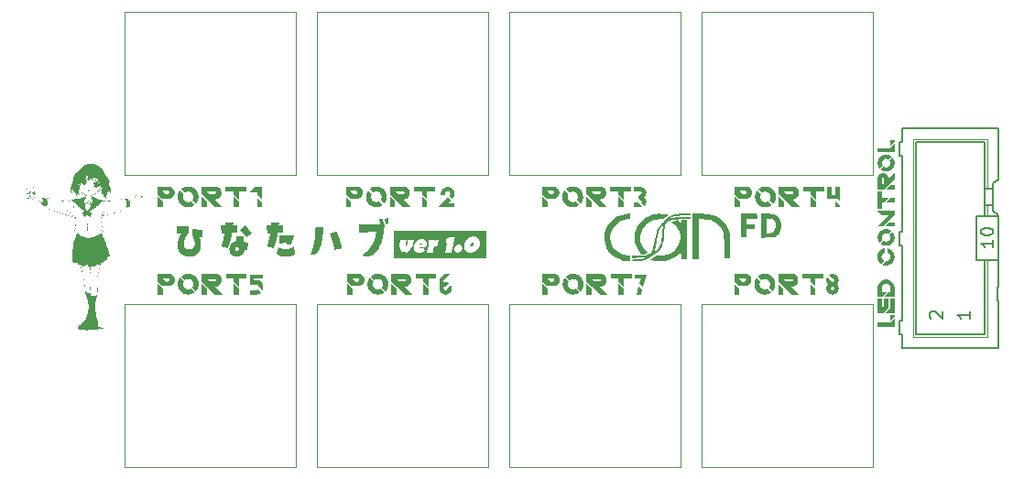
<source format=gbr>
%TF.GenerationSoftware,KiCad,Pcbnew,7.0.1*%
%TF.CreationDate,2023-06-16T22:25:01+09:00*%
%TF.ProjectId,CANFD_HUB,43414e46-445f-4485-9542-2e6b69636164,rev?*%
%TF.SameCoordinates,Original*%
%TF.FileFunction,Legend,Top*%
%TF.FilePolarity,Positive*%
%FSLAX46Y46*%
G04 Gerber Fmt 4.6, Leading zero omitted, Abs format (unit mm)*
G04 Created by KiCad (PCBNEW 7.0.1) date 2023-06-16 22:25:01*
%MOMM*%
%LPD*%
G01*
G04 APERTURE LIST*
%ADD10C,0.200000*%
%ADD11C,0.100000*%
%ADD12C,0.110400*%
%ADD13C,0.160020*%
%ADD14C,0.127000*%
%ADD15C,0.050800*%
G04 APERTURE END LIST*
D10*
G36*
X144821871Y-105304256D02*
G01*
X144840389Y-105306336D01*
X144857569Y-105310727D01*
X144873412Y-105317430D01*
X144887916Y-105326444D01*
X144901082Y-105337769D01*
X144912909Y-105351405D01*
X144917230Y-105357390D01*
X144926329Y-105372948D01*
X144932995Y-105389358D01*
X144937229Y-105406620D01*
X144939029Y-105424732D01*
X144938396Y-105443697D01*
X144935331Y-105463513D01*
X144930145Y-105483329D01*
X144922891Y-105502293D01*
X144913569Y-105520406D01*
X144902179Y-105537667D01*
X144891578Y-105550863D01*
X144879654Y-105563514D01*
X144866406Y-105575620D01*
X144852379Y-105586714D01*
X144838119Y-105596329D01*
X144823626Y-105604464D01*
X144805180Y-105612554D01*
X144786370Y-105618332D01*
X144767195Y-105621799D01*
X144747655Y-105622954D01*
X144739923Y-105622770D01*
X144721516Y-105620689D01*
X144704427Y-105616298D01*
X144688656Y-105609595D01*
X144674203Y-105600582D01*
X144661067Y-105589257D01*
X144649249Y-105575620D01*
X144644977Y-105569635D01*
X144635971Y-105554077D01*
X144629358Y-105537667D01*
X144625137Y-105520406D01*
X144623308Y-105502293D01*
X144623872Y-105483329D01*
X144626828Y-105463513D01*
X144632123Y-105443697D01*
X144639446Y-105424732D01*
X144648797Y-105406620D01*
X144660175Y-105389358D01*
X144670737Y-105376162D01*
X144682596Y-105363511D01*
X144695753Y-105351405D01*
X144706247Y-105342946D01*
X144720433Y-105332962D01*
X144738475Y-105322561D01*
X144756861Y-105314472D01*
X144775592Y-105308693D01*
X144794668Y-105305227D01*
X144814089Y-105304071D01*
X144821871Y-105304256D01*
G37*
G36*
X140095117Y-105332980D02*
G01*
X140110608Y-105341191D01*
X140122449Y-105353453D01*
X140131318Y-105368014D01*
X140135665Y-105377421D01*
X140141211Y-105394196D01*
X140144135Y-105411368D01*
X140144436Y-105428937D01*
X140142114Y-105446904D01*
X140133585Y-105455654D01*
X140116734Y-105460918D01*
X140098932Y-105463513D01*
X140093205Y-105463513D01*
X140076412Y-105463513D01*
X140059083Y-105463513D01*
X140040387Y-105463513D01*
X140033667Y-105463513D01*
X140017033Y-105463513D01*
X139998867Y-105463513D01*
X139982257Y-105463513D01*
X139966090Y-105461748D01*
X139952057Y-105452484D01*
X139950286Y-105435278D01*
X139954665Y-105419932D01*
X139962578Y-105402987D01*
X139973512Y-105387075D01*
X139985287Y-105374258D01*
X139999281Y-105362201D01*
X140011857Y-105353110D01*
X140026921Y-105344235D01*
X140044459Y-105336685D01*
X140061958Y-105332155D01*
X140079417Y-105330645D01*
X140095117Y-105332980D01*
G37*
G36*
X146069023Y-106750431D02*
G01*
X137530215Y-106750431D01*
X137530215Y-105549841D01*
X138073072Y-105549841D01*
X138073352Y-105570443D01*
X138074609Y-105589001D01*
X138076845Y-105605516D01*
X138081311Y-105625912D01*
X138086922Y-105648329D01*
X138091300Y-105664398D01*
X138096187Y-105681365D01*
X138101583Y-105699230D01*
X138107488Y-105717994D01*
X138113903Y-105737657D01*
X138120827Y-105758218D01*
X138128260Y-105779678D01*
X138136203Y-105802036D01*
X138144655Y-105825293D01*
X138153616Y-105849448D01*
X138163086Y-105874502D01*
X138173066Y-105900454D01*
X138183555Y-105927305D01*
X138189786Y-105942914D01*
X138201954Y-105972644D01*
X138213729Y-106000391D01*
X138225112Y-106026157D01*
X138236102Y-106049941D01*
X138246699Y-106071743D01*
X138256905Y-106091563D01*
X138266717Y-106109401D01*
X138276137Y-106125257D01*
X138289532Y-106145325D01*
X138302043Y-106160933D01*
X138317350Y-106174807D01*
X138334277Y-106181001D01*
X138339304Y-106180983D01*
X138356154Y-106180715D01*
X138375661Y-106180126D01*
X138393946Y-106179390D01*
X138414076Y-106178431D01*
X138431508Y-106177504D01*
X138450122Y-106176433D01*
X138454911Y-106176127D01*
X138473313Y-106174998D01*
X138490509Y-106174025D01*
X138510306Y-106173027D01*
X138528219Y-106172273D01*
X138547224Y-106171689D01*
X138565966Y-106171451D01*
X138583700Y-106171689D01*
X138601684Y-106172273D01*
X138618633Y-106173027D01*
X138637366Y-106174025D01*
X138657884Y-106175265D01*
X138675582Y-106176433D01*
X138693378Y-106177504D01*
X138713999Y-106178641D01*
X138732815Y-106179555D01*
X138749827Y-106180247D01*
X138767860Y-106180782D01*
X138785614Y-106181001D01*
X138788907Y-106180752D01*
X138805156Y-106174776D01*
X138820569Y-106165067D01*
X138838749Y-106150876D01*
X138852406Y-106138925D01*
X138867292Y-106124983D01*
X138883407Y-106109049D01*
X138900752Y-106091124D01*
X138919326Y-106071207D01*
X138939130Y-106049298D01*
X138960163Y-106025397D01*
X138971141Y-106012700D01*
X138982426Y-105999505D01*
X138994018Y-105985812D01*
X139005918Y-105971621D01*
X139018125Y-105956932D01*
X139030639Y-105941745D01*
X139043461Y-105926060D01*
X139054629Y-105912322D01*
X139065558Y-105898824D01*
X139076246Y-105885567D01*
X139096903Y-105859772D01*
X139116600Y-105834937D01*
X139135336Y-105811062D01*
X139153113Y-105788148D01*
X139161891Y-105776687D01*
X139391996Y-105776687D01*
X139393135Y-105808243D01*
X139395915Y-105838658D01*
X139400336Y-105867930D01*
X139406399Y-105896061D01*
X139414103Y-105923050D01*
X139423449Y-105948897D01*
X139434436Y-105973602D01*
X139447064Y-105997165D01*
X139461334Y-106019587D01*
X139477245Y-106040866D01*
X139494797Y-106061004D01*
X139503466Y-106070021D01*
X139521749Y-106087198D01*
X139541290Y-106103229D01*
X139562089Y-106118115D01*
X139584147Y-106131856D01*
X139607464Y-106144452D01*
X139632040Y-106155902D01*
X139657874Y-106166208D01*
X139684966Y-106175369D01*
X139713317Y-106183384D01*
X139742927Y-106190255D01*
X139773796Y-106195980D01*
X139805923Y-106200561D01*
X139822458Y-106202421D01*
X139839309Y-106203996D01*
X139856473Y-106205284D01*
X139873953Y-106206286D01*
X139891747Y-106207002D01*
X139909856Y-106207431D01*
X139928279Y-106207574D01*
X139947537Y-106207449D01*
X139966487Y-106207075D01*
X139985130Y-106206450D01*
X140003465Y-106205576D01*
X140021493Y-106204452D01*
X140039214Y-106203078D01*
X140056628Y-106201455D01*
X140073734Y-106199581D01*
X140090532Y-106197458D01*
X140107024Y-106195085D01*
X140139084Y-106189590D01*
X140169915Y-106183096D01*
X140199517Y-106175603D01*
X140227889Y-106167110D01*
X140255032Y-106157619D01*
X140262976Y-106154403D01*
X140632798Y-106154403D01*
X140639545Y-106169688D01*
X140653766Y-106178537D01*
X140672341Y-106181001D01*
X140677372Y-106180996D01*
X140694295Y-106180923D01*
X140713963Y-106180762D01*
X140732448Y-106180561D01*
X140752840Y-106180300D01*
X140770526Y-106180047D01*
X140789431Y-106179755D01*
X140794297Y-106179678D01*
X140812981Y-106179396D01*
X140830420Y-106179153D01*
X140850467Y-106178903D01*
X140868568Y-106178715D01*
X140887719Y-106178569D01*
X140906521Y-106178509D01*
X140908841Y-106178512D01*
X140927100Y-106178717D01*
X140945565Y-106179145D01*
X140962938Y-106179680D01*
X140982115Y-106180378D01*
X140998756Y-106181052D01*
X141016552Y-106181831D01*
X141034445Y-106182707D01*
X141055169Y-106183637D01*
X141074069Y-106184385D01*
X141091144Y-106184951D01*
X141109225Y-106185389D01*
X141126999Y-106185568D01*
X141135946Y-106184999D01*
X141151935Y-106180444D01*
X141167378Y-106169375D01*
X141173151Y-106161434D01*
X142325692Y-106161434D01*
X142333133Y-106177659D01*
X142347633Y-106185794D01*
X142366409Y-106188059D01*
X142377023Y-106188001D01*
X142395377Y-106187694D01*
X142412902Y-106187238D01*
X142432454Y-106186599D01*
X142449556Y-106185957D01*
X142467955Y-106185198D01*
X142487651Y-106184322D01*
X142492697Y-106184118D01*
X142512069Y-106183365D01*
X142530144Y-106182716D01*
X142550913Y-106182052D01*
X142569654Y-106181549D01*
X142589468Y-106181159D01*
X142608893Y-106181001D01*
X142617710Y-106181020D01*
X142635606Y-106181148D01*
X142653444Y-106181352D01*
X142670071Y-106181589D01*
X142688299Y-106181887D01*
X142708129Y-106182246D01*
X142716254Y-106182397D01*
X142735443Y-106182731D01*
X142753031Y-106183005D01*
X142772022Y-106183253D01*
X142788707Y-106183414D01*
X142807365Y-106183492D01*
X142820969Y-106183238D01*
X142837767Y-106182032D01*
X142855510Y-106179021D01*
X142871308Y-106173111D01*
X142882960Y-106163821D01*
X142893649Y-106149027D01*
X142900999Y-106132016D01*
X142905771Y-106114151D01*
X142946650Y-105917694D01*
X143143241Y-105917694D01*
X143143740Y-105935124D01*
X143145129Y-105952219D01*
X143147406Y-105968980D01*
X143150572Y-105985406D01*
X143156987Y-106009420D01*
X143165403Y-106032682D01*
X143175818Y-106055193D01*
X143183872Y-106069782D01*
X143192816Y-106084037D01*
X143202648Y-106097958D01*
X143207875Y-106104702D01*
X143218710Y-106117548D01*
X143235910Y-106135210D01*
X143254249Y-106150946D01*
X143273727Y-106164755D01*
X143294343Y-106176638D01*
X143316098Y-106186593D01*
X143338992Y-106194621D01*
X143363024Y-106200723D01*
X143379678Y-106203720D01*
X143396838Y-106205861D01*
X143414504Y-106207146D01*
X143432676Y-106207574D01*
X143451026Y-106207146D01*
X143469227Y-106205861D01*
X143487279Y-106203720D01*
X143505182Y-106200723D01*
X143522936Y-106196869D01*
X143540540Y-106192159D01*
X143557995Y-106186593D01*
X143575301Y-106180170D01*
X143592458Y-106172891D01*
X143609466Y-106164755D01*
X143626324Y-106155763D01*
X143643033Y-106145915D01*
X143659593Y-106135210D01*
X143676003Y-106123649D01*
X143692265Y-106111232D01*
X143708377Y-106097958D01*
X143724087Y-106084037D01*
X143739038Y-106069782D01*
X143753230Y-106055193D01*
X143766663Y-106040269D01*
X143779336Y-106025012D01*
X143791251Y-106009420D01*
X143802407Y-105993495D01*
X143812803Y-105977235D01*
X143822441Y-105960641D01*
X143831319Y-105943713D01*
X143839438Y-105926451D01*
X143846799Y-105908854D01*
X143853400Y-105890924D01*
X143859242Y-105872660D01*
X143864325Y-105854061D01*
X143868649Y-105835128D01*
X143870535Y-105825595D01*
X143873633Y-105806787D01*
X143875832Y-105788323D01*
X143877133Y-105770203D01*
X143877535Y-105752427D01*
X143877039Y-105734995D01*
X143875644Y-105717906D01*
X143873351Y-105701161D01*
X143870159Y-105684760D01*
X143863686Y-105660804D01*
X143855192Y-105637621D01*
X143851562Y-105629886D01*
X144035363Y-105629886D01*
X144035665Y-105647488D01*
X144036420Y-105664913D01*
X144037628Y-105682161D01*
X144039288Y-105699233D01*
X144041400Y-105716128D01*
X144043966Y-105732846D01*
X144046983Y-105749387D01*
X144050453Y-105765751D01*
X144054376Y-105781939D01*
X144063579Y-105813784D01*
X144074592Y-105844921D01*
X144087414Y-105875352D01*
X144102047Y-105905075D01*
X144110043Y-105919672D01*
X144118491Y-105934092D01*
X144127391Y-105948335D01*
X144136744Y-105962401D01*
X144146549Y-105976290D01*
X144156807Y-105990003D01*
X144167447Y-106003388D01*
X144178348Y-106016349D01*
X144189509Y-106028885D01*
X144212611Y-106052682D01*
X144236755Y-106074779D01*
X144261940Y-106095176D01*
X144288167Y-106113874D01*
X144315435Y-106130872D01*
X144343744Y-106146170D01*
X144373094Y-106159768D01*
X144403486Y-106171666D01*
X144434919Y-106181865D01*
X144451026Y-106186327D01*
X144467393Y-106190364D01*
X144484021Y-106193976D01*
X144500908Y-106197163D01*
X144518057Y-106199925D01*
X144535465Y-106202262D01*
X144553134Y-106204175D01*
X144571063Y-106205662D01*
X144589253Y-106206724D01*
X144607702Y-106207362D01*
X144626413Y-106207574D01*
X144645211Y-106207362D01*
X144663925Y-106206724D01*
X144682554Y-106205662D01*
X144701099Y-106204175D01*
X144719560Y-106202262D01*
X144737936Y-106199925D01*
X144756228Y-106197163D01*
X144774436Y-106193976D01*
X144792559Y-106190364D01*
X144810598Y-106186327D01*
X144828553Y-106181865D01*
X144846424Y-106176978D01*
X144864210Y-106171666D01*
X144881911Y-106165930D01*
X144899529Y-106159768D01*
X144917062Y-106153181D01*
X144934510Y-106146170D01*
X144951875Y-106138733D01*
X144969155Y-106130872D01*
X144986350Y-106122585D01*
X145003462Y-106113874D01*
X145020489Y-106104738D01*
X145037431Y-106095176D01*
X145054289Y-106085190D01*
X145071063Y-106074779D01*
X145087753Y-106063943D01*
X145104358Y-106052682D01*
X145120879Y-106040996D01*
X145137316Y-106028885D01*
X145153668Y-106016349D01*
X145169936Y-106003388D01*
X145186120Y-105990003D01*
X145202071Y-105976290D01*
X145217643Y-105962401D01*
X145232836Y-105948335D01*
X145247649Y-105934092D01*
X145262082Y-105919672D01*
X145276136Y-105905075D01*
X145289811Y-105890302D01*
X145303106Y-105875352D01*
X145316021Y-105860225D01*
X145328557Y-105844921D01*
X145340713Y-105829441D01*
X145352490Y-105813784D01*
X145363887Y-105797950D01*
X145374905Y-105781939D01*
X145385543Y-105765751D01*
X145395802Y-105749387D01*
X145405681Y-105732846D01*
X145415181Y-105716128D01*
X145424301Y-105699233D01*
X145433041Y-105682161D01*
X145441402Y-105664913D01*
X145449384Y-105647488D01*
X145456986Y-105629886D01*
X145464208Y-105612107D01*
X145471051Y-105594151D01*
X145477515Y-105576019D01*
X145483598Y-105557710D01*
X145489303Y-105539224D01*
X145494628Y-105520561D01*
X145499573Y-105501722D01*
X145504139Y-105482706D01*
X145508325Y-105463513D01*
X145512120Y-105444320D01*
X145515463Y-105425305D01*
X145518352Y-105406468D01*
X145520788Y-105387808D01*
X145522770Y-105369325D01*
X145524299Y-105351021D01*
X145525375Y-105332894D01*
X145525997Y-105314944D01*
X145526166Y-105297173D01*
X145525882Y-105279578D01*
X145525144Y-105262162D01*
X145523954Y-105244923D01*
X145522309Y-105227861D01*
X145520212Y-105210977D01*
X145517661Y-105194271D01*
X145514657Y-105177742D01*
X145511199Y-105161391D01*
X145507288Y-105145218D01*
X145498107Y-105113404D01*
X145487112Y-105082300D01*
X145474303Y-105051907D01*
X145459682Y-105022224D01*
X145451691Y-105007649D01*
X145443247Y-104993252D01*
X145434349Y-104979032D01*
X145424998Y-104964990D01*
X145415194Y-104951125D01*
X145404937Y-104937438D01*
X145394322Y-104924027D01*
X145383446Y-104911041D01*
X145372309Y-104898481D01*
X145349252Y-104874639D01*
X145325150Y-104852500D01*
X145300004Y-104832064D01*
X145273813Y-104813330D01*
X145246578Y-104796300D01*
X145218298Y-104780973D01*
X145188973Y-104767349D01*
X145158604Y-104755428D01*
X145127191Y-104745210D01*
X145111093Y-104740739D01*
X145094733Y-104736694D01*
X145078112Y-104733075D01*
X145061230Y-104729882D01*
X145044088Y-104727115D01*
X145026683Y-104724773D01*
X145009018Y-104722857D01*
X144991092Y-104721367D01*
X144972904Y-104720303D01*
X144954456Y-104719664D01*
X144935746Y-104719451D01*
X144916948Y-104719664D01*
X144898233Y-104720303D01*
X144879601Y-104721367D01*
X144861053Y-104722857D01*
X144842589Y-104724773D01*
X144824208Y-104727115D01*
X144805911Y-104729882D01*
X144787697Y-104733075D01*
X144769567Y-104736694D01*
X144751520Y-104740739D01*
X144733557Y-104745210D01*
X144715677Y-104750106D01*
X144697881Y-104755428D01*
X144680168Y-104761175D01*
X144662539Y-104767349D01*
X144644993Y-104773948D01*
X144627531Y-104780973D01*
X144610153Y-104788424D01*
X144592858Y-104796300D01*
X144575646Y-104804602D01*
X144558518Y-104813330D01*
X144541474Y-104822484D01*
X144524513Y-104832064D01*
X144507636Y-104842069D01*
X144490842Y-104852500D01*
X144474132Y-104863357D01*
X144457505Y-104874639D01*
X144440962Y-104886347D01*
X144424502Y-104898481D01*
X144408126Y-104911041D01*
X144391833Y-104924027D01*
X144375624Y-104937438D01*
X144359672Y-104951125D01*
X144344099Y-104964990D01*
X144328904Y-104979032D01*
X144314088Y-104993252D01*
X144299651Y-105007649D01*
X144285593Y-105022224D01*
X144271913Y-105036977D01*
X144258612Y-105051907D01*
X144245690Y-105067015D01*
X144233146Y-105082300D01*
X144220981Y-105097763D01*
X144209195Y-105113404D01*
X144197788Y-105129222D01*
X144186759Y-105145218D01*
X144176109Y-105161391D01*
X144165838Y-105177742D01*
X144155945Y-105194271D01*
X144146431Y-105210977D01*
X144137296Y-105227861D01*
X144128540Y-105244923D01*
X144120162Y-105262162D01*
X144112163Y-105279578D01*
X144104543Y-105297173D01*
X144097302Y-105314944D01*
X144090439Y-105332894D01*
X144083955Y-105351021D01*
X144077850Y-105369325D01*
X144072123Y-105387808D01*
X144066775Y-105406468D01*
X144061806Y-105425305D01*
X144057215Y-105444320D01*
X144053004Y-105463513D01*
X144049234Y-105482706D01*
X144045916Y-105501722D01*
X144045829Y-105502293D01*
X144043051Y-105520561D01*
X144040638Y-105539224D01*
X144038678Y-105557710D01*
X144037170Y-105576019D01*
X144036115Y-105594151D01*
X144035513Y-105612107D01*
X144035363Y-105629886D01*
X143851562Y-105629886D01*
X143844676Y-105615211D01*
X143836542Y-105600702D01*
X143827509Y-105586536D01*
X143817578Y-105572714D01*
X143806946Y-105559490D01*
X143795812Y-105547120D01*
X143778167Y-105530164D01*
X143759391Y-105515127D01*
X143739484Y-105502010D01*
X143718446Y-105490813D01*
X143696276Y-105481535D01*
X143672975Y-105474177D01*
X143656813Y-105470338D01*
X143640148Y-105467352D01*
X143622979Y-105465219D01*
X143605309Y-105463939D01*
X143587135Y-105463513D01*
X143568786Y-105463939D01*
X143550590Y-105465219D01*
X143532546Y-105467352D01*
X143514654Y-105470338D01*
X143496915Y-105474177D01*
X143479329Y-105478869D01*
X143461895Y-105484414D01*
X143444613Y-105490813D01*
X143427484Y-105498065D01*
X143410507Y-105506169D01*
X143393683Y-105515127D01*
X143377011Y-105524938D01*
X143360492Y-105535602D01*
X143344125Y-105547120D01*
X143327911Y-105559490D01*
X143311849Y-105572714D01*
X143296238Y-105586536D01*
X143281376Y-105600702D01*
X143267264Y-105615211D01*
X143253901Y-105630065D01*
X143241287Y-105645262D01*
X143229423Y-105660804D01*
X143218307Y-105676689D01*
X143207942Y-105692918D01*
X143198325Y-105709491D01*
X143189458Y-105726407D01*
X143181341Y-105743668D01*
X143173972Y-105761272D01*
X143167353Y-105779220D01*
X143161483Y-105797513D01*
X143156363Y-105816148D01*
X143151992Y-105835128D01*
X143150131Y-105844636D01*
X143147075Y-105863402D01*
X143144908Y-105881834D01*
X143143630Y-105899931D01*
X143143241Y-105917694D01*
X142946650Y-105917694D01*
X143049019Y-105425728D01*
X143054984Y-105397135D01*
X143060840Y-105369227D01*
X143066584Y-105342003D01*
X143072219Y-105315463D01*
X143077743Y-105289608D01*
X143083157Y-105264438D01*
X143088461Y-105239951D01*
X143093654Y-105216150D01*
X143098738Y-105193032D01*
X143103710Y-105170600D01*
X143108573Y-105148851D01*
X143113325Y-105127787D01*
X143117967Y-105107408D01*
X143122499Y-105087713D01*
X143126920Y-105068702D01*
X143131231Y-105050376D01*
X143135432Y-105032734D01*
X143139522Y-105015777D01*
X143143503Y-104999504D01*
X143151132Y-104969012D01*
X143158321Y-104941258D01*
X143165068Y-104916241D01*
X143171374Y-104893962D01*
X143177239Y-104874421D01*
X143185209Y-104850243D01*
X143189897Y-104835935D01*
X143194759Y-104819518D01*
X143193826Y-104808548D01*
X143179396Y-104799172D01*
X143151856Y-104792633D01*
X143125185Y-104786301D01*
X143099383Y-104780176D01*
X143074451Y-104774259D01*
X143050388Y-104768550D01*
X143027194Y-104763049D01*
X143004870Y-104757755D01*
X142983415Y-104752668D01*
X142962830Y-104747790D01*
X142943114Y-104743118D01*
X142924267Y-104738655D01*
X142906290Y-104734399D01*
X142889182Y-104730351D01*
X142865149Y-104724667D01*
X142843073Y-104719451D01*
X142826465Y-104716130D01*
X142822267Y-104716590D01*
X142806639Y-104723500D01*
X142791928Y-104734123D01*
X142778715Y-104745610D01*
X142764251Y-104758214D01*
X142748989Y-104770594D01*
X142732929Y-104782750D01*
X142716070Y-104794683D01*
X142698414Y-104806391D01*
X142679960Y-104817876D01*
X142660707Y-104829137D01*
X142640657Y-104840174D01*
X142619809Y-104850988D01*
X142598163Y-104861577D01*
X142575719Y-104871943D01*
X142552476Y-104882085D01*
X142528436Y-104892003D01*
X142503598Y-104901697D01*
X142477962Y-104911168D01*
X142451528Y-104920414D01*
X142440400Y-104925679D01*
X142426937Y-104936970D01*
X142417351Y-104952334D01*
X142412083Y-104969409D01*
X142344403Y-105294936D01*
X142343128Y-105302516D01*
X142343319Y-105319661D01*
X142349917Y-105336838D01*
X142363463Y-105350306D01*
X142380059Y-105358697D01*
X142396810Y-105363557D01*
X142416650Y-105366768D01*
X142431859Y-105368840D01*
X142449561Y-105372476D01*
X142467546Y-105378427D01*
X142483053Y-105387628D01*
X142492769Y-105401204D01*
X142493464Y-105417839D01*
X142424539Y-105750010D01*
X142423661Y-105754148D01*
X142419730Y-105771972D01*
X142415124Y-105791835D01*
X142411226Y-105808068D01*
X142406949Y-105825447D01*
X142402293Y-105843973D01*
X142397257Y-105863644D01*
X142391841Y-105884461D01*
X142386046Y-105906424D01*
X142379871Y-105929532D01*
X142375544Y-105945575D01*
X142371267Y-105961567D01*
X142365161Y-105984606D01*
X142359428Y-106006507D01*
X142354067Y-106027270D01*
X142349079Y-106046893D01*
X142344462Y-106065378D01*
X142340218Y-106082725D01*
X142335138Y-106104082D01*
X142330720Y-106123416D01*
X142326964Y-106140725D01*
X142326399Y-106143637D01*
X142325692Y-106161434D01*
X141173151Y-106161434D01*
X141177864Y-106154952D01*
X141184662Y-106139455D01*
X141189696Y-106120795D01*
X141191697Y-106111055D01*
X141195875Y-106089814D01*
X141199162Y-106072342D01*
X141202581Y-106053550D01*
X141206130Y-106033436D01*
X141209811Y-106012001D01*
X141213623Y-105989245D01*
X141217567Y-105965168D01*
X141220269Y-105948382D01*
X141223030Y-105931010D01*
X141225849Y-105913050D01*
X141228726Y-105894504D01*
X141230172Y-105885132D01*
X141233020Y-105866833D01*
X141235810Y-105849128D01*
X141238541Y-105832017D01*
X141242529Y-105807463D01*
X141246385Y-105784245D01*
X141250109Y-105762362D01*
X141253703Y-105741815D01*
X141257165Y-105722604D01*
X141260495Y-105704728D01*
X141263695Y-105688188D01*
X141267756Y-105668213D01*
X141272544Y-105651377D01*
X141281485Y-105633489D01*
X141293710Y-105619109D01*
X141309220Y-105608236D01*
X141328014Y-105600870D01*
X141345414Y-105597503D01*
X141364916Y-105596381D01*
X141379244Y-105596937D01*
X141395901Y-105598016D01*
X141413080Y-105599287D01*
X141422410Y-105599969D01*
X141439745Y-105601058D01*
X141457138Y-105601850D01*
X141475362Y-105602194D01*
X141481861Y-105602145D01*
X141500243Y-105601415D01*
X141516953Y-105599810D01*
X141536633Y-105596306D01*
X141553343Y-105591246D01*
X141570050Y-105582731D01*
X141583971Y-105569301D01*
X141591207Y-105552368D01*
X141594652Y-105535168D01*
X141597790Y-105518582D01*
X141601172Y-105499948D01*
X141604052Y-105483566D01*
X141607089Y-105465874D01*
X141610281Y-105446872D01*
X141613628Y-105426559D01*
X141617073Y-105406155D01*
X141620350Y-105387088D01*
X141623457Y-105369357D01*
X141626396Y-105352962D01*
X141629832Y-105334349D01*
X141633005Y-105317823D01*
X141636465Y-105300749D01*
X141640289Y-105283223D01*
X141644324Y-105266343D01*
X141649129Y-105247394D01*
X141653528Y-105230747D01*
X141658419Y-105212776D01*
X141663804Y-105193482D01*
X141669682Y-105172864D01*
X141675651Y-105152168D01*
X141681100Y-105132848D01*
X141686031Y-105114903D01*
X141690443Y-105098333D01*
X141695227Y-105079555D01*
X141699201Y-105062926D01*
X141702899Y-105045809D01*
X141704239Y-105032542D01*
X141697449Y-105016549D01*
X141680478Y-105011761D01*
X141667254Y-105012021D01*
X141647267Y-105013383D01*
X141627097Y-105015913D01*
X141606744Y-105019611D01*
X141586210Y-105024477D01*
X141565492Y-105030511D01*
X141544593Y-105037712D01*
X141523510Y-105046081D01*
X141502246Y-105055618D01*
X141480799Y-105066323D01*
X141459169Y-105078195D01*
X141438558Y-105090068D01*
X141420165Y-105100772D01*
X141403991Y-105110309D01*
X141385878Y-105121209D01*
X141368782Y-105131913D01*
X141353705Y-105144629D01*
X141347503Y-105139647D01*
X141344558Y-105122130D01*
X141344966Y-105103445D01*
X141346757Y-105083593D01*
X141349138Y-105064908D01*
X141350940Y-105050661D01*
X141352615Y-105030031D01*
X141352627Y-105013292D01*
X141349851Y-104996398D01*
X141337512Y-104985188D01*
X141323907Y-104986852D01*
X141305949Y-104989810D01*
X141287814Y-104993000D01*
X141265680Y-104997021D01*
X141248702Y-105000164D01*
X141229946Y-105003677D01*
X141209412Y-105007560D01*
X141187101Y-105011813D01*
X141163012Y-105016436D01*
X141137146Y-105021428D01*
X141109501Y-105026790D01*
X141080080Y-105032522D01*
X141072256Y-105033735D01*
X141055702Y-105035822D01*
X141037492Y-105037807D01*
X141020034Y-105039556D01*
X141000006Y-105041447D01*
X140983299Y-105042959D01*
X140965148Y-105044551D01*
X140945551Y-105046224D01*
X140934168Y-105047270D01*
X140912863Y-105049411D01*
X140893503Y-105051617D01*
X140876090Y-105053887D01*
X140857061Y-105056817D01*
X140838240Y-105060466D01*
X140821817Y-105064908D01*
X140814446Y-105068154D01*
X140801673Y-105080382D01*
X140795659Y-105096049D01*
X140794721Y-105101717D01*
X140794413Y-105118886D01*
X140794999Y-105130739D01*
X140795790Y-105154873D01*
X140796076Y-105179578D01*
X140795855Y-105204855D01*
X140795129Y-105230702D01*
X140793896Y-105257119D01*
X140792157Y-105284108D01*
X140789912Y-105311668D01*
X140787162Y-105339799D01*
X140783905Y-105368500D01*
X140780142Y-105397773D01*
X140775873Y-105427616D01*
X140771098Y-105458031D01*
X140765817Y-105489016D01*
X140760030Y-105520572D01*
X140753737Y-105552699D01*
X140750401Y-105568977D01*
X140634141Y-106129514D01*
X140633025Y-106135749D01*
X140632798Y-106154403D01*
X140262976Y-106154403D01*
X140280946Y-106147128D01*
X140305630Y-106135638D01*
X140329085Y-106123150D01*
X140351310Y-106109662D01*
X140372306Y-106095175D01*
X140392072Y-106079689D01*
X140404754Y-106067495D01*
X140412418Y-106052285D01*
X140408838Y-106039064D01*
X140402072Y-106022482D01*
X140394715Y-106005821D01*
X140387090Y-105989172D01*
X140380089Y-105973971D01*
X140372671Y-105957762D01*
X140364772Y-105940281D01*
X140357609Y-105923153D01*
X140354962Y-105913492D01*
X140349980Y-105895053D01*
X140345413Y-105877796D01*
X140340287Y-105857885D01*
X140335811Y-105839819D01*
X140331295Y-105820575D01*
X140327714Y-105803987D01*
X140318633Y-105788490D01*
X140302386Y-105782396D01*
X140286816Y-105784991D01*
X140270000Y-105789040D01*
X140251704Y-105793840D01*
X140234265Y-105798615D01*
X140214335Y-105804221D01*
X140197752Y-105808970D01*
X140180901Y-105813719D01*
X140164758Y-105818001D01*
X140144334Y-105822983D01*
X140125170Y-105827135D01*
X140107264Y-105830457D01*
X140090616Y-105832948D01*
X140071577Y-105834895D01*
X140054504Y-105835543D01*
X140048146Y-105835453D01*
X140029384Y-105834090D01*
X140011088Y-105831093D01*
X139993260Y-105826461D01*
X139975899Y-105820194D01*
X139959005Y-105812291D01*
X139949107Y-105806341D01*
X139934637Y-105795579D01*
X139920619Y-105781274D01*
X139910250Y-105765450D01*
X139903530Y-105748109D01*
X139900460Y-105729249D01*
X140172840Y-105705167D01*
X140189829Y-105703705D01*
X140222355Y-105700890D01*
X140252945Y-105698217D01*
X140281597Y-105695686D01*
X140308314Y-105693299D01*
X140333094Y-105691054D01*
X140355937Y-105688952D01*
X140376843Y-105686993D01*
X140395813Y-105685176D01*
X140412847Y-105683503D01*
X140434766Y-105681259D01*
X140457213Y-105678768D01*
X140476360Y-105676102D01*
X140481188Y-105674833D01*
X140499467Y-105667739D01*
X140516098Y-105657413D01*
X140531081Y-105643857D01*
X140544417Y-105627070D01*
X140553337Y-105612360D01*
X140561330Y-105595832D01*
X140568396Y-105577487D01*
X140574536Y-105557324D01*
X140579748Y-105535345D01*
X140585138Y-105506417D01*
X140589162Y-105477974D01*
X140591820Y-105450013D01*
X140593113Y-105422536D01*
X140593040Y-105395543D01*
X140591601Y-105369032D01*
X140588797Y-105343005D01*
X140584627Y-105317462D01*
X140579091Y-105292401D01*
X140572190Y-105267824D01*
X140563923Y-105243730D01*
X140554291Y-105220120D01*
X140543292Y-105196993D01*
X140530928Y-105174349D01*
X140517199Y-105152189D01*
X140502103Y-105130512D01*
X140485986Y-105109696D01*
X140469088Y-105090223D01*
X140451407Y-105072094D01*
X140432945Y-105055307D01*
X140413700Y-105039863D01*
X140393675Y-105025762D01*
X140372867Y-105013004D01*
X140351277Y-105001588D01*
X140328906Y-104991516D01*
X140305753Y-104982787D01*
X140281818Y-104975401D01*
X140257102Y-104969358D01*
X140231604Y-104964657D01*
X140205324Y-104961300D01*
X140178262Y-104959285D01*
X140150418Y-104958614D01*
X140134220Y-104958795D01*
X140102110Y-104960242D01*
X140070378Y-104963135D01*
X140039026Y-104967475D01*
X140008054Y-104973262D01*
X139977461Y-104980496D01*
X139947248Y-104989177D01*
X139917414Y-104999304D01*
X139887960Y-105010878D01*
X139858886Y-105023899D01*
X139830191Y-105038366D01*
X139801875Y-105054281D01*
X139773939Y-105071642D01*
X139760113Y-105080865D01*
X139746382Y-105090450D01*
X139732747Y-105100396D01*
X139719205Y-105110704D01*
X139705759Y-105121374D01*
X139692408Y-105132406D01*
X139679152Y-105143799D01*
X139666094Y-105155433D01*
X139653337Y-105167241D01*
X139640882Y-105179220D01*
X139628729Y-105191373D01*
X139616878Y-105203699D01*
X139605328Y-105216197D01*
X139594080Y-105228868D01*
X139583134Y-105241711D01*
X139572489Y-105254728D01*
X139562146Y-105267917D01*
X139552105Y-105281278D01*
X139542365Y-105294813D01*
X139532927Y-105308520D01*
X139514956Y-105336453D01*
X139498192Y-105365077D01*
X139482634Y-105394392D01*
X139475308Y-105409308D01*
X139468284Y-105424397D01*
X139463491Y-105435278D01*
X139461561Y-105439659D01*
X139455139Y-105455094D01*
X139449020Y-105470701D01*
X139443202Y-105486481D01*
X139437686Y-105502434D01*
X139432471Y-105518560D01*
X139427559Y-105534858D01*
X139422947Y-105551329D01*
X139418638Y-105567973D01*
X139414630Y-105584789D01*
X139410924Y-105601779D01*
X139407185Y-105620554D01*
X139403856Y-105639044D01*
X139400937Y-105657248D01*
X139398429Y-105675167D01*
X139396331Y-105692801D01*
X139394643Y-105710149D01*
X139393366Y-105727212D01*
X139392499Y-105743989D01*
X139391996Y-105776687D01*
X139161891Y-105776687D01*
X139169929Y-105766193D01*
X139185785Y-105745199D01*
X139200680Y-105725165D01*
X139214616Y-105706091D01*
X139227591Y-105687977D01*
X139239607Y-105670824D01*
X139250662Y-105654631D01*
X139260757Y-105639398D01*
X139269891Y-105625125D01*
X139281793Y-105605516D01*
X139287742Y-105593033D01*
X139294587Y-105574063D01*
X139300308Y-105555578D01*
X139306532Y-105533444D01*
X139310962Y-105516660D01*
X139315615Y-105498254D01*
X139320492Y-105478227D01*
X139325593Y-105456577D01*
X139330918Y-105433306D01*
X139336466Y-105408413D01*
X139342239Y-105381897D01*
X139348235Y-105353760D01*
X139354455Y-105324001D01*
X139357208Y-105310737D01*
X139362414Y-105285127D01*
X139367222Y-105260740D01*
X139371630Y-105237576D01*
X139375640Y-105215634D01*
X139379250Y-105194916D01*
X139382461Y-105175420D01*
X139385274Y-105157148D01*
X139388744Y-105132032D01*
X139391317Y-105109667D01*
X139392992Y-105090055D01*
X139393829Y-105068185D01*
X139393070Y-105051206D01*
X139389781Y-105033690D01*
X139383520Y-105017989D01*
X139368501Y-105012637D01*
X139351549Y-105011761D01*
X139346521Y-105011761D01*
X139329646Y-105011761D01*
X139310086Y-105011761D01*
X139291734Y-105011761D01*
X139271516Y-105011761D01*
X139254000Y-105011761D01*
X139235289Y-105011761D01*
X139230526Y-105011761D01*
X139212217Y-105011761D01*
X139195103Y-105011761D01*
X139175388Y-105011761D01*
X139157539Y-105011761D01*
X139138582Y-105011761D01*
X139119860Y-105011761D01*
X139117539Y-105011761D01*
X139099229Y-105011761D01*
X139080656Y-105011761D01*
X139063150Y-105011761D01*
X139043798Y-105011761D01*
X139026988Y-105011761D01*
X139008998Y-105011761D01*
X138991008Y-105011761D01*
X138970180Y-105011761D01*
X138951198Y-105011761D01*
X138934060Y-105011761D01*
X138915930Y-105011761D01*
X138898136Y-105011761D01*
X138885565Y-105013927D01*
X138871260Y-105024534D01*
X138862910Y-105039385D01*
X138857861Y-105057019D01*
X138855199Y-105071013D01*
X138852508Y-105087460D01*
X138849788Y-105106358D01*
X138847499Y-105123981D01*
X138845190Y-105143306D01*
X138843328Y-105159992D01*
X138842001Y-105172620D01*
X138839773Y-105192353D01*
X138837525Y-105210443D01*
X138834800Y-105229984D01*
X138832046Y-105247160D01*
X138828796Y-105264211D01*
X138823965Y-105287099D01*
X138819127Y-105309261D01*
X138814282Y-105330697D01*
X138809430Y-105351405D01*
X138804570Y-105371387D01*
X138799703Y-105390643D01*
X138794829Y-105409172D01*
X138789947Y-105426974D01*
X138785058Y-105444050D01*
X138780162Y-105460399D01*
X138770348Y-105490917D01*
X138760505Y-105518528D01*
X138750632Y-105543234D01*
X138740730Y-105565032D01*
X138730799Y-105583924D01*
X138720839Y-105599910D01*
X138705844Y-105618439D01*
X138690783Y-105630428D01*
X138670600Y-105636241D01*
X138666287Y-105635973D01*
X138648470Y-105626592D01*
X138638713Y-105609439D01*
X138634017Y-105590945D01*
X138631570Y-105567627D01*
X138631187Y-105549402D01*
X138631803Y-105529032D01*
X138633419Y-105506518D01*
X138636033Y-105481860D01*
X138639647Y-105455058D01*
X138644260Y-105426111D01*
X138649871Y-105395020D01*
X138653052Y-105378671D01*
X138656482Y-105361786D01*
X138657890Y-105355204D01*
X138661921Y-105337018D01*
X138665671Y-105320688D01*
X138669888Y-105302776D01*
X138674572Y-105283280D01*
X138679723Y-105262202D01*
X138683893Y-105245354D01*
X138688326Y-105227616D01*
X138693021Y-105208987D01*
X138694615Y-105202654D01*
X138699217Y-105184269D01*
X138703549Y-105166803D01*
X138707610Y-105150257D01*
X138712606Y-105129626D01*
X138717121Y-105110630D01*
X138721157Y-105093269D01*
X138725526Y-105073867D01*
X138729145Y-105057019D01*
X138729678Y-105054235D01*
X138731228Y-105035142D01*
X138725479Y-105018126D01*
X138708799Y-105011761D01*
X138706402Y-105011761D01*
X138687649Y-105011761D01*
X138668824Y-105011761D01*
X138651195Y-105011761D01*
X138631803Y-105011761D01*
X138615020Y-105011761D01*
X138597107Y-105011761D01*
X138579292Y-105011761D01*
X138558592Y-105011761D01*
X138539636Y-105011761D01*
X138522423Y-105011761D01*
X138504069Y-105011761D01*
X138485830Y-105011761D01*
X138467904Y-105011761D01*
X138450558Y-105011761D01*
X138431022Y-105011761D01*
X138413816Y-105011761D01*
X138395210Y-105011761D01*
X138375202Y-105011761D01*
X138353792Y-105011761D01*
X138332383Y-105011761D01*
X138312375Y-105011761D01*
X138293768Y-105011761D01*
X138276563Y-105011761D01*
X138257027Y-105011761D01*
X138239680Y-105011761D01*
X138221755Y-105011761D01*
X138218733Y-105011800D01*
X138199826Y-105014226D01*
X138183036Y-105021622D01*
X138171384Y-105033949D01*
X138164870Y-105051206D01*
X138162978Y-105060097D01*
X138159369Y-105076716D01*
X138155192Y-105095585D01*
X138151442Y-105112301D01*
X138147329Y-105130456D01*
X138142853Y-105150053D01*
X138138013Y-105171089D01*
X138134145Y-105187811D01*
X138132833Y-105193450D01*
X138129032Y-105209831D01*
X138124283Y-105230423D01*
X138119898Y-105249587D01*
X138115875Y-105267325D01*
X138111358Y-105287489D01*
X138107409Y-105305424D01*
X138103419Y-105324001D01*
X138100904Y-105336318D01*
X138096201Y-105360271D01*
X138091932Y-105383315D01*
X138088097Y-105405451D01*
X138084698Y-105426679D01*
X138081733Y-105446998D01*
X138079203Y-105466409D01*
X138077107Y-105484912D01*
X138075446Y-105502507D01*
X138073770Y-105527196D01*
X138073072Y-105549841D01*
X137530215Y-105549841D01*
X137530215Y-104173273D01*
X146069023Y-104173273D01*
X146069023Y-106750431D01*
G37*
D11*
G36*
X117879560Y-104452791D02*
G01*
X117820588Y-104564752D01*
X117767951Y-104674967D01*
X117721565Y-104783318D01*
X117681347Y-104889686D01*
X117647213Y-104993952D01*
X117619080Y-105095998D01*
X117596863Y-105195706D01*
X117580481Y-105292956D01*
X117569848Y-105387630D01*
X117564881Y-105479609D01*
X117565497Y-105568775D01*
X117571612Y-105655009D01*
X117583143Y-105738193D01*
X117600005Y-105818208D01*
X117622116Y-105894936D01*
X117649392Y-105968257D01*
X117681748Y-106038053D01*
X117719103Y-106104206D01*
X117761371Y-106166596D01*
X117808469Y-106225107D01*
X117860315Y-106279618D01*
X117916824Y-106330011D01*
X117977912Y-106376167D01*
X118043496Y-106417969D01*
X118113493Y-106455297D01*
X118187819Y-106488032D01*
X118266390Y-106516057D01*
X118349123Y-106539253D01*
X118435934Y-106557500D01*
X118526739Y-106570680D01*
X118621456Y-106578676D01*
X118720000Y-106581367D01*
X118798113Y-106578639D01*
X118873337Y-106570576D01*
X118945636Y-106557359D01*
X119014977Y-106539170D01*
X119081324Y-106516190D01*
X119144643Y-106488602D01*
X119204899Y-106456587D01*
X119262058Y-106420327D01*
X119316085Y-106380003D01*
X119366945Y-106335798D01*
X119414605Y-106287892D01*
X119459028Y-106236467D01*
X119500181Y-106181705D01*
X119538028Y-106123788D01*
X119572536Y-106062897D01*
X119603670Y-105999214D01*
X119631395Y-105932921D01*
X119655676Y-105864200D01*
X119676480Y-105793231D01*
X119693770Y-105720197D01*
X119707513Y-105645279D01*
X119717674Y-105568659D01*
X119724219Y-105490518D01*
X119727112Y-105411039D01*
X119726319Y-105330403D01*
X119721806Y-105248792D01*
X119713538Y-105166387D01*
X119701481Y-105083370D01*
X119685599Y-104999922D01*
X119665858Y-104916226D01*
X119642224Y-104832462D01*
X119614661Y-104748813D01*
X119853531Y-104782519D01*
X119887236Y-104068108D01*
X118972058Y-104030739D01*
X118946413Y-104656489D01*
X118970427Y-104696069D01*
X118993482Y-104737989D01*
X119015458Y-104782013D01*
X119036239Y-104827905D01*
X119055706Y-104875430D01*
X119073739Y-104924351D01*
X119090223Y-104974434D01*
X119105037Y-105025441D01*
X119118064Y-105077138D01*
X119129186Y-105129287D01*
X119138284Y-105181654D01*
X119145241Y-105234003D01*
X119149938Y-105286097D01*
X119152257Y-105337700D01*
X119152079Y-105388578D01*
X119149287Y-105438494D01*
X119143762Y-105487212D01*
X119135386Y-105534496D01*
X119124041Y-105580111D01*
X119109609Y-105623820D01*
X119091972Y-105665388D01*
X119071010Y-105704578D01*
X119046607Y-105741156D01*
X119018644Y-105774885D01*
X118987002Y-105805529D01*
X118951564Y-105832852D01*
X118912211Y-105856619D01*
X118868825Y-105876594D01*
X118821288Y-105892540D01*
X118769482Y-105904223D01*
X118713288Y-105911405D01*
X118652588Y-105913852D01*
X118591329Y-105911145D01*
X118534327Y-105903180D01*
X118481530Y-105890190D01*
X118432890Y-105872408D01*
X118388357Y-105850067D01*
X118347880Y-105823400D01*
X118311410Y-105792640D01*
X118278897Y-105758021D01*
X118250291Y-105719774D01*
X118225542Y-105678134D01*
X118204599Y-105633333D01*
X118187415Y-105585605D01*
X118173937Y-105535182D01*
X118164117Y-105482297D01*
X118157904Y-105427184D01*
X118155249Y-105370075D01*
X118156101Y-105311204D01*
X118160412Y-105250804D01*
X118168130Y-105189107D01*
X118179206Y-105126347D01*
X118193590Y-105062757D01*
X118211232Y-104998570D01*
X118232082Y-104934018D01*
X118256091Y-104869336D01*
X118283208Y-104804755D01*
X118313383Y-104740509D01*
X118346567Y-104676832D01*
X118382710Y-104613955D01*
X118421761Y-104552113D01*
X118463671Y-104491538D01*
X118508390Y-104432463D01*
X118555868Y-104375122D01*
X118555868Y-103767690D01*
X117467766Y-103767690D01*
X117510265Y-104482100D01*
X117879560Y-104452791D01*
G37*
G36*
X123692295Y-105225819D02*
G01*
X124125338Y-105276378D01*
X124028618Y-105991521D01*
X123747250Y-105930704D01*
X123743321Y-105964740D01*
X123737880Y-105998266D01*
X123730962Y-106031245D01*
X123722605Y-106063639D01*
X123712846Y-106095411D01*
X123701721Y-106126524D01*
X123689268Y-106156940D01*
X123675523Y-106186621D01*
X123660523Y-106215531D01*
X123644306Y-106243632D01*
X123626907Y-106270886D01*
X123608365Y-106297256D01*
X123588716Y-106322705D01*
X123567996Y-106347194D01*
X123546243Y-106370688D01*
X123523493Y-106393148D01*
X123499784Y-106414536D01*
X123475152Y-106434816D01*
X123449635Y-106453950D01*
X123423268Y-106471900D01*
X123396090Y-106488630D01*
X123368136Y-106504101D01*
X123339444Y-106518276D01*
X123310052Y-106531118D01*
X123279994Y-106542590D01*
X123249309Y-106552653D01*
X123218034Y-106561271D01*
X123186205Y-106568406D01*
X123153859Y-106574020D01*
X123121033Y-106578077D01*
X123087764Y-106580538D01*
X123054089Y-106581367D01*
X123018116Y-106580655D01*
X122982628Y-106578519D01*
X122947668Y-106574962D01*
X122913280Y-106569986D01*
X122879507Y-106563592D01*
X122846391Y-106555783D01*
X122813975Y-106546560D01*
X122782304Y-106535927D01*
X122751419Y-106523884D01*
X122721364Y-106510433D01*
X122692181Y-106495578D01*
X122663915Y-106479319D01*
X122636608Y-106461659D01*
X122610303Y-106442600D01*
X122585043Y-106422143D01*
X122560871Y-106400292D01*
X122537830Y-106377047D01*
X122515964Y-106352411D01*
X122495316Y-106326386D01*
X122475927Y-106298973D01*
X122457843Y-106270176D01*
X122441105Y-106239995D01*
X122425756Y-106208434D01*
X122411841Y-106175493D01*
X122399401Y-106141175D01*
X122388480Y-106105482D01*
X122379121Y-106068416D01*
X122371368Y-106029979D01*
X122365262Y-105990173D01*
X122360847Y-105949000D01*
X122358167Y-105906462D01*
X122357550Y-105876482D01*
X122890690Y-105876482D01*
X122893744Y-105915406D01*
X122902620Y-105949641D01*
X122916888Y-105979033D01*
X122936120Y-106003428D01*
X122959885Y-106022670D01*
X122987754Y-106036606D01*
X123019299Y-106045082D01*
X123054089Y-106047941D01*
X123089068Y-106044712D01*
X123121111Y-106035301D01*
X123149684Y-106020120D01*
X123174256Y-105999581D01*
X123194295Y-105974096D01*
X123209267Y-105944077D01*
X123218641Y-105909936D01*
X123221884Y-105872086D01*
X123221677Y-105861830D01*
X123218641Y-105832512D01*
X123209267Y-105797016D01*
X123194295Y-105765968D01*
X123174256Y-105739737D01*
X123149684Y-105718692D01*
X123121111Y-105703204D01*
X123089068Y-105693639D01*
X123054089Y-105690369D01*
X123045110Y-105690589D01*
X123011091Y-105695743D01*
X122980425Y-105707382D01*
X122953542Y-105725034D01*
X122930870Y-105748227D01*
X122912839Y-105776488D01*
X122899879Y-105809344D01*
X122892418Y-105846325D01*
X122890690Y-105876482D01*
X122357550Y-105876482D01*
X122357264Y-105862561D01*
X122358071Y-105825853D01*
X122360472Y-105789670D01*
X122364439Y-105754051D01*
X122369944Y-105719036D01*
X122376957Y-105684664D01*
X122385452Y-105650976D01*
X122395399Y-105618010D01*
X122406769Y-105585807D01*
X122419535Y-105554405D01*
X122433667Y-105523844D01*
X122449138Y-105494165D01*
X122465920Y-105465406D01*
X122483982Y-105437607D01*
X122503298Y-105410808D01*
X122523839Y-105385048D01*
X122545575Y-105360367D01*
X122568480Y-105336804D01*
X122592524Y-105314399D01*
X122617678Y-105293192D01*
X122643915Y-105273222D01*
X122671207Y-105254529D01*
X122699523Y-105237152D01*
X122728837Y-105221131D01*
X122759120Y-105206505D01*
X122790343Y-105193315D01*
X122822477Y-105181599D01*
X122855495Y-105171397D01*
X122889368Y-105162749D01*
X122924067Y-105155694D01*
X122959565Y-105150273D01*
X122995832Y-105146524D01*
X123032840Y-105144487D01*
X122995471Y-104658688D01*
X123713545Y-104658688D01*
X123692295Y-105225819D01*
G37*
G36*
X122705310Y-103460676D02*
G01*
X122703707Y-103493672D01*
X122701692Y-103526668D01*
X122699334Y-103559595D01*
X122696700Y-103592384D01*
X122693861Y-103624968D01*
X122690884Y-103657277D01*
X122687839Y-103689242D01*
X122684794Y-103720795D01*
X123054089Y-103720795D01*
X123054089Y-104347278D01*
X122596133Y-104375854D01*
X122580947Y-104459481D01*
X122565375Y-104540942D01*
X122549474Y-104620205D01*
X122533302Y-104697237D01*
X122516915Y-104772008D01*
X122500371Y-104844485D01*
X122483725Y-104914635D01*
X122467036Y-104982428D01*
X122450359Y-105047830D01*
X122433753Y-105110809D01*
X122417272Y-105171334D01*
X122400976Y-105229373D01*
X122384920Y-105284893D01*
X122369161Y-105337862D01*
X122353756Y-105388249D01*
X122338763Y-105436021D01*
X122324237Y-105481146D01*
X122310236Y-105523592D01*
X122296817Y-105563327D01*
X122284037Y-105600320D01*
X122271952Y-105634537D01*
X122260620Y-105665947D01*
X122250097Y-105694517D01*
X122231706Y-105743013D01*
X122217235Y-105779766D01*
X122201193Y-105818597D01*
X121596692Y-105665457D01*
X121604328Y-105642344D01*
X121613384Y-105614036D01*
X121625497Y-105575079D01*
X121640341Y-105525861D01*
X121648684Y-105497525D01*
X121657588Y-105466770D01*
X121667012Y-105433644D01*
X121676914Y-105398195D01*
X121687254Y-105360472D01*
X121697991Y-105320525D01*
X121709085Y-105278400D01*
X121720494Y-105234147D01*
X121732178Y-105187815D01*
X121744096Y-105139452D01*
X121756207Y-105089106D01*
X121768471Y-105036827D01*
X121780846Y-104982662D01*
X121793292Y-104926660D01*
X121805768Y-104868870D01*
X121818233Y-104809341D01*
X121830647Y-104748120D01*
X121842969Y-104685258D01*
X121855157Y-104620801D01*
X121867172Y-104554799D01*
X121878971Y-104487300D01*
X121890516Y-104418353D01*
X121604752Y-104438869D01*
X121562986Y-103720795D01*
X121974780Y-103720795D01*
X121977638Y-103685810D01*
X121980195Y-103650155D01*
X121982495Y-103613917D01*
X121984580Y-103577180D01*
X121986493Y-103540031D01*
X121988278Y-103502556D01*
X121989977Y-103464841D01*
X121991632Y-103426971D01*
X122705310Y-103460676D01*
G37*
G36*
X124448471Y-104418353D02*
G01*
X123944354Y-104777390D01*
X123331060Y-104103279D01*
X123881339Y-103645324D01*
X124448471Y-104418353D01*
G37*
G36*
X126124221Y-104418353D02*
G01*
X126112664Y-104487050D01*
X126100828Y-104554349D01*
X126088754Y-104620196D01*
X126076485Y-104684542D01*
X126064064Y-104747335D01*
X126051533Y-104808523D01*
X126038934Y-104868056D01*
X126026311Y-104925882D01*
X126013704Y-104981949D01*
X126001157Y-105036208D01*
X125988711Y-105088605D01*
X125976411Y-105139091D01*
X125964297Y-105187614D01*
X125952412Y-105234122D01*
X125940798Y-105278565D01*
X125929499Y-105320891D01*
X125918556Y-105361049D01*
X125908011Y-105398987D01*
X125897908Y-105434655D01*
X125888289Y-105468001D01*
X125879195Y-105498973D01*
X125870669Y-105527522D01*
X125855493Y-105577140D01*
X125843099Y-105616446D01*
X125833826Y-105645029D01*
X125826001Y-105668387D01*
X126434898Y-105818597D01*
X126450940Y-105779795D01*
X126465411Y-105743049D01*
X126483802Y-105694544D01*
X126494325Y-105665960D01*
X126505658Y-105634529D01*
X126517742Y-105600281D01*
X126530523Y-105563248D01*
X126543942Y-105523461D01*
X126557943Y-105480950D01*
X126572468Y-105435746D01*
X126587462Y-105387881D01*
X126602866Y-105337384D01*
X126618625Y-105284288D01*
X126634681Y-105228622D01*
X126650978Y-105170417D01*
X126667458Y-105109705D01*
X126684065Y-105046517D01*
X126700741Y-104980882D01*
X126717431Y-104912833D01*
X126734076Y-104842399D01*
X126750621Y-104769612D01*
X126767008Y-104694503D01*
X126783180Y-104617102D01*
X126799080Y-104537440D01*
X126814652Y-104455548D01*
X126829839Y-104371458D01*
X127287794Y-104342882D01*
X127287794Y-103720795D01*
X126918499Y-103720795D01*
X126921515Y-103689242D01*
X126924487Y-103657277D01*
X126927373Y-103624968D01*
X126930131Y-103592384D01*
X126932717Y-103559595D01*
X126935089Y-103526668D01*
X126937202Y-103493672D01*
X126939016Y-103460676D01*
X126225338Y-103426971D01*
X126223523Y-103464691D01*
X126221400Y-103502041D01*
X126219001Y-103539065D01*
X126216362Y-103575806D01*
X126213517Y-103612307D01*
X126210500Y-103648610D01*
X126207346Y-103684758D01*
X126204089Y-103720795D01*
X125792295Y-103720795D01*
X125834794Y-104434473D01*
X126124221Y-104418353D01*
G37*
G36*
X127682735Y-105288101D02*
G01*
X127673942Y-105433182D01*
X128115045Y-105467620D01*
X128291632Y-104628646D01*
X126939016Y-104628646D01*
X126981514Y-105343789D01*
X127682735Y-105288101D01*
G37*
G36*
X126686957Y-106272889D02*
G01*
X126724501Y-106310533D01*
X126765278Y-106345461D01*
X126809077Y-106377714D01*
X126855688Y-106407337D01*
X126904899Y-106434373D01*
X126956500Y-106458864D01*
X127010280Y-106480855D01*
X127066029Y-106500389D01*
X127123537Y-106517509D01*
X127182592Y-106532259D01*
X127242983Y-106544681D01*
X127304501Y-106554819D01*
X127366935Y-106562716D01*
X127430073Y-106568417D01*
X127493705Y-106571963D01*
X127557622Y-106573399D01*
X127621611Y-106572767D01*
X127685462Y-106570112D01*
X127748966Y-106565476D01*
X127811910Y-106558903D01*
X127874085Y-106550436D01*
X127935279Y-106540119D01*
X127995283Y-106527994D01*
X128053885Y-106514105D01*
X128110875Y-106498496D01*
X128166042Y-106481209D01*
X128219176Y-106462289D01*
X128270066Y-106441778D01*
X128318501Y-106419720D01*
X128364270Y-106396158D01*
X128407164Y-106371136D01*
X128446971Y-106344696D01*
X128320942Y-105634682D01*
X128283908Y-105661177D01*
X128245278Y-105686243D01*
X128205158Y-105709861D01*
X128163651Y-105732009D01*
X128120863Y-105752667D01*
X128076898Y-105771815D01*
X128031861Y-105789433D01*
X127985856Y-105805499D01*
X127938988Y-105819995D01*
X127891362Y-105832898D01*
X127843082Y-105844189D01*
X127794253Y-105853848D01*
X127744980Y-105861854D01*
X127695367Y-105868186D01*
X127645519Y-105872825D01*
X127595540Y-105875750D01*
X127545536Y-105876940D01*
X127495611Y-105876375D01*
X127445869Y-105874035D01*
X127396416Y-105869899D01*
X127347355Y-105863947D01*
X127298792Y-105856159D01*
X127250831Y-105846514D01*
X127203576Y-105834992D01*
X127157134Y-105821572D01*
X127111607Y-105806233D01*
X127067101Y-105788957D01*
X127023720Y-105769722D01*
X126981570Y-105748507D01*
X126940754Y-105725293D01*
X126901377Y-105700059D01*
X126863545Y-105672784D01*
X126686957Y-106272889D01*
G37*
G36*
X130319825Y-103814584D02*
G01*
X130318482Y-103916303D01*
X130315986Y-104016609D01*
X130312369Y-104115497D01*
X130307662Y-104212957D01*
X130301897Y-104308982D01*
X130295107Y-104403564D01*
X130287322Y-104496695D01*
X130278575Y-104588369D01*
X130268897Y-104678575D01*
X130258320Y-104767308D01*
X130246877Y-104854560D01*
X130234598Y-104940322D01*
X130221516Y-105024586D01*
X130207662Y-105107345D01*
X130193069Y-105188592D01*
X130177767Y-105268318D01*
X130161790Y-105346515D01*
X130145167Y-105423176D01*
X130127933Y-105498294D01*
X130110117Y-105571859D01*
X130091753Y-105643865D01*
X130072871Y-105714304D01*
X130053504Y-105783167D01*
X130033683Y-105850448D01*
X130013441Y-105916138D01*
X129992808Y-105980229D01*
X129971817Y-106042714D01*
X129950500Y-106103585D01*
X129928888Y-106162835D01*
X129907013Y-106220454D01*
X129884907Y-106276437D01*
X129862602Y-106330774D01*
X129971779Y-106376936D01*
X130025302Y-106384283D01*
X130077992Y-106385867D01*
X130129801Y-106381708D01*
X130180681Y-106371826D01*
X130230584Y-106356240D01*
X130279463Y-106334971D01*
X130327269Y-106308040D01*
X130373955Y-106275465D01*
X130419474Y-106237266D01*
X130463777Y-106193465D01*
X130506817Y-106144080D01*
X130548545Y-106089133D01*
X130588915Y-106028641D01*
X130627878Y-105962627D01*
X130665387Y-105891110D01*
X130701393Y-105814109D01*
X130735850Y-105731645D01*
X130768709Y-105643738D01*
X130799923Y-105550407D01*
X130829443Y-105451673D01*
X130857223Y-105347556D01*
X130883214Y-105238075D01*
X130907368Y-105123251D01*
X130929638Y-105003104D01*
X130949977Y-104877654D01*
X130968335Y-104746920D01*
X130984666Y-104610923D01*
X130998921Y-104469682D01*
X131011054Y-104323218D01*
X131021015Y-104171551D01*
X131028759Y-104014700D01*
X131034235Y-103852686D01*
X130319825Y-103814584D01*
G37*
G36*
X131664382Y-104461584D02*
G01*
X131676051Y-104490777D01*
X131689817Y-104526417D01*
X131708140Y-104575328D01*
X131718839Y-104604584D01*
X131730472Y-104636944D01*
X131742971Y-104672338D01*
X131756268Y-104710696D01*
X131770293Y-104751945D01*
X131784978Y-104796016D01*
X131800256Y-104842836D01*
X131816057Y-104892336D01*
X131832313Y-104944445D01*
X131848955Y-104999090D01*
X131865916Y-105056201D01*
X131883127Y-105115708D01*
X131900519Y-105177540D01*
X131918024Y-105241624D01*
X131935574Y-105307891D01*
X131953100Y-105376269D01*
X131970533Y-105446688D01*
X131987806Y-105519076D01*
X132004850Y-105593363D01*
X132021596Y-105669477D01*
X132037976Y-105747347D01*
X132053921Y-105826903D01*
X132069364Y-105908074D01*
X132084235Y-105990788D01*
X132777397Y-105809804D01*
X132761813Y-105722909D01*
X132745082Y-105637843D01*
X132727314Y-105554668D01*
X132708615Y-105473444D01*
X132689092Y-105394234D01*
X132668854Y-105317096D01*
X132648007Y-105242093D01*
X132626661Y-105169285D01*
X132604921Y-105098733D01*
X132582896Y-105030498D01*
X132560694Y-104964641D01*
X132538421Y-104901224D01*
X132516186Y-104840305D01*
X132494096Y-104781948D01*
X132472259Y-104726212D01*
X132450783Y-104673159D01*
X132429774Y-104622849D01*
X132409341Y-104575344D01*
X132389591Y-104530703D01*
X132370632Y-104488989D01*
X132352571Y-104450262D01*
X132335517Y-104414583D01*
X132319575Y-104382013D01*
X132304855Y-104352613D01*
X132291464Y-104326444D01*
X132269098Y-104284040D01*
X132253339Y-104255291D01*
X132243970Y-104238834D01*
X131664382Y-104461584D01*
G37*
G36*
X137040411Y-103011514D02*
G01*
X136679176Y-103061339D01*
X136771500Y-103586706D01*
X137086573Y-103540544D01*
X137040411Y-103011514D01*
G37*
G36*
X134746971Y-106459734D02*
G01*
X134795193Y-106498367D01*
X134848231Y-106529966D01*
X134905681Y-106554409D01*
X134967144Y-106571574D01*
X135032218Y-106581341D01*
X135100501Y-106583587D01*
X135171592Y-106578190D01*
X135245089Y-106565030D01*
X135320591Y-106543983D01*
X135397697Y-106514930D01*
X135476005Y-106477747D01*
X135555113Y-106432313D01*
X135634621Y-106378506D01*
X135714127Y-106316206D01*
X135793229Y-106245289D01*
X135871526Y-106165635D01*
X135948617Y-106077122D01*
X136024100Y-105979628D01*
X136097573Y-105873031D01*
X136168636Y-105757209D01*
X136236887Y-105632042D01*
X136301924Y-105497407D01*
X136363346Y-105353182D01*
X136420752Y-105199247D01*
X136473740Y-105035478D01*
X136521908Y-104861755D01*
X136564856Y-104677956D01*
X136602182Y-104483959D01*
X136633485Y-104279642D01*
X136658362Y-104064885D01*
X136676413Y-103839564D01*
X136687236Y-103603558D01*
X136607369Y-103603558D01*
X136557543Y-103070132D01*
X136196308Y-103120690D01*
X136284235Y-103603558D01*
X134327117Y-103603558D01*
X134368883Y-104317236D01*
X135935457Y-104250558D01*
X135918861Y-104357442D01*
X135899781Y-104461579D01*
X135878322Y-104562979D01*
X135854589Y-104661650D01*
X135828686Y-104757603D01*
X135800717Y-104850846D01*
X135770789Y-104941389D01*
X135739005Y-105029242D01*
X135705471Y-105114414D01*
X135670291Y-105196914D01*
X135633569Y-105276751D01*
X135595412Y-105353935D01*
X135555923Y-105428476D01*
X135515207Y-105500383D01*
X135473370Y-105569664D01*
X135430515Y-105636331D01*
X135386748Y-105700391D01*
X135342173Y-105761854D01*
X135296896Y-105820731D01*
X135251021Y-105877029D01*
X135204652Y-105930759D01*
X135157895Y-105981930D01*
X135110855Y-106030551D01*
X135063636Y-106076632D01*
X135016342Y-106120182D01*
X134969079Y-106161210D01*
X134921952Y-106199726D01*
X134875065Y-106235740D01*
X134828523Y-106269260D01*
X134782431Y-106300296D01*
X134736894Y-106328858D01*
X134692016Y-106354954D01*
X134746971Y-106459734D01*
G37*
D12*
%TO.C,PORT1*%
G36*
X116189748Y-101491716D02*
G01*
X116189748Y-102010000D01*
X115712986Y-102010000D01*
X115712986Y-101014954D01*
X116189748Y-101491716D01*
G37*
G36*
X116759488Y-100095814D02*
G01*
X116787252Y-100097840D01*
X116814733Y-100101199D01*
X116841892Y-100105875D01*
X116868690Y-100111853D01*
X116895089Y-100119118D01*
X116921050Y-100127656D01*
X116946535Y-100137451D01*
X116971504Y-100148488D01*
X116995920Y-100160752D01*
X117019743Y-100174228D01*
X117042935Y-100188902D01*
X117065457Y-100204758D01*
X117087270Y-100221780D01*
X117108337Y-100239955D01*
X117128618Y-100259267D01*
X117142098Y-100273301D01*
X117161334Y-100295095D01*
X117179367Y-100317740D01*
X117196170Y-100341190D01*
X117211716Y-100365399D01*
X117225979Y-100390322D01*
X117238933Y-100415911D01*
X117250550Y-100442123D01*
X117260804Y-100468909D01*
X117269669Y-100496226D01*
X117277118Y-100524026D01*
X117279064Y-100532103D01*
X117283339Y-100552436D01*
X117286786Y-100572953D01*
X117289429Y-100593630D01*
X117291288Y-100614447D01*
X117292388Y-100635379D01*
X117292749Y-100656406D01*
X117292264Y-100680302D01*
X117290811Y-100703987D01*
X117288399Y-100727443D01*
X117285033Y-100750653D01*
X117280719Y-100773599D01*
X117275464Y-100796265D01*
X117269275Y-100818633D01*
X117262158Y-100840687D01*
X117254119Y-100862408D01*
X117245165Y-100883780D01*
X117235302Y-100904786D01*
X117224537Y-100925409D01*
X117212876Y-100945630D01*
X117200325Y-100965434D01*
X117186892Y-100984803D01*
X117172582Y-101003719D01*
X117170086Y-101006924D01*
X117156997Y-101022876D01*
X117143085Y-101038505D01*
X117128618Y-101053545D01*
X117108256Y-101072862D01*
X117087130Y-101091052D01*
X117065275Y-101108099D01*
X117042728Y-101123986D01*
X117019526Y-101138696D01*
X116995705Y-101152214D01*
X116971301Y-101164522D01*
X116946352Y-101175605D01*
X116920893Y-101185445D01*
X116894961Y-101194027D01*
X116868592Y-101201334D01*
X116841823Y-101207349D01*
X116814691Y-101212056D01*
X116787232Y-101215438D01*
X116759483Y-101217480D01*
X116731479Y-101218164D01*
X116134061Y-101218164D01*
X115712986Y-100797090D01*
X115712986Y-100493251D01*
X116189748Y-100493251D01*
X116189748Y-100557732D01*
X116451088Y-100819560D01*
X116639155Y-100819560D01*
X116647276Y-100819366D01*
X116667253Y-100817201D01*
X116686622Y-100812682D01*
X116705204Y-100805864D01*
X116722820Y-100796803D01*
X116739291Y-100785555D01*
X116754438Y-100772177D01*
X116767627Y-100757522D01*
X116771720Y-100752045D01*
X116782526Y-100734785D01*
X116791065Y-100716417D01*
X116797261Y-100697115D01*
X116801034Y-100677053D01*
X116802310Y-100656406D01*
X116801344Y-100638130D01*
X116797913Y-100617815D01*
X116797205Y-100615121D01*
X116790003Y-100594132D01*
X116780105Y-100574317D01*
X116767556Y-100555904D01*
X116754438Y-100541123D01*
X116748549Y-100535514D01*
X116732851Y-100522926D01*
X116715901Y-100512452D01*
X116697877Y-100504169D01*
X116678959Y-100498156D01*
X116659326Y-100494491D01*
X116639155Y-100493251D01*
X116189748Y-100493251D01*
X115712986Y-100493251D01*
X115712986Y-100095136D01*
X116731479Y-100095136D01*
X116759488Y-100095814D01*
G37*
G36*
X119213963Y-100367711D02*
G01*
X119196753Y-100350914D01*
X119179198Y-100334599D01*
X119161308Y-100318769D01*
X119143091Y-100303427D01*
X119124554Y-100288577D01*
X119105707Y-100274221D01*
X119086557Y-100260364D01*
X119067112Y-100247009D01*
X119047382Y-100234159D01*
X119027373Y-100221817D01*
X119007094Y-100209988D01*
X118986554Y-100198674D01*
X118965761Y-100187878D01*
X118944722Y-100177605D01*
X118923447Y-100167857D01*
X118901943Y-100158639D01*
X118880219Y-100149952D01*
X118858282Y-100141802D01*
X118836142Y-100134191D01*
X118813806Y-100127122D01*
X118791282Y-100120599D01*
X118768579Y-100114626D01*
X118745706Y-100109205D01*
X118722669Y-100104340D01*
X118699478Y-100100036D01*
X118676140Y-100096294D01*
X118652665Y-100093118D01*
X118629059Y-100090512D01*
X118605332Y-100088479D01*
X118581491Y-100087023D01*
X118557546Y-100086147D01*
X118533503Y-100085854D01*
X118513296Y-100086059D01*
X118493162Y-100086671D01*
X118473106Y-100087690D01*
X118453130Y-100089114D01*
X118433239Y-100090943D01*
X118413438Y-100093173D01*
X118393730Y-100095805D01*
X118374119Y-100098837D01*
X118354610Y-100102268D01*
X118335207Y-100106096D01*
X118315914Y-100110319D01*
X118296734Y-100114937D01*
X118277673Y-100119949D01*
X118258734Y-100125352D01*
X118239921Y-100131146D01*
X118221238Y-100137329D01*
X118202690Y-100143899D01*
X118184281Y-100150856D01*
X118166015Y-100158199D01*
X118147895Y-100165925D01*
X118129926Y-100174034D01*
X118112113Y-100182523D01*
X118094458Y-100191393D01*
X118076967Y-100200641D01*
X118059644Y-100210266D01*
X118042491Y-100220267D01*
X118025515Y-100230642D01*
X118008718Y-100241390D01*
X117992106Y-100252510D01*
X117975681Y-100264001D01*
X117959448Y-100275860D01*
X117943412Y-100288087D01*
X117909218Y-100314954D01*
X118248716Y-100654452D01*
X118274605Y-100637843D01*
X118296627Y-100624724D01*
X118319246Y-100612852D01*
X118342418Y-100602235D01*
X118366096Y-100592883D01*
X118390235Y-100584807D01*
X118414788Y-100578016D01*
X118439710Y-100572519D01*
X118464955Y-100568326D01*
X118490476Y-100565446D01*
X118516229Y-100563891D01*
X118533503Y-100563593D01*
X118557677Y-100564181D01*
X118581636Y-100565934D01*
X118605345Y-100568839D01*
X118628773Y-100572882D01*
X118651885Y-100578051D01*
X118674650Y-100584330D01*
X118697035Y-100591707D01*
X118719005Y-100600169D01*
X118740529Y-100609701D01*
X118761574Y-100620289D01*
X118782106Y-100631921D01*
X118802094Y-100644583D01*
X118821503Y-100658260D01*
X118840300Y-100672941D01*
X118858454Y-100688610D01*
X118875931Y-100705254D01*
X118892662Y-100722817D01*
X118908406Y-100741046D01*
X118923151Y-100759909D01*
X118936885Y-100779374D01*
X118949594Y-100799409D01*
X118961266Y-100819981D01*
X118971887Y-100841058D01*
X118981444Y-100862608D01*
X118989926Y-100884598D01*
X118997318Y-100906998D01*
X119003609Y-100929774D01*
X119008784Y-100952894D01*
X119012832Y-100976325D01*
X119015739Y-101000037D01*
X119017493Y-101023996D01*
X119018081Y-101048171D01*
X119017400Y-101074052D01*
X119015369Y-101099730D01*
X119012002Y-101125157D01*
X119007313Y-101150284D01*
X119001316Y-101175063D01*
X118994027Y-101199447D01*
X118985460Y-101223386D01*
X118975628Y-101246832D01*
X118964547Y-101269738D01*
X118952232Y-101292054D01*
X118943342Y-101306580D01*
X118927222Y-101332470D01*
X119266720Y-101672456D01*
X119293587Y-101638262D01*
X119305814Y-101622183D01*
X119317673Y-101605912D01*
X119329164Y-101589455D01*
X119340284Y-101572815D01*
X119351032Y-101555996D01*
X119361407Y-101539001D01*
X119371408Y-101521835D01*
X119381033Y-101504501D01*
X119390281Y-101487003D01*
X119399151Y-101469345D01*
X119407640Y-101451531D01*
X119415749Y-101433564D01*
X119423475Y-101415450D01*
X119430818Y-101397190D01*
X119437775Y-101378790D01*
X119444345Y-101360252D01*
X119450528Y-101341582D01*
X119456322Y-101322783D01*
X119461725Y-101303858D01*
X119466737Y-101284811D01*
X119471355Y-101265647D01*
X119475578Y-101246369D01*
X119479406Y-101226981D01*
X119482837Y-101207486D01*
X119485869Y-101187890D01*
X119488501Y-101168194D01*
X119490731Y-101148405D01*
X119492560Y-101128524D01*
X119493984Y-101108557D01*
X119495003Y-101088506D01*
X119495615Y-101068376D01*
X119495820Y-101048171D01*
X119495527Y-101024128D01*
X119494651Y-101000183D01*
X119493195Y-100976342D01*
X119491162Y-100952615D01*
X119488556Y-100929009D01*
X119485380Y-100905534D01*
X119481638Y-100882196D01*
X119477333Y-100859005D01*
X119472469Y-100835968D01*
X119467048Y-100813095D01*
X119461075Y-100790392D01*
X119454552Y-100767868D01*
X119447483Y-100745532D01*
X119439872Y-100723392D01*
X119431722Y-100701455D01*
X119423035Y-100679731D01*
X119413817Y-100658227D01*
X119404069Y-100636952D01*
X119393796Y-100615913D01*
X119383000Y-100595120D01*
X119371686Y-100574580D01*
X119359857Y-100554301D01*
X119347515Y-100534292D01*
X119334665Y-100514562D01*
X119321310Y-100495117D01*
X119307453Y-100475967D01*
X119293097Y-100457120D01*
X119278247Y-100438583D01*
X119262905Y-100420366D01*
X119247075Y-100402476D01*
X119230760Y-100384921D01*
X119213963Y-100367711D01*
G37*
G36*
X118791912Y-101458011D02*
G01*
X118770015Y-101471142D01*
X118747497Y-101483047D01*
X118724406Y-101493713D01*
X118700790Y-101503125D01*
X118676698Y-101511268D01*
X118652177Y-101518128D01*
X118627276Y-101523690D01*
X118602043Y-101527940D01*
X118576528Y-101530864D01*
X118550777Y-101532446D01*
X118533503Y-101532749D01*
X118509328Y-101532162D01*
X118485369Y-101530408D01*
X118461657Y-101527500D01*
X118438225Y-101523452D01*
X118415105Y-101518277D01*
X118392329Y-101511986D01*
X118369930Y-101504594D01*
X118347939Y-101496113D01*
X118326389Y-101486555D01*
X118305312Y-101475934D01*
X118284740Y-101464262D01*
X118264706Y-101451553D01*
X118245241Y-101437820D01*
X118226378Y-101423074D01*
X118208149Y-101407330D01*
X118190586Y-101390600D01*
X118173941Y-101373123D01*
X118158272Y-101354969D01*
X118143592Y-101336171D01*
X118129914Y-101316762D01*
X118117253Y-101296775D01*
X118105621Y-101276242D01*
X118095032Y-101255198D01*
X118085500Y-101233674D01*
X118077039Y-101211703D01*
X118069662Y-101189319D01*
X118063382Y-101166554D01*
X118058214Y-101143441D01*
X118054170Y-101120014D01*
X118051265Y-101096304D01*
X118049512Y-101072346D01*
X118048925Y-101048171D01*
X118049605Y-101022290D01*
X118051633Y-100996609D01*
X118054993Y-100971175D01*
X118059667Y-100946033D01*
X118065639Y-100921229D01*
X118072891Y-100896809D01*
X118081408Y-100872819D01*
X118091171Y-100849304D01*
X118102165Y-100826311D01*
X118114371Y-100803886D01*
X118123175Y-100789274D01*
X118139783Y-100763384D01*
X117800286Y-100423398D01*
X117773419Y-100458080D01*
X117761192Y-100474117D01*
X117749332Y-100490349D01*
X117737842Y-100506774D01*
X117726722Y-100523387D01*
X117715974Y-100540183D01*
X117705598Y-100557160D01*
X117695598Y-100574312D01*
X117685972Y-100591635D01*
X117676725Y-100609127D01*
X117667855Y-100626781D01*
X117659365Y-100644595D01*
X117651257Y-100662563D01*
X117643530Y-100680683D01*
X117636188Y-100698949D01*
X117629231Y-100717359D01*
X117622660Y-100735907D01*
X117616477Y-100754589D01*
X117610684Y-100773402D01*
X117605280Y-100792341D01*
X117600269Y-100811403D01*
X117595651Y-100830582D01*
X117591427Y-100849875D01*
X117587600Y-100869279D01*
X117584169Y-100888787D01*
X117581137Y-100908398D01*
X117578505Y-100928106D01*
X117576274Y-100947907D01*
X117574446Y-100967798D01*
X117573022Y-100987774D01*
X117572003Y-101007831D01*
X117571390Y-101027965D01*
X117571186Y-101048171D01*
X117571479Y-101072214D01*
X117572355Y-101096160D01*
X117573811Y-101120000D01*
X117575844Y-101143727D01*
X117578450Y-101167333D01*
X117581625Y-101190809D01*
X117585367Y-101214146D01*
X117589672Y-101237337D01*
X117594537Y-101260374D01*
X117599957Y-101283248D01*
X117605931Y-101305951D01*
X117612453Y-101328474D01*
X117619522Y-101350810D01*
X117627134Y-101372951D01*
X117635284Y-101394887D01*
X117643970Y-101416612D01*
X117653189Y-101438115D01*
X117662937Y-101459391D01*
X117673210Y-101480429D01*
X117684005Y-101501223D01*
X117695319Y-101521763D01*
X117707149Y-101542041D01*
X117719490Y-101562050D01*
X117732340Y-101581781D01*
X117745696Y-101601225D01*
X117759553Y-101620375D01*
X117773908Y-101639223D01*
X117788759Y-101657759D01*
X117804101Y-101675977D01*
X117819931Y-101693867D01*
X117836246Y-101711421D01*
X117853042Y-101728632D01*
X117870253Y-101745427D01*
X117887807Y-101761738D01*
X117905697Y-101777561D01*
X117923915Y-101792894D01*
X117942451Y-101807734D01*
X117961299Y-101822076D01*
X117980449Y-101835918D01*
X117999893Y-101849257D01*
X118019624Y-101862089D01*
X118039633Y-101874412D01*
X118059911Y-101886221D01*
X118080451Y-101897514D01*
X118101245Y-101908288D01*
X118122283Y-101918539D01*
X118143559Y-101928264D01*
X118165062Y-101937459D01*
X118186787Y-101946123D01*
X118208723Y-101954251D01*
X118230864Y-101961840D01*
X118253200Y-101968887D01*
X118275723Y-101975388D01*
X118298426Y-101981342D01*
X118321300Y-101986743D01*
X118344337Y-101991590D01*
X118367528Y-101995878D01*
X118390865Y-101999605D01*
X118414341Y-102002768D01*
X118437947Y-102005363D01*
X118461674Y-102007386D01*
X118485514Y-102008836D01*
X118509460Y-102009708D01*
X118533503Y-102010000D01*
X118553709Y-102009795D01*
X118573843Y-102009183D01*
X118593900Y-102008164D01*
X118613876Y-102006740D01*
X118633767Y-102004913D01*
X118653568Y-102002684D01*
X118673276Y-102000054D01*
X118692887Y-101997024D01*
X118712395Y-101993597D01*
X118731799Y-101989773D01*
X118751092Y-101985554D01*
X118770271Y-101980942D01*
X118789333Y-101975938D01*
X118808272Y-101970543D01*
X118827085Y-101964759D01*
X118845767Y-101958586D01*
X118864315Y-101952028D01*
X118882725Y-101945084D01*
X118900991Y-101937757D01*
X118919111Y-101930048D01*
X118937079Y-101921958D01*
X118954893Y-101913489D01*
X118972547Y-101904642D01*
X118990038Y-101895419D01*
X119007362Y-101885821D01*
X119024514Y-101875849D01*
X119041491Y-101865505D01*
X119058287Y-101854791D01*
X119074900Y-101843707D01*
X119091325Y-101832256D01*
X119107557Y-101820438D01*
X119123594Y-101808255D01*
X119157788Y-101781388D01*
X118818290Y-101441402D01*
X118791912Y-101458011D01*
G37*
G36*
X121066429Y-100085900D02*
G01*
X121087367Y-100086572D01*
X121108306Y-100088017D01*
X121129167Y-100090195D01*
X121149874Y-100093070D01*
X121170349Y-100096601D01*
X121190565Y-100101082D01*
X121210537Y-100106278D01*
X121230250Y-100112183D01*
X121249689Y-100118789D01*
X121268839Y-100126091D01*
X121287685Y-100134082D01*
X121306212Y-100142755D01*
X121324405Y-100152105D01*
X121342248Y-100162125D01*
X121359727Y-100172808D01*
X121376827Y-100184147D01*
X121393533Y-100196138D01*
X121409830Y-100208772D01*
X121425702Y-100222044D01*
X121441134Y-100235946D01*
X121456113Y-100250474D01*
X121469598Y-100264422D01*
X121488861Y-100286107D01*
X121506938Y-100308665D01*
X121523798Y-100332047D01*
X121539410Y-100356205D01*
X121553741Y-100381091D01*
X121566761Y-100406656D01*
X121578439Y-100432852D01*
X121588742Y-100459631D01*
X121597640Y-100486945D01*
X121605101Y-100514745D01*
X121606967Y-100522827D01*
X121611126Y-100543215D01*
X121614555Y-100563826D01*
X121617241Y-100584616D01*
X121619173Y-100605541D01*
X121620341Y-100626554D01*
X121620732Y-100647613D01*
X121620446Y-100666044D01*
X121619470Y-100686436D01*
X121617801Y-100706720D01*
X121615955Y-100735450D01*
X121612808Y-100763913D01*
X121608375Y-100792069D01*
X121602674Y-100819880D01*
X121595718Y-100847308D01*
X121587525Y-100874314D01*
X121578109Y-100900859D01*
X121567487Y-100926905D01*
X121555675Y-100952412D01*
X121542687Y-100977343D01*
X121528541Y-101001658D01*
X121513250Y-101025319D01*
X121496832Y-101048288D01*
X121479302Y-101070525D01*
X121460676Y-101091992D01*
X121440970Y-101112651D01*
X121420219Y-101132438D01*
X121398661Y-101151119D01*
X121376335Y-101168676D01*
X121353279Y-101185092D01*
X121329533Y-101200349D01*
X121305137Y-101214429D01*
X121280130Y-101227314D01*
X121254551Y-101238986D01*
X121228440Y-101249427D01*
X121201836Y-101258620D01*
X121174778Y-101266546D01*
X121147306Y-101273188D01*
X121119459Y-101278527D01*
X121091276Y-101282546D01*
X121062797Y-101285227D01*
X121034061Y-101286552D01*
X121033084Y-101286552D01*
X121026245Y-101286552D01*
X121020736Y-101286552D01*
X121000844Y-101286552D01*
X121737480Y-102010000D01*
X120999379Y-102010000D01*
X120988143Y-101998764D01*
X120250042Y-101263105D01*
X120250042Y-101264570D01*
X119773280Y-100788297D01*
X119773280Y-100582644D01*
X120283747Y-100582644D01*
X120511870Y-100810767D01*
X120967139Y-100810767D01*
X120979229Y-100810200D01*
X120999379Y-100807348D01*
X121003010Y-100806623D01*
X121022337Y-100800997D01*
X121032692Y-100796946D01*
X121050427Y-100787776D01*
X121067004Y-100776361D01*
X121082421Y-100762896D01*
X121089260Y-100755568D01*
X121090725Y-100753614D01*
X121091214Y-100753126D01*
X121094633Y-100749218D01*
X121095610Y-100748241D01*
X121100495Y-100740914D01*
X121104892Y-100735052D01*
X121105978Y-100733254D01*
X121115638Y-100715512D01*
X121119860Y-100705334D01*
X121125656Y-100686543D01*
X121129134Y-100667259D01*
X121130293Y-100647613D01*
X121129804Y-100637355D01*
X121129316Y-100628073D01*
X121125896Y-100609023D01*
X121123709Y-100601307D01*
X121116615Y-100582644D01*
X120283747Y-100582644D01*
X119773280Y-100582644D01*
X119773280Y-100085854D01*
X121059462Y-100085854D01*
X121066429Y-100085900D01*
G37*
G36*
X120250042Y-101482435D02*
G01*
X120250042Y-102010000D01*
X119773280Y-102010000D01*
X119773280Y-101005673D01*
X120250042Y-101482435D01*
G37*
G36*
X122737899Y-102010000D02*
G01*
X123214173Y-102010000D01*
X123214173Y-101488297D01*
X122737899Y-101011535D01*
X122737899Y-102010000D01*
G37*
G36*
X122014452Y-100085854D02*
G01*
X122014452Y-100562128D01*
X122737899Y-100562128D01*
X122737899Y-100793670D01*
X123214173Y-101270432D01*
X123214173Y-100562128D01*
X123939086Y-100562128D01*
X123939086Y-100085854D01*
X122014452Y-100085854D01*
G37*
G36*
X124923384Y-102010000D02*
G01*
X125331270Y-102010000D01*
X125331270Y-101537145D01*
X124923384Y-101129260D01*
X124923384Y-102010000D01*
G37*
G36*
X124755345Y-100124445D02*
G01*
X124216545Y-100663244D01*
X124793447Y-100663244D01*
X124923384Y-100533307D01*
X124923384Y-100795624D01*
X125331270Y-101203510D01*
X125331270Y-100124445D01*
X124755345Y-100124445D01*
G37*
%TO.C,PORT2*%
G36*
X133599881Y-101491716D02*
G01*
X133599881Y-102010000D01*
X133123119Y-102010000D01*
X133123119Y-101014954D01*
X133599881Y-101491716D01*
G37*
G36*
X134169621Y-100095814D02*
G01*
X134197385Y-100097840D01*
X134224866Y-100101199D01*
X134252025Y-100105875D01*
X134278823Y-100111853D01*
X134305222Y-100119118D01*
X134331183Y-100127656D01*
X134356668Y-100137451D01*
X134381637Y-100148488D01*
X134406053Y-100160752D01*
X134429876Y-100174228D01*
X134453068Y-100188902D01*
X134475590Y-100204758D01*
X134497403Y-100221780D01*
X134518470Y-100239955D01*
X134538751Y-100259267D01*
X134552231Y-100273301D01*
X134571467Y-100295095D01*
X134589500Y-100317740D01*
X134606303Y-100341190D01*
X134621849Y-100365399D01*
X134636112Y-100390322D01*
X134649066Y-100415911D01*
X134660683Y-100442123D01*
X134670937Y-100468909D01*
X134679802Y-100496226D01*
X134687251Y-100524026D01*
X134689197Y-100532103D01*
X134693472Y-100552436D01*
X134696919Y-100572953D01*
X134699562Y-100593630D01*
X134701421Y-100614447D01*
X134702521Y-100635379D01*
X134702882Y-100656406D01*
X134702397Y-100680302D01*
X134700944Y-100703987D01*
X134698532Y-100727443D01*
X134695166Y-100750653D01*
X134690852Y-100773599D01*
X134685597Y-100796265D01*
X134679408Y-100818633D01*
X134672291Y-100840687D01*
X134664252Y-100862408D01*
X134655298Y-100883780D01*
X134645435Y-100904786D01*
X134634670Y-100925409D01*
X134623009Y-100945630D01*
X134610458Y-100965434D01*
X134597025Y-100984803D01*
X134582715Y-101003719D01*
X134580219Y-101006924D01*
X134567130Y-101022876D01*
X134553218Y-101038505D01*
X134538751Y-101053545D01*
X134518389Y-101072862D01*
X134497263Y-101091052D01*
X134475408Y-101108099D01*
X134452861Y-101123986D01*
X134429659Y-101138696D01*
X134405838Y-101152214D01*
X134381434Y-101164522D01*
X134356485Y-101175605D01*
X134331026Y-101185445D01*
X134305094Y-101194027D01*
X134278725Y-101201334D01*
X134251956Y-101207349D01*
X134224824Y-101212056D01*
X134197365Y-101215438D01*
X134169616Y-101217480D01*
X134141612Y-101218164D01*
X133544194Y-101218164D01*
X133123119Y-100797090D01*
X133123119Y-100493251D01*
X133599881Y-100493251D01*
X133599881Y-100557732D01*
X133861221Y-100819560D01*
X134049288Y-100819560D01*
X134057409Y-100819366D01*
X134077386Y-100817201D01*
X134096755Y-100812682D01*
X134115337Y-100805864D01*
X134132953Y-100796803D01*
X134149424Y-100785555D01*
X134164571Y-100772177D01*
X134177760Y-100757522D01*
X134181853Y-100752045D01*
X134192659Y-100734785D01*
X134201198Y-100716417D01*
X134207394Y-100697115D01*
X134211167Y-100677053D01*
X134212443Y-100656406D01*
X134211477Y-100638130D01*
X134208046Y-100617815D01*
X134207338Y-100615121D01*
X134200136Y-100594132D01*
X134190238Y-100574317D01*
X134177689Y-100555904D01*
X134164571Y-100541123D01*
X134158682Y-100535514D01*
X134142984Y-100522926D01*
X134126034Y-100512452D01*
X134108010Y-100504169D01*
X134089092Y-100498156D01*
X134069459Y-100494491D01*
X134049288Y-100493251D01*
X133599881Y-100493251D01*
X133123119Y-100493251D01*
X133123119Y-100095136D01*
X134141612Y-100095136D01*
X134169621Y-100095814D01*
G37*
G36*
X136624096Y-100367711D02*
G01*
X136606886Y-100350914D01*
X136589331Y-100334599D01*
X136571441Y-100318769D01*
X136553224Y-100303427D01*
X136534687Y-100288577D01*
X136515840Y-100274221D01*
X136496690Y-100260364D01*
X136477245Y-100247009D01*
X136457515Y-100234159D01*
X136437506Y-100221817D01*
X136417227Y-100209988D01*
X136396687Y-100198674D01*
X136375894Y-100187878D01*
X136354855Y-100177605D01*
X136333580Y-100167857D01*
X136312076Y-100158639D01*
X136290352Y-100149952D01*
X136268415Y-100141802D01*
X136246275Y-100134191D01*
X136223939Y-100127122D01*
X136201415Y-100120599D01*
X136178712Y-100114626D01*
X136155839Y-100109205D01*
X136132802Y-100104340D01*
X136109611Y-100100036D01*
X136086273Y-100096294D01*
X136062798Y-100093118D01*
X136039192Y-100090512D01*
X136015465Y-100088479D01*
X135991624Y-100087023D01*
X135967679Y-100086147D01*
X135943636Y-100085854D01*
X135923429Y-100086059D01*
X135903295Y-100086671D01*
X135883239Y-100087690D01*
X135863263Y-100089114D01*
X135843372Y-100090943D01*
X135823571Y-100093173D01*
X135803863Y-100095805D01*
X135784252Y-100098837D01*
X135764743Y-100102268D01*
X135745340Y-100106096D01*
X135726047Y-100110319D01*
X135706867Y-100114937D01*
X135687806Y-100119949D01*
X135668867Y-100125352D01*
X135650054Y-100131146D01*
X135631371Y-100137329D01*
X135612823Y-100143899D01*
X135594414Y-100150856D01*
X135576148Y-100158199D01*
X135558028Y-100165925D01*
X135540059Y-100174034D01*
X135522246Y-100182523D01*
X135504591Y-100191393D01*
X135487100Y-100200641D01*
X135469777Y-100210266D01*
X135452624Y-100220267D01*
X135435648Y-100230642D01*
X135418851Y-100241390D01*
X135402239Y-100252510D01*
X135385814Y-100264001D01*
X135369581Y-100275860D01*
X135353545Y-100288087D01*
X135319351Y-100314954D01*
X135658849Y-100654452D01*
X135684738Y-100637843D01*
X135706760Y-100624724D01*
X135729379Y-100612852D01*
X135752551Y-100602235D01*
X135776229Y-100592883D01*
X135800368Y-100584807D01*
X135824921Y-100578016D01*
X135849843Y-100572519D01*
X135875088Y-100568326D01*
X135900609Y-100565446D01*
X135926362Y-100563891D01*
X135943636Y-100563593D01*
X135967810Y-100564181D01*
X135991769Y-100565934D01*
X136015478Y-100568839D01*
X136038906Y-100572882D01*
X136062018Y-100578051D01*
X136084783Y-100584330D01*
X136107168Y-100591707D01*
X136129138Y-100600169D01*
X136150662Y-100609701D01*
X136171707Y-100620289D01*
X136192239Y-100631921D01*
X136212227Y-100644583D01*
X136231636Y-100658260D01*
X136250433Y-100672941D01*
X136268587Y-100688610D01*
X136286064Y-100705254D01*
X136302795Y-100722817D01*
X136318539Y-100741046D01*
X136333284Y-100759909D01*
X136347018Y-100779374D01*
X136359727Y-100799409D01*
X136371399Y-100819981D01*
X136382020Y-100841058D01*
X136391577Y-100862608D01*
X136400059Y-100884598D01*
X136407451Y-100906998D01*
X136413742Y-100929774D01*
X136418917Y-100952894D01*
X136422965Y-100976325D01*
X136425872Y-101000037D01*
X136427626Y-101023996D01*
X136428214Y-101048171D01*
X136427533Y-101074052D01*
X136425502Y-101099730D01*
X136422135Y-101125157D01*
X136417446Y-101150284D01*
X136411449Y-101175063D01*
X136404160Y-101199447D01*
X136395593Y-101223386D01*
X136385761Y-101246832D01*
X136374680Y-101269738D01*
X136362365Y-101292054D01*
X136353475Y-101306580D01*
X136337355Y-101332470D01*
X136676853Y-101672456D01*
X136703720Y-101638262D01*
X136715947Y-101622183D01*
X136727806Y-101605912D01*
X136739297Y-101589455D01*
X136750417Y-101572815D01*
X136761165Y-101555996D01*
X136771540Y-101539001D01*
X136781541Y-101521835D01*
X136791166Y-101504501D01*
X136800414Y-101487003D01*
X136809284Y-101469345D01*
X136817773Y-101451531D01*
X136825882Y-101433564D01*
X136833608Y-101415450D01*
X136840951Y-101397190D01*
X136847908Y-101378790D01*
X136854478Y-101360252D01*
X136860661Y-101341582D01*
X136866455Y-101322783D01*
X136871858Y-101303858D01*
X136876870Y-101284811D01*
X136881488Y-101265647D01*
X136885711Y-101246369D01*
X136889539Y-101226981D01*
X136892970Y-101207486D01*
X136896002Y-101187890D01*
X136898634Y-101168194D01*
X136900864Y-101148405D01*
X136902693Y-101128524D01*
X136904117Y-101108557D01*
X136905136Y-101088506D01*
X136905748Y-101068376D01*
X136905953Y-101048171D01*
X136905660Y-101024128D01*
X136904784Y-101000183D01*
X136903328Y-100976342D01*
X136901295Y-100952615D01*
X136898689Y-100929009D01*
X136895513Y-100905534D01*
X136891771Y-100882196D01*
X136887466Y-100859005D01*
X136882602Y-100835968D01*
X136877181Y-100813095D01*
X136871208Y-100790392D01*
X136864685Y-100767868D01*
X136857616Y-100745532D01*
X136850005Y-100723392D01*
X136841855Y-100701455D01*
X136833168Y-100679731D01*
X136823950Y-100658227D01*
X136814202Y-100636952D01*
X136803929Y-100615913D01*
X136793133Y-100595120D01*
X136781819Y-100574580D01*
X136769990Y-100554301D01*
X136757648Y-100534292D01*
X136744798Y-100514562D01*
X136731443Y-100495117D01*
X136717586Y-100475967D01*
X136703230Y-100457120D01*
X136688380Y-100438583D01*
X136673038Y-100420366D01*
X136657208Y-100402476D01*
X136640893Y-100384921D01*
X136624096Y-100367711D01*
G37*
G36*
X136202045Y-101458011D02*
G01*
X136180148Y-101471142D01*
X136157630Y-101483047D01*
X136134539Y-101493713D01*
X136110923Y-101503125D01*
X136086831Y-101511268D01*
X136062310Y-101518128D01*
X136037409Y-101523690D01*
X136012176Y-101527940D01*
X135986661Y-101530864D01*
X135960910Y-101532446D01*
X135943636Y-101532749D01*
X135919461Y-101532162D01*
X135895502Y-101530408D01*
X135871790Y-101527500D01*
X135848358Y-101523452D01*
X135825238Y-101518277D01*
X135802462Y-101511986D01*
X135780063Y-101504594D01*
X135758072Y-101496113D01*
X135736522Y-101486555D01*
X135715445Y-101475934D01*
X135694873Y-101464262D01*
X135674839Y-101451553D01*
X135655374Y-101437820D01*
X135636511Y-101423074D01*
X135618282Y-101407330D01*
X135600719Y-101390600D01*
X135584074Y-101373123D01*
X135568405Y-101354969D01*
X135553725Y-101336171D01*
X135540047Y-101316762D01*
X135527386Y-101296775D01*
X135515754Y-101276242D01*
X135505165Y-101255198D01*
X135495633Y-101233674D01*
X135487172Y-101211703D01*
X135479795Y-101189319D01*
X135473515Y-101166554D01*
X135468347Y-101143441D01*
X135464303Y-101120014D01*
X135461398Y-101096304D01*
X135459645Y-101072346D01*
X135459058Y-101048171D01*
X135459738Y-101022290D01*
X135461766Y-100996609D01*
X135465126Y-100971175D01*
X135469800Y-100946033D01*
X135475772Y-100921229D01*
X135483024Y-100896809D01*
X135491541Y-100872819D01*
X135501304Y-100849304D01*
X135512298Y-100826311D01*
X135524504Y-100803886D01*
X135533308Y-100789274D01*
X135549916Y-100763384D01*
X135210419Y-100423398D01*
X135183552Y-100458080D01*
X135171325Y-100474117D01*
X135159465Y-100490349D01*
X135147975Y-100506774D01*
X135136855Y-100523387D01*
X135126107Y-100540183D01*
X135115731Y-100557160D01*
X135105731Y-100574312D01*
X135096105Y-100591635D01*
X135086858Y-100609127D01*
X135077988Y-100626781D01*
X135069498Y-100644595D01*
X135061390Y-100662563D01*
X135053663Y-100680683D01*
X135046321Y-100698949D01*
X135039364Y-100717359D01*
X135032793Y-100735907D01*
X135026610Y-100754589D01*
X135020817Y-100773402D01*
X135015413Y-100792341D01*
X135010402Y-100811403D01*
X135005784Y-100830582D01*
X135001560Y-100849875D01*
X134997733Y-100869279D01*
X134994302Y-100888787D01*
X134991270Y-100908398D01*
X134988638Y-100928106D01*
X134986407Y-100947907D01*
X134984579Y-100967798D01*
X134983155Y-100987774D01*
X134982136Y-101007831D01*
X134981523Y-101027965D01*
X134981319Y-101048171D01*
X134981612Y-101072214D01*
X134982488Y-101096160D01*
X134983944Y-101120000D01*
X134985977Y-101143727D01*
X134988583Y-101167333D01*
X134991758Y-101190809D01*
X134995500Y-101214146D01*
X134999805Y-101237337D01*
X135004670Y-101260374D01*
X135010090Y-101283248D01*
X135016064Y-101305951D01*
X135022586Y-101328474D01*
X135029655Y-101350810D01*
X135037267Y-101372951D01*
X135045417Y-101394887D01*
X135054103Y-101416612D01*
X135063322Y-101438115D01*
X135073070Y-101459391D01*
X135083343Y-101480429D01*
X135094138Y-101501223D01*
X135105452Y-101521763D01*
X135117282Y-101542041D01*
X135129623Y-101562050D01*
X135142473Y-101581781D01*
X135155829Y-101601225D01*
X135169686Y-101620375D01*
X135184041Y-101639223D01*
X135198892Y-101657759D01*
X135214234Y-101675977D01*
X135230064Y-101693867D01*
X135246379Y-101711421D01*
X135263175Y-101728632D01*
X135280386Y-101745427D01*
X135297940Y-101761738D01*
X135315830Y-101777561D01*
X135334048Y-101792894D01*
X135352584Y-101807734D01*
X135371432Y-101822076D01*
X135390582Y-101835918D01*
X135410026Y-101849257D01*
X135429757Y-101862089D01*
X135449766Y-101874412D01*
X135470044Y-101886221D01*
X135490584Y-101897514D01*
X135511378Y-101908288D01*
X135532416Y-101918539D01*
X135553692Y-101928264D01*
X135575195Y-101937459D01*
X135596920Y-101946123D01*
X135618856Y-101954251D01*
X135640997Y-101961840D01*
X135663333Y-101968887D01*
X135685856Y-101975388D01*
X135708559Y-101981342D01*
X135731433Y-101986743D01*
X135754470Y-101991590D01*
X135777661Y-101995878D01*
X135800998Y-101999605D01*
X135824474Y-102002768D01*
X135848080Y-102005363D01*
X135871807Y-102007386D01*
X135895647Y-102008836D01*
X135919593Y-102009708D01*
X135943636Y-102010000D01*
X135963842Y-102009795D01*
X135983976Y-102009183D01*
X136004033Y-102008164D01*
X136024009Y-102006740D01*
X136043900Y-102004913D01*
X136063701Y-102002684D01*
X136083409Y-102000054D01*
X136103020Y-101997024D01*
X136122528Y-101993597D01*
X136141932Y-101989773D01*
X136161225Y-101985554D01*
X136180404Y-101980942D01*
X136199466Y-101975938D01*
X136218405Y-101970543D01*
X136237218Y-101964759D01*
X136255900Y-101958586D01*
X136274448Y-101952028D01*
X136292858Y-101945084D01*
X136311124Y-101937757D01*
X136329244Y-101930048D01*
X136347212Y-101921958D01*
X136365026Y-101913489D01*
X136382680Y-101904642D01*
X136400171Y-101895419D01*
X136417495Y-101885821D01*
X136434647Y-101875849D01*
X136451624Y-101865505D01*
X136468420Y-101854791D01*
X136485033Y-101843707D01*
X136501458Y-101832256D01*
X136517690Y-101820438D01*
X136533727Y-101808255D01*
X136567921Y-101781388D01*
X136228423Y-101441402D01*
X136202045Y-101458011D01*
G37*
G36*
X138476562Y-100085900D02*
G01*
X138497500Y-100086572D01*
X138518439Y-100088017D01*
X138539300Y-100090195D01*
X138560007Y-100093070D01*
X138580482Y-100096601D01*
X138600698Y-100101082D01*
X138620670Y-100106278D01*
X138640383Y-100112183D01*
X138659822Y-100118789D01*
X138678972Y-100126091D01*
X138697818Y-100134082D01*
X138716345Y-100142755D01*
X138734538Y-100152105D01*
X138752381Y-100162125D01*
X138769860Y-100172808D01*
X138786960Y-100184147D01*
X138803666Y-100196138D01*
X138819963Y-100208772D01*
X138835835Y-100222044D01*
X138851267Y-100235946D01*
X138866246Y-100250474D01*
X138879731Y-100264422D01*
X138898994Y-100286107D01*
X138917071Y-100308665D01*
X138933931Y-100332047D01*
X138949543Y-100356205D01*
X138963874Y-100381091D01*
X138976894Y-100406656D01*
X138988572Y-100432852D01*
X138998875Y-100459631D01*
X139007773Y-100486945D01*
X139015234Y-100514745D01*
X139017100Y-100522827D01*
X139021259Y-100543215D01*
X139024688Y-100563826D01*
X139027374Y-100584616D01*
X139029306Y-100605541D01*
X139030474Y-100626554D01*
X139030865Y-100647613D01*
X139030579Y-100666044D01*
X139029603Y-100686436D01*
X139027934Y-100706720D01*
X139026088Y-100735450D01*
X139022941Y-100763913D01*
X139018508Y-100792069D01*
X139012807Y-100819880D01*
X139005851Y-100847308D01*
X138997658Y-100874314D01*
X138988242Y-100900859D01*
X138977620Y-100926905D01*
X138965808Y-100952412D01*
X138952820Y-100977343D01*
X138938674Y-101001658D01*
X138923383Y-101025319D01*
X138906965Y-101048288D01*
X138889435Y-101070525D01*
X138870809Y-101091992D01*
X138851103Y-101112651D01*
X138830352Y-101132438D01*
X138808794Y-101151119D01*
X138786468Y-101168676D01*
X138763412Y-101185092D01*
X138739666Y-101200349D01*
X138715270Y-101214429D01*
X138690263Y-101227314D01*
X138664684Y-101238986D01*
X138638573Y-101249427D01*
X138611969Y-101258620D01*
X138584911Y-101266546D01*
X138557439Y-101273188D01*
X138529592Y-101278527D01*
X138501409Y-101282546D01*
X138472930Y-101285227D01*
X138444194Y-101286552D01*
X138443217Y-101286552D01*
X138436378Y-101286552D01*
X138430869Y-101286552D01*
X138410977Y-101286552D01*
X139147613Y-102010000D01*
X138409512Y-102010000D01*
X138398276Y-101998764D01*
X137660175Y-101263105D01*
X137660175Y-101264570D01*
X137183413Y-100788297D01*
X137183413Y-100582644D01*
X137693880Y-100582644D01*
X137922003Y-100810767D01*
X138377272Y-100810767D01*
X138389362Y-100810200D01*
X138409512Y-100807348D01*
X138413143Y-100806623D01*
X138432470Y-100800997D01*
X138442825Y-100796946D01*
X138460560Y-100787776D01*
X138477137Y-100776361D01*
X138492554Y-100762896D01*
X138499393Y-100755568D01*
X138500858Y-100753614D01*
X138501347Y-100753126D01*
X138504766Y-100749218D01*
X138505743Y-100748241D01*
X138510628Y-100740914D01*
X138515025Y-100735052D01*
X138516111Y-100733254D01*
X138525771Y-100715512D01*
X138529993Y-100705334D01*
X138535789Y-100686543D01*
X138539267Y-100667259D01*
X138540426Y-100647613D01*
X138539937Y-100637355D01*
X138539449Y-100628073D01*
X138536029Y-100609023D01*
X138533842Y-100601307D01*
X138526748Y-100582644D01*
X137693880Y-100582644D01*
X137183413Y-100582644D01*
X137183413Y-100085854D01*
X138469595Y-100085854D01*
X138476562Y-100085900D01*
G37*
G36*
X137660175Y-101482435D02*
G01*
X137660175Y-102010000D01*
X137183413Y-102010000D01*
X137183413Y-101005673D01*
X137660175Y-101482435D01*
G37*
G36*
X140148032Y-102010000D02*
G01*
X140624306Y-102010000D01*
X140624306Y-101488297D01*
X140148032Y-101011535D01*
X140148032Y-102010000D01*
G37*
G36*
X139424585Y-100085854D02*
G01*
X139424585Y-100562128D01*
X140148032Y-100562128D01*
X140148032Y-100793670D01*
X140624306Y-101270432D01*
X140624306Y-100562128D01*
X141349219Y-100562128D01*
X141349219Y-100085854D01*
X139424585Y-100085854D01*
G37*
G36*
X141930516Y-100921165D02*
G01*
X142361361Y-100921165D01*
X142347195Y-100900160D01*
X142343775Y-100895764D01*
X142332117Y-100876736D01*
X142322353Y-100856830D01*
X142314517Y-100836167D01*
X142308642Y-100814872D01*
X142304761Y-100793068D01*
X142302908Y-100770876D01*
X142302743Y-100761919D01*
X142303915Y-100738053D01*
X142307360Y-100714887D01*
X142312969Y-100692521D01*
X142320633Y-100671060D01*
X142330244Y-100650607D01*
X142341692Y-100631264D01*
X142354868Y-100613135D01*
X142369665Y-100596322D01*
X142386588Y-100580453D01*
X142405035Y-100566272D01*
X142424877Y-100553912D01*
X142445991Y-100543504D01*
X142468250Y-100535180D01*
X142491527Y-100529071D01*
X142515698Y-100525309D01*
X142540635Y-100524026D01*
X142564881Y-100525254D01*
X142588444Y-100528858D01*
X142611202Y-100534720D01*
X142633035Y-100542718D01*
X142653820Y-100552735D01*
X142673436Y-100564650D01*
X142691762Y-100578343D01*
X142708674Y-100593696D01*
X142724053Y-100610589D01*
X142737775Y-100628903D01*
X142749721Y-100648517D01*
X142759767Y-100669312D01*
X142767792Y-100691170D01*
X142773675Y-100713970D01*
X142777294Y-100737592D01*
X142778528Y-100761919D01*
X142777618Y-100782530D01*
X142774917Y-100802890D01*
X142770465Y-100822884D01*
X142764300Y-100842397D01*
X142756465Y-100861314D01*
X142746997Y-100879521D01*
X142735939Y-100896905D01*
X142723329Y-100913349D01*
X142705255Y-100931912D01*
X142983203Y-101209860D01*
X142997307Y-101195799D01*
X143010766Y-101181095D01*
X143012512Y-101179085D01*
X143031114Y-101157093D01*
X143048625Y-101134373D01*
X143065029Y-101110964D01*
X143080313Y-101086907D01*
X143094459Y-101062239D01*
X143107455Y-101037002D01*
X143119284Y-101011233D01*
X143129932Y-100984973D01*
X143139383Y-100958261D01*
X143147623Y-100931136D01*
X143154637Y-100903637D01*
X143160409Y-100875804D01*
X143164924Y-100847677D01*
X143168168Y-100819294D01*
X143170126Y-100790694D01*
X143170782Y-100761919D01*
X143170421Y-100740402D01*
X143169342Y-100718998D01*
X143167547Y-100697717D01*
X143165037Y-100676567D01*
X143161816Y-100655559D01*
X143157886Y-100634703D01*
X143153248Y-100614007D01*
X143147907Y-100593483D01*
X143141863Y-100573138D01*
X143135120Y-100552984D01*
X143130237Y-100539658D01*
X143121504Y-100517604D01*
X143111982Y-100495968D01*
X143101685Y-100474765D01*
X143090624Y-100454012D01*
X143078814Y-100433726D01*
X143066267Y-100413923D01*
X143052995Y-100394619D01*
X143039013Y-100375832D01*
X143024332Y-100357576D01*
X143008965Y-100339870D01*
X142992926Y-100322729D01*
X142976227Y-100306169D01*
X142958881Y-100290208D01*
X142940901Y-100274861D01*
X142922301Y-100260146D01*
X142903091Y-100246078D01*
X142882905Y-100232477D01*
X142862292Y-100219708D01*
X142841275Y-100207776D01*
X142819873Y-100196687D01*
X142798108Y-100186449D01*
X142776000Y-100177067D01*
X142753570Y-100168548D01*
X142730839Y-100160898D01*
X142707828Y-100154124D01*
X142684556Y-100148233D01*
X142661046Y-100143230D01*
X142637317Y-100139122D01*
X142613391Y-100135916D01*
X142589288Y-100133618D01*
X142565029Y-100132235D01*
X142540635Y-100131772D01*
X142507955Y-100132607D01*
X142475706Y-100135083D01*
X142443927Y-100139159D01*
X142412659Y-100144793D01*
X142381945Y-100151945D01*
X142351823Y-100160572D01*
X142322335Y-100170633D01*
X142293522Y-100182086D01*
X142265425Y-100194890D01*
X142238084Y-100209004D01*
X142211540Y-100224386D01*
X142185834Y-100240994D01*
X142161007Y-100258788D01*
X142137099Y-100277724D01*
X142114152Y-100297763D01*
X142092205Y-100318862D01*
X142076954Y-100334917D01*
X142062260Y-100351475D01*
X142048142Y-100368524D01*
X142034614Y-100386053D01*
X142021696Y-100404048D01*
X142009403Y-100422498D01*
X141997752Y-100441390D01*
X141986761Y-100460714D01*
X141976446Y-100480456D01*
X141966824Y-100500604D01*
X141960803Y-100514256D01*
X141951987Y-100535767D01*
X141943961Y-100557693D01*
X141936742Y-100580014D01*
X141930346Y-100602708D01*
X141924790Y-100625752D01*
X141920092Y-100649126D01*
X141916268Y-100672807D01*
X141913336Y-100696774D01*
X141911311Y-100721006D01*
X141910211Y-100745479D01*
X141910000Y-100761919D01*
X141910429Y-100785072D01*
X141911717Y-100808241D01*
X141913864Y-100831369D01*
X141916869Y-100854402D01*
X141920733Y-100877282D01*
X141925456Y-100899955D01*
X141927586Y-100908953D01*
X141930516Y-100921165D01*
G37*
G36*
X142573852Y-101617745D02*
G01*
X142819072Y-101372526D01*
X142541612Y-101095066D01*
X141626678Y-102010000D01*
X143119491Y-102010000D01*
X143119491Y-101617745D01*
X142573852Y-101617745D01*
G37*
%TO.C,PORT3*%
G36*
X151745840Y-101491716D02*
G01*
X151745840Y-102010000D01*
X151269078Y-102010000D01*
X151269078Y-101014954D01*
X151745840Y-101491716D01*
G37*
G36*
X152315580Y-100095814D02*
G01*
X152343344Y-100097840D01*
X152370825Y-100101199D01*
X152397984Y-100105875D01*
X152424782Y-100111853D01*
X152451181Y-100119118D01*
X152477142Y-100127656D01*
X152502627Y-100137451D01*
X152527596Y-100148488D01*
X152552012Y-100160752D01*
X152575835Y-100174228D01*
X152599027Y-100188902D01*
X152621549Y-100204758D01*
X152643362Y-100221780D01*
X152664429Y-100239955D01*
X152684710Y-100259267D01*
X152698190Y-100273301D01*
X152717426Y-100295095D01*
X152735459Y-100317740D01*
X152752262Y-100341190D01*
X152767808Y-100365399D01*
X152782071Y-100390322D01*
X152795025Y-100415911D01*
X152806642Y-100442123D01*
X152816896Y-100468909D01*
X152825761Y-100496226D01*
X152833210Y-100524026D01*
X152835156Y-100532103D01*
X152839431Y-100552436D01*
X152842878Y-100572953D01*
X152845521Y-100593630D01*
X152847380Y-100614447D01*
X152848480Y-100635379D01*
X152848841Y-100656406D01*
X152848356Y-100680302D01*
X152846903Y-100703987D01*
X152844491Y-100727443D01*
X152841125Y-100750653D01*
X152836811Y-100773599D01*
X152831556Y-100796265D01*
X152825367Y-100818633D01*
X152818250Y-100840687D01*
X152810211Y-100862408D01*
X152801257Y-100883780D01*
X152791394Y-100904786D01*
X152780629Y-100925409D01*
X152768968Y-100945630D01*
X152756417Y-100965434D01*
X152742984Y-100984803D01*
X152728674Y-101003719D01*
X152726178Y-101006924D01*
X152713089Y-101022876D01*
X152699177Y-101038505D01*
X152684710Y-101053545D01*
X152664348Y-101072862D01*
X152643222Y-101091052D01*
X152621367Y-101108099D01*
X152598820Y-101123986D01*
X152575618Y-101138696D01*
X152551797Y-101152214D01*
X152527393Y-101164522D01*
X152502444Y-101175605D01*
X152476985Y-101185445D01*
X152451053Y-101194027D01*
X152424684Y-101201334D01*
X152397915Y-101207349D01*
X152370783Y-101212056D01*
X152343324Y-101215438D01*
X152315575Y-101217480D01*
X152287571Y-101218164D01*
X151690153Y-101218164D01*
X151269078Y-100797090D01*
X151269078Y-100493251D01*
X151745840Y-100493251D01*
X151745840Y-100557732D01*
X152007180Y-100819560D01*
X152195247Y-100819560D01*
X152203368Y-100819366D01*
X152223345Y-100817201D01*
X152242714Y-100812682D01*
X152261296Y-100805864D01*
X152278912Y-100796803D01*
X152295383Y-100785555D01*
X152310530Y-100772177D01*
X152323719Y-100757522D01*
X152327812Y-100752045D01*
X152338618Y-100734785D01*
X152347157Y-100716417D01*
X152353353Y-100697115D01*
X152357126Y-100677053D01*
X152358402Y-100656406D01*
X152357436Y-100638130D01*
X152354005Y-100617815D01*
X152353297Y-100615121D01*
X152346095Y-100594132D01*
X152336197Y-100574317D01*
X152323648Y-100555904D01*
X152310530Y-100541123D01*
X152304641Y-100535514D01*
X152288943Y-100522926D01*
X152271993Y-100512452D01*
X152253969Y-100504169D01*
X152235051Y-100498156D01*
X152215418Y-100494491D01*
X152195247Y-100493251D01*
X151745840Y-100493251D01*
X151269078Y-100493251D01*
X151269078Y-100095136D01*
X152287571Y-100095136D01*
X152315580Y-100095814D01*
G37*
G36*
X154770055Y-100367711D02*
G01*
X154752845Y-100350914D01*
X154735290Y-100334599D01*
X154717400Y-100318769D01*
X154699183Y-100303427D01*
X154680646Y-100288577D01*
X154661799Y-100274221D01*
X154642649Y-100260364D01*
X154623204Y-100247009D01*
X154603474Y-100234159D01*
X154583465Y-100221817D01*
X154563186Y-100209988D01*
X154542646Y-100198674D01*
X154521853Y-100187878D01*
X154500814Y-100177605D01*
X154479539Y-100167857D01*
X154458035Y-100158639D01*
X154436311Y-100149952D01*
X154414374Y-100141802D01*
X154392234Y-100134191D01*
X154369898Y-100127122D01*
X154347374Y-100120599D01*
X154324671Y-100114626D01*
X154301798Y-100109205D01*
X154278761Y-100104340D01*
X154255570Y-100100036D01*
X154232232Y-100096294D01*
X154208757Y-100093118D01*
X154185151Y-100090512D01*
X154161424Y-100088479D01*
X154137583Y-100087023D01*
X154113638Y-100086147D01*
X154089595Y-100085854D01*
X154069388Y-100086059D01*
X154049254Y-100086671D01*
X154029198Y-100087690D01*
X154009222Y-100089114D01*
X153989331Y-100090943D01*
X153969530Y-100093173D01*
X153949822Y-100095805D01*
X153930211Y-100098837D01*
X153910702Y-100102268D01*
X153891299Y-100106096D01*
X153872006Y-100110319D01*
X153852826Y-100114937D01*
X153833765Y-100119949D01*
X153814826Y-100125352D01*
X153796013Y-100131146D01*
X153777330Y-100137329D01*
X153758782Y-100143899D01*
X153740373Y-100150856D01*
X153722107Y-100158199D01*
X153703987Y-100165925D01*
X153686018Y-100174034D01*
X153668205Y-100182523D01*
X153650550Y-100191393D01*
X153633059Y-100200641D01*
X153615736Y-100210266D01*
X153598583Y-100220267D01*
X153581607Y-100230642D01*
X153564810Y-100241390D01*
X153548198Y-100252510D01*
X153531773Y-100264001D01*
X153515540Y-100275860D01*
X153499504Y-100288087D01*
X153465310Y-100314954D01*
X153804808Y-100654452D01*
X153830697Y-100637843D01*
X153852719Y-100624724D01*
X153875338Y-100612852D01*
X153898510Y-100602235D01*
X153922188Y-100592883D01*
X153946327Y-100584807D01*
X153970880Y-100578016D01*
X153995802Y-100572519D01*
X154021047Y-100568326D01*
X154046568Y-100565446D01*
X154072321Y-100563891D01*
X154089595Y-100563593D01*
X154113769Y-100564181D01*
X154137728Y-100565934D01*
X154161437Y-100568839D01*
X154184865Y-100572882D01*
X154207977Y-100578051D01*
X154230742Y-100584330D01*
X154253127Y-100591707D01*
X154275097Y-100600169D01*
X154296621Y-100609701D01*
X154317666Y-100620289D01*
X154338198Y-100631921D01*
X154358186Y-100644583D01*
X154377595Y-100658260D01*
X154396392Y-100672941D01*
X154414546Y-100688610D01*
X154432023Y-100705254D01*
X154448754Y-100722817D01*
X154464498Y-100741046D01*
X154479243Y-100759909D01*
X154492977Y-100779374D01*
X154505686Y-100799409D01*
X154517358Y-100819981D01*
X154527979Y-100841058D01*
X154537536Y-100862608D01*
X154546018Y-100884598D01*
X154553410Y-100906998D01*
X154559701Y-100929774D01*
X154564876Y-100952894D01*
X154568924Y-100976325D01*
X154571831Y-101000037D01*
X154573585Y-101023996D01*
X154574173Y-101048171D01*
X154573492Y-101074052D01*
X154571461Y-101099730D01*
X154568094Y-101125157D01*
X154563405Y-101150284D01*
X154557408Y-101175063D01*
X154550119Y-101199447D01*
X154541552Y-101223386D01*
X154531720Y-101246832D01*
X154520639Y-101269738D01*
X154508324Y-101292054D01*
X154499434Y-101306580D01*
X154483314Y-101332470D01*
X154822812Y-101672456D01*
X154849679Y-101638262D01*
X154861906Y-101622183D01*
X154873765Y-101605912D01*
X154885256Y-101589455D01*
X154896376Y-101572815D01*
X154907124Y-101555996D01*
X154917499Y-101539001D01*
X154927500Y-101521835D01*
X154937125Y-101504501D01*
X154946373Y-101487003D01*
X154955243Y-101469345D01*
X154963732Y-101451531D01*
X154971841Y-101433564D01*
X154979567Y-101415450D01*
X154986910Y-101397190D01*
X154993867Y-101378790D01*
X155000437Y-101360252D01*
X155006620Y-101341582D01*
X155012414Y-101322783D01*
X155017817Y-101303858D01*
X155022829Y-101284811D01*
X155027447Y-101265647D01*
X155031670Y-101246369D01*
X155035498Y-101226981D01*
X155038929Y-101207486D01*
X155041961Y-101187890D01*
X155044593Y-101168194D01*
X155046823Y-101148405D01*
X155048652Y-101128524D01*
X155050076Y-101108557D01*
X155051095Y-101088506D01*
X155051707Y-101068376D01*
X155051912Y-101048171D01*
X155051619Y-101024128D01*
X155050743Y-101000183D01*
X155049287Y-100976342D01*
X155047254Y-100952615D01*
X155044648Y-100929009D01*
X155041472Y-100905534D01*
X155037730Y-100882196D01*
X155033425Y-100859005D01*
X155028561Y-100835968D01*
X155023140Y-100813095D01*
X155017167Y-100790392D01*
X155010644Y-100767868D01*
X155003575Y-100745532D01*
X154995964Y-100723392D01*
X154987814Y-100701455D01*
X154979127Y-100679731D01*
X154969909Y-100658227D01*
X154960161Y-100636952D01*
X154949888Y-100615913D01*
X154939092Y-100595120D01*
X154927778Y-100574580D01*
X154915949Y-100554301D01*
X154903607Y-100534292D01*
X154890757Y-100514562D01*
X154877402Y-100495117D01*
X154863545Y-100475967D01*
X154849189Y-100457120D01*
X154834339Y-100438583D01*
X154818997Y-100420366D01*
X154803167Y-100402476D01*
X154786852Y-100384921D01*
X154770055Y-100367711D01*
G37*
G36*
X154348004Y-101458011D02*
G01*
X154326107Y-101471142D01*
X154303589Y-101483047D01*
X154280498Y-101493713D01*
X154256882Y-101503125D01*
X154232790Y-101511268D01*
X154208269Y-101518128D01*
X154183368Y-101523690D01*
X154158135Y-101527940D01*
X154132620Y-101530864D01*
X154106869Y-101532446D01*
X154089595Y-101532749D01*
X154065420Y-101532162D01*
X154041461Y-101530408D01*
X154017749Y-101527500D01*
X153994317Y-101523452D01*
X153971197Y-101518277D01*
X153948421Y-101511986D01*
X153926022Y-101504594D01*
X153904031Y-101496113D01*
X153882481Y-101486555D01*
X153861404Y-101475934D01*
X153840832Y-101464262D01*
X153820798Y-101451553D01*
X153801333Y-101437820D01*
X153782470Y-101423074D01*
X153764241Y-101407330D01*
X153746678Y-101390600D01*
X153730033Y-101373123D01*
X153714364Y-101354969D01*
X153699684Y-101336171D01*
X153686006Y-101316762D01*
X153673345Y-101296775D01*
X153661713Y-101276242D01*
X153651124Y-101255198D01*
X153641592Y-101233674D01*
X153633131Y-101211703D01*
X153625754Y-101189319D01*
X153619474Y-101166554D01*
X153614306Y-101143441D01*
X153610262Y-101120014D01*
X153607357Y-101096304D01*
X153605604Y-101072346D01*
X153605017Y-101048171D01*
X153605697Y-101022290D01*
X153607725Y-100996609D01*
X153611085Y-100971175D01*
X153615759Y-100946033D01*
X153621731Y-100921229D01*
X153628983Y-100896809D01*
X153637500Y-100872819D01*
X153647263Y-100849304D01*
X153658257Y-100826311D01*
X153670463Y-100803886D01*
X153679267Y-100789274D01*
X153695875Y-100763384D01*
X153356378Y-100423398D01*
X153329511Y-100458080D01*
X153317284Y-100474117D01*
X153305424Y-100490349D01*
X153293934Y-100506774D01*
X153282814Y-100523387D01*
X153272066Y-100540183D01*
X153261690Y-100557160D01*
X153251690Y-100574312D01*
X153242064Y-100591635D01*
X153232817Y-100609127D01*
X153223947Y-100626781D01*
X153215457Y-100644595D01*
X153207349Y-100662563D01*
X153199622Y-100680683D01*
X153192280Y-100698949D01*
X153185323Y-100717359D01*
X153178752Y-100735907D01*
X153172569Y-100754589D01*
X153166776Y-100773402D01*
X153161372Y-100792341D01*
X153156361Y-100811403D01*
X153151743Y-100830582D01*
X153147519Y-100849875D01*
X153143692Y-100869279D01*
X153140261Y-100888787D01*
X153137229Y-100908398D01*
X153134597Y-100928106D01*
X153132366Y-100947907D01*
X153130538Y-100967798D01*
X153129114Y-100987774D01*
X153128095Y-101007831D01*
X153127482Y-101027965D01*
X153127278Y-101048171D01*
X153127571Y-101072214D01*
X153128447Y-101096160D01*
X153129903Y-101120000D01*
X153131936Y-101143727D01*
X153134542Y-101167333D01*
X153137717Y-101190809D01*
X153141459Y-101214146D01*
X153145764Y-101237337D01*
X153150629Y-101260374D01*
X153156049Y-101283248D01*
X153162023Y-101305951D01*
X153168545Y-101328474D01*
X153175614Y-101350810D01*
X153183226Y-101372951D01*
X153191376Y-101394887D01*
X153200062Y-101416612D01*
X153209281Y-101438115D01*
X153219029Y-101459391D01*
X153229302Y-101480429D01*
X153240097Y-101501223D01*
X153251411Y-101521763D01*
X153263241Y-101542041D01*
X153275582Y-101562050D01*
X153288432Y-101581781D01*
X153301788Y-101601225D01*
X153315645Y-101620375D01*
X153330000Y-101639223D01*
X153344851Y-101657759D01*
X153360193Y-101675977D01*
X153376023Y-101693867D01*
X153392338Y-101711421D01*
X153409134Y-101728632D01*
X153426345Y-101745427D01*
X153443899Y-101761738D01*
X153461789Y-101777561D01*
X153480007Y-101792894D01*
X153498543Y-101807734D01*
X153517391Y-101822076D01*
X153536541Y-101835918D01*
X153555985Y-101849257D01*
X153575716Y-101862089D01*
X153595725Y-101874412D01*
X153616003Y-101886221D01*
X153636543Y-101897514D01*
X153657337Y-101908288D01*
X153678375Y-101918539D01*
X153699651Y-101928264D01*
X153721154Y-101937459D01*
X153742879Y-101946123D01*
X153764815Y-101954251D01*
X153786956Y-101961840D01*
X153809292Y-101968887D01*
X153831815Y-101975388D01*
X153854518Y-101981342D01*
X153877392Y-101986743D01*
X153900429Y-101991590D01*
X153923620Y-101995878D01*
X153946957Y-101999605D01*
X153970433Y-102002768D01*
X153994039Y-102005363D01*
X154017766Y-102007386D01*
X154041606Y-102008836D01*
X154065552Y-102009708D01*
X154089595Y-102010000D01*
X154109801Y-102009795D01*
X154129935Y-102009183D01*
X154149992Y-102008164D01*
X154169968Y-102006740D01*
X154189859Y-102004913D01*
X154209660Y-102002684D01*
X154229368Y-102000054D01*
X154248979Y-101997024D01*
X154268487Y-101993597D01*
X154287891Y-101989773D01*
X154307184Y-101985554D01*
X154326363Y-101980942D01*
X154345425Y-101975938D01*
X154364364Y-101970543D01*
X154383177Y-101964759D01*
X154401859Y-101958586D01*
X154420407Y-101952028D01*
X154438817Y-101945084D01*
X154457083Y-101937757D01*
X154475203Y-101930048D01*
X154493171Y-101921958D01*
X154510985Y-101913489D01*
X154528639Y-101904642D01*
X154546130Y-101895419D01*
X154563454Y-101885821D01*
X154580606Y-101875849D01*
X154597583Y-101865505D01*
X154614379Y-101854791D01*
X154630992Y-101843707D01*
X154647417Y-101832256D01*
X154663649Y-101820438D01*
X154679686Y-101808255D01*
X154713880Y-101781388D01*
X154374382Y-101441402D01*
X154348004Y-101458011D01*
G37*
G36*
X156622521Y-100085900D02*
G01*
X156643459Y-100086572D01*
X156664398Y-100088017D01*
X156685259Y-100090195D01*
X156705966Y-100093070D01*
X156726441Y-100096601D01*
X156746657Y-100101082D01*
X156766629Y-100106278D01*
X156786342Y-100112183D01*
X156805781Y-100118789D01*
X156824931Y-100126091D01*
X156843777Y-100134082D01*
X156862304Y-100142755D01*
X156880497Y-100152105D01*
X156898340Y-100162125D01*
X156915819Y-100172808D01*
X156932919Y-100184147D01*
X156949625Y-100196138D01*
X156965922Y-100208772D01*
X156981794Y-100222044D01*
X156997226Y-100235946D01*
X157012205Y-100250474D01*
X157025690Y-100264422D01*
X157044953Y-100286107D01*
X157063030Y-100308665D01*
X157079890Y-100332047D01*
X157095502Y-100356205D01*
X157109833Y-100381091D01*
X157122853Y-100406656D01*
X157134531Y-100432852D01*
X157144834Y-100459631D01*
X157153732Y-100486945D01*
X157161193Y-100514745D01*
X157163059Y-100522827D01*
X157167218Y-100543215D01*
X157170647Y-100563826D01*
X157173333Y-100584616D01*
X157175265Y-100605541D01*
X157176433Y-100626554D01*
X157176824Y-100647613D01*
X157176538Y-100666044D01*
X157175562Y-100686436D01*
X157173893Y-100706720D01*
X157172047Y-100735450D01*
X157168900Y-100763913D01*
X157164467Y-100792069D01*
X157158766Y-100819880D01*
X157151810Y-100847308D01*
X157143617Y-100874314D01*
X157134201Y-100900859D01*
X157123579Y-100926905D01*
X157111767Y-100952412D01*
X157098779Y-100977343D01*
X157084633Y-101001658D01*
X157069342Y-101025319D01*
X157052924Y-101048288D01*
X157035394Y-101070525D01*
X157016768Y-101091992D01*
X156997062Y-101112651D01*
X156976311Y-101132438D01*
X156954753Y-101151119D01*
X156932427Y-101168676D01*
X156909371Y-101185092D01*
X156885625Y-101200349D01*
X156861229Y-101214429D01*
X156836222Y-101227314D01*
X156810643Y-101238986D01*
X156784532Y-101249427D01*
X156757928Y-101258620D01*
X156730870Y-101266546D01*
X156703398Y-101273188D01*
X156675551Y-101278527D01*
X156647368Y-101282546D01*
X156618889Y-101285227D01*
X156590153Y-101286552D01*
X156589176Y-101286552D01*
X156582337Y-101286552D01*
X156576828Y-101286552D01*
X156556936Y-101286552D01*
X157293572Y-102010000D01*
X156555471Y-102010000D01*
X156544235Y-101998764D01*
X155806134Y-101263105D01*
X155806134Y-101264570D01*
X155329372Y-100788297D01*
X155329372Y-100582644D01*
X155839839Y-100582644D01*
X156067962Y-100810767D01*
X156523231Y-100810767D01*
X156535321Y-100810200D01*
X156555471Y-100807348D01*
X156559102Y-100806623D01*
X156578429Y-100800997D01*
X156588784Y-100796946D01*
X156606519Y-100787776D01*
X156623096Y-100776361D01*
X156638513Y-100762896D01*
X156645352Y-100755568D01*
X156646817Y-100753614D01*
X156647306Y-100753126D01*
X156650725Y-100749218D01*
X156651702Y-100748241D01*
X156656587Y-100740914D01*
X156660984Y-100735052D01*
X156662070Y-100733254D01*
X156671730Y-100715512D01*
X156675952Y-100705334D01*
X156681748Y-100686543D01*
X156685226Y-100667259D01*
X156686385Y-100647613D01*
X156685896Y-100637355D01*
X156685408Y-100628073D01*
X156681988Y-100609023D01*
X156679801Y-100601307D01*
X156672707Y-100582644D01*
X155839839Y-100582644D01*
X155329372Y-100582644D01*
X155329372Y-100085854D01*
X156615554Y-100085854D01*
X156622521Y-100085900D01*
G37*
G36*
X155806134Y-101482435D02*
G01*
X155806134Y-102010000D01*
X155329372Y-102010000D01*
X155329372Y-101005673D01*
X155806134Y-101482435D01*
G37*
G36*
X158293991Y-102010000D02*
G01*
X158770265Y-102010000D01*
X158770265Y-101488297D01*
X158293991Y-101011535D01*
X158293991Y-102010000D01*
G37*
G36*
X157570544Y-100085854D02*
G01*
X157570544Y-100562128D01*
X158293991Y-100562128D01*
X158293991Y-100793670D01*
X158770265Y-101270432D01*
X158770265Y-100562128D01*
X159495178Y-100562128D01*
X159495178Y-100085854D01*
X157570544Y-100085854D01*
G37*
G36*
X160126301Y-101601137D02*
G01*
X159879127Y-101601137D01*
X159879127Y-101601625D01*
X159776545Y-101601625D01*
X159776545Y-102009023D01*
X160345631Y-102009023D01*
X160365644Y-102009934D01*
X160379337Y-102010000D01*
X160399805Y-102009795D01*
X160413531Y-102009023D01*
X160433256Y-102007288D01*
X160452840Y-102004832D01*
X160472244Y-102001655D01*
X160491429Y-101997757D01*
X160513483Y-101992297D01*
X160516601Y-101991437D01*
X160126301Y-101601625D01*
X160126301Y-101601137D01*
G37*
G36*
X160659727Y-101073084D02*
G01*
X160685173Y-101055195D01*
X160709444Y-101035825D01*
X160732476Y-101015042D01*
X160754204Y-100992911D01*
X160774563Y-100969498D01*
X160793490Y-100944868D01*
X160810921Y-100919087D01*
X160826790Y-100892222D01*
X160841033Y-100864338D01*
X160853586Y-100835501D01*
X160864384Y-100805776D01*
X160873364Y-100775230D01*
X160880460Y-100743928D01*
X160885608Y-100711937D01*
X160888744Y-100679321D01*
X160889804Y-100646147D01*
X160889318Y-100623467D01*
X160887882Y-100600989D01*
X160885524Y-100578774D01*
X160882277Y-100556882D01*
X160880034Y-100544542D01*
X160875452Y-100523998D01*
X160870053Y-100503774D01*
X160863854Y-100483891D01*
X160856874Y-100464366D01*
X160849132Y-100445217D01*
X160840646Y-100426463D01*
X160831435Y-100408122D01*
X160821515Y-100390211D01*
X160810907Y-100372751D01*
X160799628Y-100355757D01*
X160787697Y-100339250D01*
X160775131Y-100323247D01*
X160761950Y-100307766D01*
X160748171Y-100292826D01*
X160733814Y-100278444D01*
X160718895Y-100264640D01*
X160703434Y-100251431D01*
X160687450Y-100238836D01*
X160670959Y-100226872D01*
X160653981Y-100215559D01*
X160636534Y-100204914D01*
X160618636Y-100194955D01*
X160600306Y-100185701D01*
X160581562Y-100177171D01*
X160562422Y-100169381D01*
X160542905Y-100162351D01*
X160523029Y-100156100D01*
X160502812Y-100150644D01*
X160482273Y-100146002D01*
X160461429Y-100142193D01*
X160440300Y-100139235D01*
X160418904Y-100137145D01*
X160399303Y-100136046D01*
X160379337Y-100135680D01*
X160359797Y-100136046D01*
X160340258Y-100137145D01*
X159772637Y-100137145D01*
X159772637Y-100544542D01*
X160397411Y-100544542D01*
X160419600Y-100551143D01*
X160439528Y-100562317D01*
X160456481Y-100577483D01*
X160469745Y-100596062D01*
X160478603Y-100617475D01*
X160480453Y-100625143D01*
X160482401Y-100644779D01*
X160482407Y-100646147D01*
X160480206Y-100667842D01*
X160472888Y-100689610D01*
X160462387Y-100706924D01*
X160448816Y-100721779D01*
X160435512Y-100732121D01*
X160417692Y-100741649D01*
X160398487Y-100747140D01*
X160379825Y-100748729D01*
X160160495Y-100961221D01*
X160160495Y-101174200D01*
X160379825Y-101396950D01*
X160400290Y-101398988D01*
X160419370Y-101404944D01*
X160435512Y-101413558D01*
X160452666Y-101427591D01*
X160466116Y-101444119D01*
X160475782Y-101463002D01*
X160480973Y-101482240D01*
X160482407Y-101500020D01*
X160480717Y-101519738D01*
X160480453Y-101521025D01*
X160473898Y-101541252D01*
X160463561Y-101559501D01*
X160449833Y-101575185D01*
X160440886Y-101582575D01*
X160729581Y-101871270D01*
X160750163Y-101850753D01*
X160769558Y-101829083D01*
X160787714Y-101806319D01*
X160804577Y-101782518D01*
X160820094Y-101757738D01*
X160829664Y-101740703D01*
X160838597Y-101723275D01*
X160846877Y-101705473D01*
X160854488Y-101687313D01*
X160861414Y-101668812D01*
X160867639Y-101649988D01*
X160873148Y-101630858D01*
X160877925Y-101611438D01*
X160880034Y-101601625D01*
X160883776Y-101579947D01*
X160886645Y-101557910D01*
X160888612Y-101535574D01*
X160889645Y-101513002D01*
X160889804Y-101500020D01*
X160888744Y-101466766D01*
X160885608Y-101434091D01*
X160880460Y-101402058D01*
X160873364Y-101370732D01*
X160864384Y-101340176D01*
X160853586Y-101310453D01*
X160841033Y-101281627D01*
X160826790Y-101253763D01*
X160810921Y-101226923D01*
X160793490Y-101201171D01*
X160774563Y-101176572D01*
X160754204Y-101153188D01*
X160732476Y-101131084D01*
X160709444Y-101110322D01*
X160685173Y-101090968D01*
X160659727Y-101073084D01*
G37*
%TO.C,PORT4*%
G36*
X169567683Y-101491716D02*
G01*
X169567683Y-102010000D01*
X169090921Y-102010000D01*
X169090921Y-101014954D01*
X169567683Y-101491716D01*
G37*
G36*
X170137423Y-100095814D02*
G01*
X170165187Y-100097840D01*
X170192668Y-100101199D01*
X170219827Y-100105875D01*
X170246625Y-100111853D01*
X170273024Y-100119118D01*
X170298985Y-100127656D01*
X170324470Y-100137451D01*
X170349439Y-100148488D01*
X170373855Y-100160752D01*
X170397678Y-100174228D01*
X170420870Y-100188902D01*
X170443392Y-100204758D01*
X170465205Y-100221780D01*
X170486272Y-100239955D01*
X170506553Y-100259267D01*
X170520033Y-100273301D01*
X170539269Y-100295095D01*
X170557302Y-100317740D01*
X170574105Y-100341190D01*
X170589651Y-100365399D01*
X170603914Y-100390322D01*
X170616868Y-100415911D01*
X170628485Y-100442123D01*
X170638739Y-100468909D01*
X170647604Y-100496226D01*
X170655053Y-100524026D01*
X170656999Y-100532103D01*
X170661274Y-100552436D01*
X170664721Y-100572953D01*
X170667364Y-100593630D01*
X170669223Y-100614447D01*
X170670323Y-100635379D01*
X170670684Y-100656406D01*
X170670199Y-100680302D01*
X170668746Y-100703987D01*
X170666334Y-100727443D01*
X170662968Y-100750653D01*
X170658654Y-100773599D01*
X170653399Y-100796265D01*
X170647210Y-100818633D01*
X170640093Y-100840687D01*
X170632054Y-100862408D01*
X170623100Y-100883780D01*
X170613237Y-100904786D01*
X170602472Y-100925409D01*
X170590811Y-100945630D01*
X170578260Y-100965434D01*
X170564827Y-100984803D01*
X170550517Y-101003719D01*
X170548021Y-101006924D01*
X170534932Y-101022876D01*
X170521020Y-101038505D01*
X170506553Y-101053545D01*
X170486191Y-101072862D01*
X170465065Y-101091052D01*
X170443210Y-101108099D01*
X170420663Y-101123986D01*
X170397461Y-101138696D01*
X170373640Y-101152214D01*
X170349236Y-101164522D01*
X170324287Y-101175605D01*
X170298828Y-101185445D01*
X170272896Y-101194027D01*
X170246527Y-101201334D01*
X170219758Y-101207349D01*
X170192626Y-101212056D01*
X170165167Y-101215438D01*
X170137418Y-101217480D01*
X170109414Y-101218164D01*
X169511996Y-101218164D01*
X169090921Y-100797090D01*
X169090921Y-100493251D01*
X169567683Y-100493251D01*
X169567683Y-100557732D01*
X169829023Y-100819560D01*
X170017090Y-100819560D01*
X170025211Y-100819366D01*
X170045188Y-100817201D01*
X170064557Y-100812682D01*
X170083139Y-100805864D01*
X170100755Y-100796803D01*
X170117226Y-100785555D01*
X170132373Y-100772177D01*
X170145562Y-100757522D01*
X170149655Y-100752045D01*
X170160461Y-100734785D01*
X170169000Y-100716417D01*
X170175196Y-100697115D01*
X170178969Y-100677053D01*
X170180245Y-100656406D01*
X170179279Y-100638130D01*
X170175848Y-100617815D01*
X170175140Y-100615121D01*
X170167938Y-100594132D01*
X170158040Y-100574317D01*
X170145491Y-100555904D01*
X170132373Y-100541123D01*
X170126484Y-100535514D01*
X170110786Y-100522926D01*
X170093836Y-100512452D01*
X170075812Y-100504169D01*
X170056894Y-100498156D01*
X170037261Y-100494491D01*
X170017090Y-100493251D01*
X169567683Y-100493251D01*
X169090921Y-100493251D01*
X169090921Y-100095136D01*
X170109414Y-100095136D01*
X170137423Y-100095814D01*
G37*
G36*
X172591898Y-100367711D02*
G01*
X172574688Y-100350914D01*
X172557133Y-100334599D01*
X172539243Y-100318769D01*
X172521026Y-100303427D01*
X172502489Y-100288577D01*
X172483642Y-100274221D01*
X172464492Y-100260364D01*
X172445047Y-100247009D01*
X172425317Y-100234159D01*
X172405308Y-100221817D01*
X172385029Y-100209988D01*
X172364489Y-100198674D01*
X172343696Y-100187878D01*
X172322657Y-100177605D01*
X172301382Y-100167857D01*
X172279878Y-100158639D01*
X172258154Y-100149952D01*
X172236217Y-100141802D01*
X172214077Y-100134191D01*
X172191741Y-100127122D01*
X172169217Y-100120599D01*
X172146514Y-100114626D01*
X172123641Y-100109205D01*
X172100604Y-100104340D01*
X172077413Y-100100036D01*
X172054075Y-100096294D01*
X172030600Y-100093118D01*
X172006994Y-100090512D01*
X171983267Y-100088479D01*
X171959426Y-100087023D01*
X171935481Y-100086147D01*
X171911438Y-100085854D01*
X171891231Y-100086059D01*
X171871097Y-100086671D01*
X171851041Y-100087690D01*
X171831065Y-100089114D01*
X171811174Y-100090943D01*
X171791373Y-100093173D01*
X171771665Y-100095805D01*
X171752054Y-100098837D01*
X171732545Y-100102268D01*
X171713142Y-100106096D01*
X171693849Y-100110319D01*
X171674669Y-100114937D01*
X171655608Y-100119949D01*
X171636669Y-100125352D01*
X171617856Y-100131146D01*
X171599173Y-100137329D01*
X171580625Y-100143899D01*
X171562216Y-100150856D01*
X171543950Y-100158199D01*
X171525830Y-100165925D01*
X171507861Y-100174034D01*
X171490048Y-100182523D01*
X171472393Y-100191393D01*
X171454902Y-100200641D01*
X171437579Y-100210266D01*
X171420426Y-100220267D01*
X171403450Y-100230642D01*
X171386653Y-100241390D01*
X171370041Y-100252510D01*
X171353616Y-100264001D01*
X171337383Y-100275860D01*
X171321347Y-100288087D01*
X171287153Y-100314954D01*
X171626651Y-100654452D01*
X171652540Y-100637843D01*
X171674562Y-100624724D01*
X171697181Y-100612852D01*
X171720353Y-100602235D01*
X171744031Y-100592883D01*
X171768170Y-100584807D01*
X171792723Y-100578016D01*
X171817645Y-100572519D01*
X171842890Y-100568326D01*
X171868411Y-100565446D01*
X171894164Y-100563891D01*
X171911438Y-100563593D01*
X171935612Y-100564181D01*
X171959571Y-100565934D01*
X171983280Y-100568839D01*
X172006708Y-100572882D01*
X172029820Y-100578051D01*
X172052585Y-100584330D01*
X172074970Y-100591707D01*
X172096940Y-100600169D01*
X172118464Y-100609701D01*
X172139509Y-100620289D01*
X172160041Y-100631921D01*
X172180029Y-100644583D01*
X172199438Y-100658260D01*
X172218235Y-100672941D01*
X172236389Y-100688610D01*
X172253866Y-100705254D01*
X172270597Y-100722817D01*
X172286341Y-100741046D01*
X172301086Y-100759909D01*
X172314820Y-100779374D01*
X172327529Y-100799409D01*
X172339201Y-100819981D01*
X172349822Y-100841058D01*
X172359379Y-100862608D01*
X172367861Y-100884598D01*
X172375253Y-100906998D01*
X172381544Y-100929774D01*
X172386719Y-100952894D01*
X172390767Y-100976325D01*
X172393674Y-101000037D01*
X172395428Y-101023996D01*
X172396016Y-101048171D01*
X172395335Y-101074052D01*
X172393304Y-101099730D01*
X172389937Y-101125157D01*
X172385248Y-101150284D01*
X172379251Y-101175063D01*
X172371962Y-101199447D01*
X172363395Y-101223386D01*
X172353563Y-101246832D01*
X172342482Y-101269738D01*
X172330167Y-101292054D01*
X172321277Y-101306580D01*
X172305157Y-101332470D01*
X172644655Y-101672456D01*
X172671522Y-101638262D01*
X172683749Y-101622183D01*
X172695608Y-101605912D01*
X172707099Y-101589455D01*
X172718219Y-101572815D01*
X172728967Y-101555996D01*
X172739342Y-101539001D01*
X172749343Y-101521835D01*
X172758968Y-101504501D01*
X172768216Y-101487003D01*
X172777086Y-101469345D01*
X172785575Y-101451531D01*
X172793684Y-101433564D01*
X172801410Y-101415450D01*
X172808753Y-101397190D01*
X172815710Y-101378790D01*
X172822280Y-101360252D01*
X172828463Y-101341582D01*
X172834257Y-101322783D01*
X172839660Y-101303858D01*
X172844672Y-101284811D01*
X172849290Y-101265647D01*
X172853513Y-101246369D01*
X172857341Y-101226981D01*
X172860772Y-101207486D01*
X172863804Y-101187890D01*
X172866436Y-101168194D01*
X172868666Y-101148405D01*
X172870495Y-101128524D01*
X172871919Y-101108557D01*
X172872938Y-101088506D01*
X172873550Y-101068376D01*
X172873755Y-101048171D01*
X172873462Y-101024128D01*
X172872586Y-101000183D01*
X172871130Y-100976342D01*
X172869097Y-100952615D01*
X172866491Y-100929009D01*
X172863315Y-100905534D01*
X172859573Y-100882196D01*
X172855268Y-100859005D01*
X172850404Y-100835968D01*
X172844983Y-100813095D01*
X172839010Y-100790392D01*
X172832487Y-100767868D01*
X172825418Y-100745532D01*
X172817807Y-100723392D01*
X172809657Y-100701455D01*
X172800970Y-100679731D01*
X172791752Y-100658227D01*
X172782004Y-100636952D01*
X172771731Y-100615913D01*
X172760935Y-100595120D01*
X172749621Y-100574580D01*
X172737792Y-100554301D01*
X172725450Y-100534292D01*
X172712600Y-100514562D01*
X172699245Y-100495117D01*
X172685388Y-100475967D01*
X172671032Y-100457120D01*
X172656182Y-100438583D01*
X172640840Y-100420366D01*
X172625010Y-100402476D01*
X172608695Y-100384921D01*
X172591898Y-100367711D01*
G37*
G36*
X172169847Y-101458011D02*
G01*
X172147950Y-101471142D01*
X172125432Y-101483047D01*
X172102341Y-101493713D01*
X172078725Y-101503125D01*
X172054633Y-101511268D01*
X172030112Y-101518128D01*
X172005211Y-101523690D01*
X171979978Y-101527940D01*
X171954463Y-101530864D01*
X171928712Y-101532446D01*
X171911438Y-101532749D01*
X171887263Y-101532162D01*
X171863304Y-101530408D01*
X171839592Y-101527500D01*
X171816160Y-101523452D01*
X171793040Y-101518277D01*
X171770264Y-101511986D01*
X171747865Y-101504594D01*
X171725874Y-101496113D01*
X171704324Y-101486555D01*
X171683247Y-101475934D01*
X171662675Y-101464262D01*
X171642641Y-101451553D01*
X171623176Y-101437820D01*
X171604313Y-101423074D01*
X171586084Y-101407330D01*
X171568521Y-101390600D01*
X171551876Y-101373123D01*
X171536207Y-101354969D01*
X171521527Y-101336171D01*
X171507849Y-101316762D01*
X171495188Y-101296775D01*
X171483556Y-101276242D01*
X171472967Y-101255198D01*
X171463435Y-101233674D01*
X171454974Y-101211703D01*
X171447597Y-101189319D01*
X171441317Y-101166554D01*
X171436149Y-101143441D01*
X171432105Y-101120014D01*
X171429200Y-101096304D01*
X171427447Y-101072346D01*
X171426860Y-101048171D01*
X171427540Y-101022290D01*
X171429568Y-100996609D01*
X171432928Y-100971175D01*
X171437602Y-100946033D01*
X171443574Y-100921229D01*
X171450826Y-100896809D01*
X171459343Y-100872819D01*
X171469106Y-100849304D01*
X171480100Y-100826311D01*
X171492306Y-100803886D01*
X171501110Y-100789274D01*
X171517718Y-100763384D01*
X171178221Y-100423398D01*
X171151354Y-100458080D01*
X171139127Y-100474117D01*
X171127267Y-100490349D01*
X171115777Y-100506774D01*
X171104657Y-100523387D01*
X171093909Y-100540183D01*
X171083533Y-100557160D01*
X171073533Y-100574312D01*
X171063907Y-100591635D01*
X171054660Y-100609127D01*
X171045790Y-100626781D01*
X171037300Y-100644595D01*
X171029192Y-100662563D01*
X171021465Y-100680683D01*
X171014123Y-100698949D01*
X171007166Y-100717359D01*
X171000595Y-100735907D01*
X170994412Y-100754589D01*
X170988619Y-100773402D01*
X170983215Y-100792341D01*
X170978204Y-100811403D01*
X170973586Y-100830582D01*
X170969362Y-100849875D01*
X170965535Y-100869279D01*
X170962104Y-100888787D01*
X170959072Y-100908398D01*
X170956440Y-100928106D01*
X170954209Y-100947907D01*
X170952381Y-100967798D01*
X170950957Y-100987774D01*
X170949938Y-101007831D01*
X170949325Y-101027965D01*
X170949121Y-101048171D01*
X170949414Y-101072214D01*
X170950290Y-101096160D01*
X170951746Y-101120000D01*
X170953779Y-101143727D01*
X170956385Y-101167333D01*
X170959560Y-101190809D01*
X170963302Y-101214146D01*
X170967607Y-101237337D01*
X170972472Y-101260374D01*
X170977892Y-101283248D01*
X170983866Y-101305951D01*
X170990388Y-101328474D01*
X170997457Y-101350810D01*
X171005069Y-101372951D01*
X171013219Y-101394887D01*
X171021905Y-101416612D01*
X171031124Y-101438115D01*
X171040872Y-101459391D01*
X171051145Y-101480429D01*
X171061940Y-101501223D01*
X171073254Y-101521763D01*
X171085084Y-101542041D01*
X171097425Y-101562050D01*
X171110275Y-101581781D01*
X171123631Y-101601225D01*
X171137488Y-101620375D01*
X171151843Y-101639223D01*
X171166694Y-101657759D01*
X171182036Y-101675977D01*
X171197866Y-101693867D01*
X171214181Y-101711421D01*
X171230977Y-101728632D01*
X171248188Y-101745427D01*
X171265742Y-101761738D01*
X171283632Y-101777561D01*
X171301850Y-101792894D01*
X171320386Y-101807734D01*
X171339234Y-101822076D01*
X171358384Y-101835918D01*
X171377828Y-101849257D01*
X171397559Y-101862089D01*
X171417568Y-101874412D01*
X171437846Y-101886221D01*
X171458386Y-101897514D01*
X171479180Y-101908288D01*
X171500218Y-101918539D01*
X171521494Y-101928264D01*
X171542997Y-101937459D01*
X171564722Y-101946123D01*
X171586658Y-101954251D01*
X171608799Y-101961840D01*
X171631135Y-101968887D01*
X171653658Y-101975388D01*
X171676361Y-101981342D01*
X171699235Y-101986743D01*
X171722272Y-101991590D01*
X171745463Y-101995878D01*
X171768800Y-101999605D01*
X171792276Y-102002768D01*
X171815882Y-102005363D01*
X171839609Y-102007386D01*
X171863449Y-102008836D01*
X171887395Y-102009708D01*
X171911438Y-102010000D01*
X171931644Y-102009795D01*
X171951778Y-102009183D01*
X171971835Y-102008164D01*
X171991811Y-102006740D01*
X172011702Y-102004913D01*
X172031503Y-102002684D01*
X172051211Y-102000054D01*
X172070822Y-101997024D01*
X172090330Y-101993597D01*
X172109734Y-101989773D01*
X172129027Y-101985554D01*
X172148206Y-101980942D01*
X172167268Y-101975938D01*
X172186207Y-101970543D01*
X172205020Y-101964759D01*
X172223702Y-101958586D01*
X172242250Y-101952028D01*
X172260660Y-101945084D01*
X172278926Y-101937757D01*
X172297046Y-101930048D01*
X172315014Y-101921958D01*
X172332828Y-101913489D01*
X172350482Y-101904642D01*
X172367973Y-101895419D01*
X172385297Y-101885821D01*
X172402449Y-101875849D01*
X172419426Y-101865505D01*
X172436222Y-101854791D01*
X172452835Y-101843707D01*
X172469260Y-101832256D01*
X172485492Y-101820438D01*
X172501529Y-101808255D01*
X172535723Y-101781388D01*
X172196225Y-101441402D01*
X172169847Y-101458011D01*
G37*
G36*
X174444364Y-100085900D02*
G01*
X174465302Y-100086572D01*
X174486241Y-100088017D01*
X174507102Y-100090195D01*
X174527809Y-100093070D01*
X174548284Y-100096601D01*
X174568500Y-100101082D01*
X174588472Y-100106278D01*
X174608185Y-100112183D01*
X174627624Y-100118789D01*
X174646774Y-100126091D01*
X174665620Y-100134082D01*
X174684147Y-100142755D01*
X174702340Y-100152105D01*
X174720183Y-100162125D01*
X174737662Y-100172808D01*
X174754762Y-100184147D01*
X174771468Y-100196138D01*
X174787765Y-100208772D01*
X174803637Y-100222044D01*
X174819069Y-100235946D01*
X174834048Y-100250474D01*
X174847533Y-100264422D01*
X174866796Y-100286107D01*
X174884873Y-100308665D01*
X174901733Y-100332047D01*
X174917345Y-100356205D01*
X174931676Y-100381091D01*
X174944696Y-100406656D01*
X174956374Y-100432852D01*
X174966677Y-100459631D01*
X174975575Y-100486945D01*
X174983036Y-100514745D01*
X174984902Y-100522827D01*
X174989061Y-100543215D01*
X174992490Y-100563826D01*
X174995176Y-100584616D01*
X174997108Y-100605541D01*
X174998276Y-100626554D01*
X174998667Y-100647613D01*
X174998381Y-100666044D01*
X174997405Y-100686436D01*
X174995736Y-100706720D01*
X174993890Y-100735450D01*
X174990743Y-100763913D01*
X174986310Y-100792069D01*
X174980609Y-100819880D01*
X174973653Y-100847308D01*
X174965460Y-100874314D01*
X174956044Y-100900859D01*
X174945422Y-100926905D01*
X174933610Y-100952412D01*
X174920622Y-100977343D01*
X174906476Y-101001658D01*
X174891185Y-101025319D01*
X174874767Y-101048288D01*
X174857237Y-101070525D01*
X174838611Y-101091992D01*
X174818905Y-101112651D01*
X174798154Y-101132438D01*
X174776596Y-101151119D01*
X174754270Y-101168676D01*
X174731214Y-101185092D01*
X174707468Y-101200349D01*
X174683072Y-101214429D01*
X174658065Y-101227314D01*
X174632486Y-101238986D01*
X174606375Y-101249427D01*
X174579771Y-101258620D01*
X174552713Y-101266546D01*
X174525241Y-101273188D01*
X174497394Y-101278527D01*
X174469211Y-101282546D01*
X174440732Y-101285227D01*
X174411996Y-101286552D01*
X174411019Y-101286552D01*
X174404180Y-101286552D01*
X174398671Y-101286552D01*
X174378779Y-101286552D01*
X175115415Y-102010000D01*
X174377314Y-102010000D01*
X174366078Y-101998764D01*
X173627977Y-101263105D01*
X173627977Y-101264570D01*
X173151215Y-100788297D01*
X173151215Y-100582644D01*
X173661682Y-100582644D01*
X173889805Y-100810767D01*
X174345074Y-100810767D01*
X174357164Y-100810200D01*
X174377314Y-100807348D01*
X174380945Y-100806623D01*
X174400272Y-100800997D01*
X174410627Y-100796946D01*
X174428362Y-100787776D01*
X174444939Y-100776361D01*
X174460356Y-100762896D01*
X174467195Y-100755568D01*
X174468660Y-100753614D01*
X174469149Y-100753126D01*
X174472568Y-100749218D01*
X174473545Y-100748241D01*
X174478430Y-100740914D01*
X174482827Y-100735052D01*
X174483913Y-100733254D01*
X174493573Y-100715512D01*
X174497795Y-100705334D01*
X174503591Y-100686543D01*
X174507069Y-100667259D01*
X174508228Y-100647613D01*
X174507739Y-100637355D01*
X174507251Y-100628073D01*
X174503831Y-100609023D01*
X174501644Y-100601307D01*
X174494550Y-100582644D01*
X173661682Y-100582644D01*
X173151215Y-100582644D01*
X173151215Y-100085854D01*
X174437397Y-100085854D01*
X174444364Y-100085900D01*
G37*
G36*
X173627977Y-101482435D02*
G01*
X173627977Y-102010000D01*
X173151215Y-102010000D01*
X173151215Y-101005673D01*
X173627977Y-101482435D01*
G37*
G36*
X176115834Y-102010000D02*
G01*
X176592108Y-102010000D01*
X176592108Y-101488297D01*
X176115834Y-101011535D01*
X176115834Y-102010000D01*
G37*
G36*
X175392387Y-100085854D02*
G01*
X175392387Y-100562128D01*
X176115834Y-100562128D01*
X176115834Y-100793670D01*
X176592108Y-101270432D01*
X176592108Y-100562128D01*
X177317021Y-100562128D01*
X177317021Y-100085854D01*
X175392387Y-100085854D01*
G37*
G36*
X178384362Y-100133237D02*
G01*
X178384362Y-100858639D01*
X178000412Y-100858639D01*
X178000412Y-100133237D01*
X177594480Y-100133237D01*
X177594480Y-101264570D01*
X178592457Y-101264570D01*
X178790293Y-101462407D01*
X178790293Y-100133237D01*
X178384362Y-100133237D01*
G37*
G36*
X178384362Y-102010000D02*
G01*
X178790293Y-102010000D01*
X178790293Y-101794089D01*
X178384362Y-101388157D01*
X178384362Y-102010000D01*
G37*
%TO.C,PORT5*%
G36*
X116206468Y-109561716D02*
G01*
X116206468Y-110080000D01*
X115729706Y-110080000D01*
X115729706Y-109084954D01*
X116206468Y-109561716D01*
G37*
G36*
X116776208Y-108165814D02*
G01*
X116803972Y-108167840D01*
X116831453Y-108171199D01*
X116858612Y-108175875D01*
X116885410Y-108181853D01*
X116911809Y-108189118D01*
X116937770Y-108197656D01*
X116963255Y-108207451D01*
X116988224Y-108218488D01*
X117012640Y-108230752D01*
X117036463Y-108244228D01*
X117059655Y-108258902D01*
X117082177Y-108274758D01*
X117103990Y-108291780D01*
X117125057Y-108309955D01*
X117145338Y-108329267D01*
X117158818Y-108343301D01*
X117178054Y-108365095D01*
X117196087Y-108387740D01*
X117212890Y-108411190D01*
X117228436Y-108435399D01*
X117242699Y-108460322D01*
X117255653Y-108485911D01*
X117267270Y-108512123D01*
X117277524Y-108538909D01*
X117286389Y-108566226D01*
X117293838Y-108594026D01*
X117295784Y-108602103D01*
X117300059Y-108622436D01*
X117303506Y-108642953D01*
X117306149Y-108663630D01*
X117308008Y-108684447D01*
X117309108Y-108705379D01*
X117309469Y-108726406D01*
X117308984Y-108750302D01*
X117307531Y-108773987D01*
X117305119Y-108797443D01*
X117301753Y-108820653D01*
X117297439Y-108843599D01*
X117292184Y-108866265D01*
X117285995Y-108888633D01*
X117278878Y-108910687D01*
X117270839Y-108932408D01*
X117261885Y-108953780D01*
X117252022Y-108974786D01*
X117241257Y-108995409D01*
X117229596Y-109015630D01*
X117217045Y-109035434D01*
X117203612Y-109054803D01*
X117189302Y-109073719D01*
X117186806Y-109076924D01*
X117173717Y-109092876D01*
X117159805Y-109108505D01*
X117145338Y-109123545D01*
X117124976Y-109142862D01*
X117103850Y-109161052D01*
X117081995Y-109178099D01*
X117059448Y-109193986D01*
X117036246Y-109208696D01*
X117012425Y-109222214D01*
X116988021Y-109234522D01*
X116963072Y-109245605D01*
X116937613Y-109255445D01*
X116911681Y-109264027D01*
X116885312Y-109271334D01*
X116858543Y-109277349D01*
X116831411Y-109282056D01*
X116803952Y-109285438D01*
X116776203Y-109287480D01*
X116748199Y-109288164D01*
X116150781Y-109288164D01*
X115729706Y-108867090D01*
X115729706Y-108563251D01*
X116206468Y-108563251D01*
X116206468Y-108627732D01*
X116467808Y-108889560D01*
X116655875Y-108889560D01*
X116663996Y-108889366D01*
X116683973Y-108887201D01*
X116703342Y-108882682D01*
X116721924Y-108875864D01*
X116739540Y-108866803D01*
X116756011Y-108855555D01*
X116771158Y-108842177D01*
X116784347Y-108827522D01*
X116788440Y-108822045D01*
X116799246Y-108804785D01*
X116807785Y-108786417D01*
X116813981Y-108767115D01*
X116817754Y-108747053D01*
X116819030Y-108726406D01*
X116818064Y-108708130D01*
X116814633Y-108687815D01*
X116813925Y-108685121D01*
X116806723Y-108664132D01*
X116796825Y-108644317D01*
X116784276Y-108625904D01*
X116771158Y-108611123D01*
X116765269Y-108605514D01*
X116749571Y-108592926D01*
X116732621Y-108582452D01*
X116714597Y-108574169D01*
X116695679Y-108568156D01*
X116676046Y-108564491D01*
X116655875Y-108563251D01*
X116206468Y-108563251D01*
X115729706Y-108563251D01*
X115729706Y-108165136D01*
X116748199Y-108165136D01*
X116776208Y-108165814D01*
G37*
G36*
X119230683Y-108437711D02*
G01*
X119213473Y-108420914D01*
X119195918Y-108404599D01*
X119178028Y-108388769D01*
X119159811Y-108373427D01*
X119141274Y-108358577D01*
X119122427Y-108344221D01*
X119103277Y-108330364D01*
X119083832Y-108317009D01*
X119064102Y-108304159D01*
X119044093Y-108291817D01*
X119023814Y-108279988D01*
X119003274Y-108268674D01*
X118982481Y-108257878D01*
X118961442Y-108247605D01*
X118940167Y-108237857D01*
X118918663Y-108228639D01*
X118896939Y-108219952D01*
X118875002Y-108211802D01*
X118852862Y-108204191D01*
X118830526Y-108197122D01*
X118808002Y-108190599D01*
X118785299Y-108184626D01*
X118762426Y-108179205D01*
X118739389Y-108174340D01*
X118716198Y-108170036D01*
X118692860Y-108166294D01*
X118669385Y-108163118D01*
X118645779Y-108160512D01*
X118622052Y-108158479D01*
X118598211Y-108157023D01*
X118574266Y-108156147D01*
X118550223Y-108155854D01*
X118530016Y-108156059D01*
X118509882Y-108156671D01*
X118489826Y-108157690D01*
X118469850Y-108159114D01*
X118449959Y-108160943D01*
X118430158Y-108163173D01*
X118410450Y-108165805D01*
X118390839Y-108168837D01*
X118371330Y-108172268D01*
X118351927Y-108176096D01*
X118332634Y-108180319D01*
X118313454Y-108184937D01*
X118294393Y-108189949D01*
X118275454Y-108195352D01*
X118256641Y-108201146D01*
X118237958Y-108207329D01*
X118219410Y-108213899D01*
X118201001Y-108220856D01*
X118182735Y-108228199D01*
X118164615Y-108235925D01*
X118146646Y-108244034D01*
X118128833Y-108252523D01*
X118111178Y-108261393D01*
X118093687Y-108270641D01*
X118076364Y-108280266D01*
X118059211Y-108290267D01*
X118042235Y-108300642D01*
X118025438Y-108311390D01*
X118008826Y-108322510D01*
X117992401Y-108334001D01*
X117976168Y-108345860D01*
X117960132Y-108358087D01*
X117925938Y-108384954D01*
X118265436Y-108724452D01*
X118291325Y-108707843D01*
X118313347Y-108694724D01*
X118335966Y-108682852D01*
X118359138Y-108672235D01*
X118382816Y-108662883D01*
X118406955Y-108654807D01*
X118431508Y-108648016D01*
X118456430Y-108642519D01*
X118481675Y-108638326D01*
X118507196Y-108635446D01*
X118532949Y-108633891D01*
X118550223Y-108633593D01*
X118574397Y-108634181D01*
X118598356Y-108635934D01*
X118622065Y-108638839D01*
X118645493Y-108642882D01*
X118668605Y-108648051D01*
X118691370Y-108654330D01*
X118713755Y-108661707D01*
X118735725Y-108670169D01*
X118757249Y-108679701D01*
X118778294Y-108690289D01*
X118798826Y-108701921D01*
X118818814Y-108714583D01*
X118838223Y-108728260D01*
X118857020Y-108742941D01*
X118875174Y-108758610D01*
X118892651Y-108775254D01*
X118909382Y-108792817D01*
X118925126Y-108811046D01*
X118939871Y-108829909D01*
X118953605Y-108849374D01*
X118966314Y-108869409D01*
X118977986Y-108889981D01*
X118988607Y-108911058D01*
X118998164Y-108932608D01*
X119006646Y-108954598D01*
X119014038Y-108976998D01*
X119020329Y-108999774D01*
X119025504Y-109022894D01*
X119029552Y-109046325D01*
X119032459Y-109070037D01*
X119034213Y-109093996D01*
X119034801Y-109118171D01*
X119034120Y-109144052D01*
X119032089Y-109169730D01*
X119028722Y-109195157D01*
X119024033Y-109220284D01*
X119018036Y-109245063D01*
X119010747Y-109269447D01*
X119002180Y-109293386D01*
X118992348Y-109316832D01*
X118981267Y-109339738D01*
X118968952Y-109362054D01*
X118960062Y-109376580D01*
X118943942Y-109402470D01*
X119283440Y-109742456D01*
X119310307Y-109708262D01*
X119322534Y-109692183D01*
X119334393Y-109675912D01*
X119345884Y-109659455D01*
X119357004Y-109642815D01*
X119367752Y-109625996D01*
X119378127Y-109609001D01*
X119388128Y-109591835D01*
X119397753Y-109574501D01*
X119407001Y-109557003D01*
X119415871Y-109539345D01*
X119424360Y-109521531D01*
X119432469Y-109503564D01*
X119440195Y-109485450D01*
X119447538Y-109467190D01*
X119454495Y-109448790D01*
X119461065Y-109430252D01*
X119467248Y-109411582D01*
X119473042Y-109392783D01*
X119478445Y-109373858D01*
X119483457Y-109354811D01*
X119488075Y-109335647D01*
X119492298Y-109316369D01*
X119496126Y-109296981D01*
X119499557Y-109277486D01*
X119502589Y-109257890D01*
X119505221Y-109238194D01*
X119507451Y-109218405D01*
X119509280Y-109198524D01*
X119510704Y-109178557D01*
X119511723Y-109158506D01*
X119512335Y-109138376D01*
X119512540Y-109118171D01*
X119512247Y-109094128D01*
X119511371Y-109070183D01*
X119509915Y-109046342D01*
X119507882Y-109022615D01*
X119505276Y-108999009D01*
X119502100Y-108975534D01*
X119498358Y-108952196D01*
X119494053Y-108929005D01*
X119489189Y-108905968D01*
X119483768Y-108883095D01*
X119477795Y-108860392D01*
X119471272Y-108837868D01*
X119464203Y-108815532D01*
X119456592Y-108793392D01*
X119448442Y-108771455D01*
X119439755Y-108749731D01*
X119430537Y-108728227D01*
X119420789Y-108706952D01*
X119410516Y-108685913D01*
X119399720Y-108665120D01*
X119388406Y-108644580D01*
X119376577Y-108624301D01*
X119364235Y-108604292D01*
X119351385Y-108584562D01*
X119338030Y-108565117D01*
X119324173Y-108545967D01*
X119309817Y-108527120D01*
X119294967Y-108508583D01*
X119279625Y-108490366D01*
X119263795Y-108472476D01*
X119247480Y-108454921D01*
X119230683Y-108437711D01*
G37*
G36*
X118808632Y-109528011D02*
G01*
X118786735Y-109541142D01*
X118764217Y-109553047D01*
X118741126Y-109563713D01*
X118717510Y-109573125D01*
X118693418Y-109581268D01*
X118668897Y-109588128D01*
X118643996Y-109593690D01*
X118618763Y-109597940D01*
X118593248Y-109600864D01*
X118567497Y-109602446D01*
X118550223Y-109602749D01*
X118526048Y-109602162D01*
X118502089Y-109600408D01*
X118478377Y-109597500D01*
X118454945Y-109593452D01*
X118431825Y-109588277D01*
X118409049Y-109581986D01*
X118386650Y-109574594D01*
X118364659Y-109566113D01*
X118343109Y-109556555D01*
X118322032Y-109545934D01*
X118301460Y-109534262D01*
X118281426Y-109521553D01*
X118261961Y-109507820D01*
X118243098Y-109493074D01*
X118224869Y-109477330D01*
X118207306Y-109460600D01*
X118190661Y-109443123D01*
X118174992Y-109424969D01*
X118160312Y-109406171D01*
X118146634Y-109386762D01*
X118133973Y-109366775D01*
X118122341Y-109346242D01*
X118111752Y-109325198D01*
X118102220Y-109303674D01*
X118093759Y-109281703D01*
X118086382Y-109259319D01*
X118080102Y-109236554D01*
X118074934Y-109213441D01*
X118070890Y-109190014D01*
X118067985Y-109166304D01*
X118066232Y-109142346D01*
X118065645Y-109118171D01*
X118066325Y-109092290D01*
X118068353Y-109066609D01*
X118071713Y-109041175D01*
X118076387Y-109016033D01*
X118082359Y-108991229D01*
X118089611Y-108966809D01*
X118098128Y-108942819D01*
X118107891Y-108919304D01*
X118118885Y-108896311D01*
X118131091Y-108873886D01*
X118139895Y-108859274D01*
X118156503Y-108833384D01*
X117817006Y-108493398D01*
X117790139Y-108528080D01*
X117777912Y-108544117D01*
X117766052Y-108560349D01*
X117754562Y-108576774D01*
X117743442Y-108593387D01*
X117732694Y-108610183D01*
X117722318Y-108627160D01*
X117712318Y-108644312D01*
X117702692Y-108661635D01*
X117693445Y-108679127D01*
X117684575Y-108696781D01*
X117676085Y-108714595D01*
X117667977Y-108732563D01*
X117660250Y-108750683D01*
X117652908Y-108768949D01*
X117645951Y-108787359D01*
X117639380Y-108805907D01*
X117633197Y-108824589D01*
X117627404Y-108843402D01*
X117622000Y-108862341D01*
X117616989Y-108881403D01*
X117612371Y-108900582D01*
X117608147Y-108919875D01*
X117604320Y-108939279D01*
X117600889Y-108958787D01*
X117597857Y-108978398D01*
X117595225Y-108998106D01*
X117592994Y-109017907D01*
X117591166Y-109037798D01*
X117589742Y-109057774D01*
X117588723Y-109077831D01*
X117588110Y-109097965D01*
X117587906Y-109118171D01*
X117588199Y-109142214D01*
X117589075Y-109166160D01*
X117590531Y-109190000D01*
X117592564Y-109213727D01*
X117595170Y-109237333D01*
X117598345Y-109260809D01*
X117602087Y-109284146D01*
X117606392Y-109307337D01*
X117611257Y-109330374D01*
X117616677Y-109353248D01*
X117622651Y-109375951D01*
X117629173Y-109398474D01*
X117636242Y-109420810D01*
X117643854Y-109442951D01*
X117652004Y-109464887D01*
X117660690Y-109486612D01*
X117669909Y-109508115D01*
X117679657Y-109529391D01*
X117689930Y-109550429D01*
X117700725Y-109571223D01*
X117712039Y-109591763D01*
X117723869Y-109612041D01*
X117736210Y-109632050D01*
X117749060Y-109651781D01*
X117762416Y-109671225D01*
X117776273Y-109690375D01*
X117790628Y-109709223D01*
X117805479Y-109727759D01*
X117820821Y-109745977D01*
X117836651Y-109763867D01*
X117852966Y-109781421D01*
X117869762Y-109798632D01*
X117886973Y-109815427D01*
X117904527Y-109831738D01*
X117922417Y-109847561D01*
X117940635Y-109862894D01*
X117959171Y-109877734D01*
X117978019Y-109892076D01*
X117997169Y-109905918D01*
X118016613Y-109919257D01*
X118036344Y-109932089D01*
X118056353Y-109944412D01*
X118076631Y-109956221D01*
X118097171Y-109967514D01*
X118117965Y-109978288D01*
X118139003Y-109988539D01*
X118160279Y-109998264D01*
X118181782Y-110007459D01*
X118203507Y-110016123D01*
X118225443Y-110024251D01*
X118247584Y-110031840D01*
X118269920Y-110038887D01*
X118292443Y-110045388D01*
X118315146Y-110051342D01*
X118338020Y-110056743D01*
X118361057Y-110061590D01*
X118384248Y-110065878D01*
X118407585Y-110069605D01*
X118431061Y-110072768D01*
X118454667Y-110075363D01*
X118478394Y-110077386D01*
X118502234Y-110078836D01*
X118526180Y-110079708D01*
X118550223Y-110080000D01*
X118570429Y-110079795D01*
X118590563Y-110079183D01*
X118610620Y-110078164D01*
X118630596Y-110076740D01*
X118650487Y-110074913D01*
X118670288Y-110072684D01*
X118689996Y-110070054D01*
X118709607Y-110067024D01*
X118729115Y-110063597D01*
X118748519Y-110059773D01*
X118767812Y-110055554D01*
X118786991Y-110050942D01*
X118806053Y-110045938D01*
X118824992Y-110040543D01*
X118843805Y-110034759D01*
X118862487Y-110028586D01*
X118881035Y-110022028D01*
X118899445Y-110015084D01*
X118917711Y-110007757D01*
X118935831Y-110000048D01*
X118953799Y-109991958D01*
X118971613Y-109983489D01*
X118989267Y-109974642D01*
X119006758Y-109965419D01*
X119024082Y-109955821D01*
X119041234Y-109945849D01*
X119058211Y-109935505D01*
X119075007Y-109924791D01*
X119091620Y-109913707D01*
X119108045Y-109902256D01*
X119124277Y-109890438D01*
X119140314Y-109878255D01*
X119174508Y-109851388D01*
X118835010Y-109511402D01*
X118808632Y-109528011D01*
G37*
G36*
X121083149Y-108155900D02*
G01*
X121104087Y-108156572D01*
X121125026Y-108158017D01*
X121145887Y-108160195D01*
X121166594Y-108163070D01*
X121187069Y-108166601D01*
X121207285Y-108171082D01*
X121227257Y-108176278D01*
X121246970Y-108182183D01*
X121266409Y-108188789D01*
X121285559Y-108196091D01*
X121304405Y-108204082D01*
X121322932Y-108212755D01*
X121341125Y-108222105D01*
X121358968Y-108232125D01*
X121376447Y-108242808D01*
X121393547Y-108254147D01*
X121410253Y-108266138D01*
X121426550Y-108278772D01*
X121442422Y-108292044D01*
X121457854Y-108305946D01*
X121472833Y-108320474D01*
X121486318Y-108334422D01*
X121505581Y-108356107D01*
X121523658Y-108378665D01*
X121540518Y-108402047D01*
X121556130Y-108426205D01*
X121570461Y-108451091D01*
X121583481Y-108476656D01*
X121595159Y-108502852D01*
X121605462Y-108529631D01*
X121614360Y-108556945D01*
X121621821Y-108584745D01*
X121623687Y-108592827D01*
X121627846Y-108613215D01*
X121631275Y-108633826D01*
X121633961Y-108654616D01*
X121635893Y-108675541D01*
X121637061Y-108696554D01*
X121637452Y-108717613D01*
X121637166Y-108736044D01*
X121636190Y-108756436D01*
X121634521Y-108776720D01*
X121632675Y-108805450D01*
X121629528Y-108833913D01*
X121625095Y-108862069D01*
X121619394Y-108889880D01*
X121612438Y-108917308D01*
X121604245Y-108944314D01*
X121594829Y-108970859D01*
X121584207Y-108996905D01*
X121572395Y-109022412D01*
X121559407Y-109047343D01*
X121545261Y-109071658D01*
X121529970Y-109095319D01*
X121513552Y-109118288D01*
X121496022Y-109140525D01*
X121477396Y-109161992D01*
X121457690Y-109182651D01*
X121436939Y-109202438D01*
X121415381Y-109221119D01*
X121393055Y-109238676D01*
X121369999Y-109255092D01*
X121346253Y-109270349D01*
X121321857Y-109284429D01*
X121296850Y-109297314D01*
X121271271Y-109308986D01*
X121245160Y-109319427D01*
X121218556Y-109328620D01*
X121191498Y-109336546D01*
X121164026Y-109343188D01*
X121136179Y-109348527D01*
X121107996Y-109352546D01*
X121079517Y-109355227D01*
X121050781Y-109356552D01*
X121049804Y-109356552D01*
X121042965Y-109356552D01*
X121037456Y-109356552D01*
X121017564Y-109356552D01*
X121754200Y-110080000D01*
X121016099Y-110080000D01*
X121004863Y-110068764D01*
X120266762Y-109333105D01*
X120266762Y-109334570D01*
X119790000Y-108858297D01*
X119790000Y-108652644D01*
X120300467Y-108652644D01*
X120528590Y-108880767D01*
X120983859Y-108880767D01*
X120995949Y-108880200D01*
X121016099Y-108877348D01*
X121019730Y-108876623D01*
X121039057Y-108870997D01*
X121049412Y-108866946D01*
X121067147Y-108857776D01*
X121083724Y-108846361D01*
X121099141Y-108832896D01*
X121105980Y-108825568D01*
X121107445Y-108823614D01*
X121107934Y-108823126D01*
X121111353Y-108819218D01*
X121112330Y-108818241D01*
X121117215Y-108810914D01*
X121121612Y-108805052D01*
X121122698Y-108803254D01*
X121132358Y-108785512D01*
X121136580Y-108775334D01*
X121142376Y-108756543D01*
X121145854Y-108737259D01*
X121147013Y-108717613D01*
X121146524Y-108707355D01*
X121146036Y-108698073D01*
X121142616Y-108679023D01*
X121140429Y-108671307D01*
X121133335Y-108652644D01*
X120300467Y-108652644D01*
X119790000Y-108652644D01*
X119790000Y-108155854D01*
X121076182Y-108155854D01*
X121083149Y-108155900D01*
G37*
G36*
X120266762Y-109552435D02*
G01*
X120266762Y-110080000D01*
X119790000Y-110080000D01*
X119790000Y-109075673D01*
X120266762Y-109552435D01*
G37*
G36*
X122754619Y-110080000D02*
G01*
X123230893Y-110080000D01*
X123230893Y-109558297D01*
X122754619Y-109081535D01*
X122754619Y-110080000D01*
G37*
G36*
X122031172Y-108155854D02*
G01*
X122031172Y-108632128D01*
X122754619Y-108632128D01*
X122754619Y-108863670D01*
X123230893Y-109340432D01*
X123230893Y-108632128D01*
X123955806Y-108632128D01*
X123955806Y-108155854D01*
X122031172Y-108155854D01*
G37*
G36*
X124874159Y-109674556D02*
G01*
X124235219Y-109674556D01*
X124235219Y-110080000D01*
X124926915Y-110080000D01*
X124953015Y-110073924D01*
X124978731Y-110066885D01*
X125004043Y-110058904D01*
X125028932Y-110050003D01*
X125053381Y-110040204D01*
X125077371Y-110029527D01*
X125100882Y-110017994D01*
X125123897Y-110005628D01*
X125146397Y-109992448D01*
X125168362Y-109978477D01*
X125189776Y-109963735D01*
X125210618Y-109948246D01*
X125230871Y-109932029D01*
X125250516Y-109915107D01*
X125269534Y-109897501D01*
X125287906Y-109879232D01*
X125001165Y-109592002D01*
X124984277Y-109608975D01*
X124966178Y-109624570D01*
X124946949Y-109638698D01*
X124926666Y-109651269D01*
X124905408Y-109662195D01*
X124883254Y-109671386D01*
X124874159Y-109674556D01*
G37*
G36*
X125454480Y-109170928D02*
G01*
X125446815Y-109148029D01*
X125438394Y-109125503D01*
X125429234Y-109103362D01*
X125419352Y-109081618D01*
X125408764Y-109060282D01*
X125397489Y-109039368D01*
X125385542Y-109018887D01*
X125372941Y-108998851D01*
X125359702Y-108979272D01*
X125345842Y-108960163D01*
X125336266Y-108947690D01*
X125318235Y-108925524D01*
X125299331Y-108904108D01*
X125279583Y-108883472D01*
X125259020Y-108863643D01*
X125237672Y-108844652D01*
X125215568Y-108826528D01*
X125192735Y-108809298D01*
X125169204Y-108792992D01*
X125145003Y-108777640D01*
X125120161Y-108763270D01*
X125103258Y-108754249D01*
X124640662Y-108754249D01*
X124640662Y-108745457D01*
X124640662Y-108618450D01*
X125431521Y-108618450D01*
X125431521Y-108213007D01*
X124235219Y-108213007D01*
X124235219Y-108947690D01*
X124233265Y-108947690D01*
X124233265Y-109170928D01*
X124271856Y-109170928D01*
X124272344Y-109169462D01*
X124991884Y-109169462D01*
X124993349Y-109170928D01*
X125009202Y-109188204D01*
X125023727Y-109206648D01*
X125036832Y-109226191D01*
X125048426Y-109246765D01*
X125058417Y-109268300D01*
X125066714Y-109290729D01*
X125073224Y-109313981D01*
X125077857Y-109337990D01*
X125422728Y-109682372D01*
X125426147Y-109674556D01*
X125436684Y-109649561D01*
X125446294Y-109624051D01*
X125454954Y-109598053D01*
X125462641Y-109571594D01*
X125469329Y-109544700D01*
X125474995Y-109517398D01*
X125479614Y-109489714D01*
X125483163Y-109461676D01*
X125485617Y-109433309D01*
X125486952Y-109404640D01*
X125487208Y-109385373D01*
X125486901Y-109364431D01*
X125485988Y-109343648D01*
X125484480Y-109323030D01*
X125482391Y-109302580D01*
X125479732Y-109282305D01*
X125476515Y-109262208D01*
X125472752Y-109242295D01*
X125468455Y-109222570D01*
X125463637Y-109203038D01*
X125458309Y-109183704D01*
X125454480Y-109170928D01*
G37*
%TO.C,PORT6*%
G36*
X133736468Y-109561716D02*
G01*
X133736468Y-110080000D01*
X133259706Y-110080000D01*
X133259706Y-109084954D01*
X133736468Y-109561716D01*
G37*
G36*
X134306208Y-108165814D02*
G01*
X134333972Y-108167840D01*
X134361453Y-108171199D01*
X134388612Y-108175875D01*
X134415410Y-108181853D01*
X134441809Y-108189118D01*
X134467770Y-108197656D01*
X134493255Y-108207451D01*
X134518224Y-108218488D01*
X134542640Y-108230752D01*
X134566463Y-108244228D01*
X134589655Y-108258902D01*
X134612177Y-108274758D01*
X134633990Y-108291780D01*
X134655057Y-108309955D01*
X134675338Y-108329267D01*
X134688818Y-108343301D01*
X134708054Y-108365095D01*
X134726087Y-108387740D01*
X134742890Y-108411190D01*
X134758436Y-108435399D01*
X134772699Y-108460322D01*
X134785653Y-108485911D01*
X134797270Y-108512123D01*
X134807524Y-108538909D01*
X134816389Y-108566226D01*
X134823838Y-108594026D01*
X134825784Y-108602103D01*
X134830059Y-108622436D01*
X134833506Y-108642953D01*
X134836149Y-108663630D01*
X134838008Y-108684447D01*
X134839108Y-108705379D01*
X134839469Y-108726406D01*
X134838984Y-108750302D01*
X134837531Y-108773987D01*
X134835119Y-108797443D01*
X134831753Y-108820653D01*
X134827439Y-108843599D01*
X134822184Y-108866265D01*
X134815995Y-108888633D01*
X134808878Y-108910687D01*
X134800839Y-108932408D01*
X134791885Y-108953780D01*
X134782022Y-108974786D01*
X134771257Y-108995409D01*
X134759596Y-109015630D01*
X134747045Y-109035434D01*
X134733612Y-109054803D01*
X134719302Y-109073719D01*
X134716806Y-109076924D01*
X134703717Y-109092876D01*
X134689805Y-109108505D01*
X134675338Y-109123545D01*
X134654976Y-109142862D01*
X134633850Y-109161052D01*
X134611995Y-109178099D01*
X134589448Y-109193986D01*
X134566246Y-109208696D01*
X134542425Y-109222214D01*
X134518021Y-109234522D01*
X134493072Y-109245605D01*
X134467613Y-109255445D01*
X134441681Y-109264027D01*
X134415312Y-109271334D01*
X134388543Y-109277349D01*
X134361411Y-109282056D01*
X134333952Y-109285438D01*
X134306203Y-109287480D01*
X134278199Y-109288164D01*
X133680781Y-109288164D01*
X133259706Y-108867090D01*
X133259706Y-108563251D01*
X133736468Y-108563251D01*
X133736468Y-108627732D01*
X133997808Y-108889560D01*
X134185875Y-108889560D01*
X134193996Y-108889366D01*
X134213973Y-108887201D01*
X134233342Y-108882682D01*
X134251924Y-108875864D01*
X134269540Y-108866803D01*
X134286011Y-108855555D01*
X134301158Y-108842177D01*
X134314347Y-108827522D01*
X134318440Y-108822045D01*
X134329246Y-108804785D01*
X134337785Y-108786417D01*
X134343981Y-108767115D01*
X134347754Y-108747053D01*
X134349030Y-108726406D01*
X134348064Y-108708130D01*
X134344633Y-108687815D01*
X134343925Y-108685121D01*
X134336723Y-108664132D01*
X134326825Y-108644317D01*
X134314276Y-108625904D01*
X134301158Y-108611123D01*
X134295269Y-108605514D01*
X134279571Y-108592926D01*
X134262621Y-108582452D01*
X134244597Y-108574169D01*
X134225679Y-108568156D01*
X134206046Y-108564491D01*
X134185875Y-108563251D01*
X133736468Y-108563251D01*
X133259706Y-108563251D01*
X133259706Y-108165136D01*
X134278199Y-108165136D01*
X134306208Y-108165814D01*
G37*
G36*
X136760683Y-108437711D02*
G01*
X136743473Y-108420914D01*
X136725918Y-108404599D01*
X136708028Y-108388769D01*
X136689811Y-108373427D01*
X136671274Y-108358577D01*
X136652427Y-108344221D01*
X136633277Y-108330364D01*
X136613832Y-108317009D01*
X136594102Y-108304159D01*
X136574093Y-108291817D01*
X136553814Y-108279988D01*
X136533274Y-108268674D01*
X136512481Y-108257878D01*
X136491442Y-108247605D01*
X136470167Y-108237857D01*
X136448663Y-108228639D01*
X136426939Y-108219952D01*
X136405002Y-108211802D01*
X136382862Y-108204191D01*
X136360526Y-108197122D01*
X136338002Y-108190599D01*
X136315299Y-108184626D01*
X136292426Y-108179205D01*
X136269389Y-108174340D01*
X136246198Y-108170036D01*
X136222860Y-108166294D01*
X136199385Y-108163118D01*
X136175779Y-108160512D01*
X136152052Y-108158479D01*
X136128211Y-108157023D01*
X136104266Y-108156147D01*
X136080223Y-108155854D01*
X136060016Y-108156059D01*
X136039882Y-108156671D01*
X136019826Y-108157690D01*
X135999850Y-108159114D01*
X135979959Y-108160943D01*
X135960158Y-108163173D01*
X135940450Y-108165805D01*
X135920839Y-108168837D01*
X135901330Y-108172268D01*
X135881927Y-108176096D01*
X135862634Y-108180319D01*
X135843454Y-108184937D01*
X135824393Y-108189949D01*
X135805454Y-108195352D01*
X135786641Y-108201146D01*
X135767958Y-108207329D01*
X135749410Y-108213899D01*
X135731001Y-108220856D01*
X135712735Y-108228199D01*
X135694615Y-108235925D01*
X135676646Y-108244034D01*
X135658833Y-108252523D01*
X135641178Y-108261393D01*
X135623687Y-108270641D01*
X135606364Y-108280266D01*
X135589211Y-108290267D01*
X135572235Y-108300642D01*
X135555438Y-108311390D01*
X135538826Y-108322510D01*
X135522401Y-108334001D01*
X135506168Y-108345860D01*
X135490132Y-108358087D01*
X135455938Y-108384954D01*
X135795436Y-108724452D01*
X135821325Y-108707843D01*
X135843347Y-108694724D01*
X135865966Y-108682852D01*
X135889138Y-108672235D01*
X135912816Y-108662883D01*
X135936955Y-108654807D01*
X135961508Y-108648016D01*
X135986430Y-108642519D01*
X136011675Y-108638326D01*
X136037196Y-108635446D01*
X136062949Y-108633891D01*
X136080223Y-108633593D01*
X136104397Y-108634181D01*
X136128356Y-108635934D01*
X136152065Y-108638839D01*
X136175493Y-108642882D01*
X136198605Y-108648051D01*
X136221370Y-108654330D01*
X136243755Y-108661707D01*
X136265725Y-108670169D01*
X136287249Y-108679701D01*
X136308294Y-108690289D01*
X136328826Y-108701921D01*
X136348814Y-108714583D01*
X136368223Y-108728260D01*
X136387020Y-108742941D01*
X136405174Y-108758610D01*
X136422651Y-108775254D01*
X136439382Y-108792817D01*
X136455126Y-108811046D01*
X136469871Y-108829909D01*
X136483605Y-108849374D01*
X136496314Y-108869409D01*
X136507986Y-108889981D01*
X136518607Y-108911058D01*
X136528164Y-108932608D01*
X136536646Y-108954598D01*
X136544038Y-108976998D01*
X136550329Y-108999774D01*
X136555504Y-109022894D01*
X136559552Y-109046325D01*
X136562459Y-109070037D01*
X136564213Y-109093996D01*
X136564801Y-109118171D01*
X136564120Y-109144052D01*
X136562089Y-109169730D01*
X136558722Y-109195157D01*
X136554033Y-109220284D01*
X136548036Y-109245063D01*
X136540747Y-109269447D01*
X136532180Y-109293386D01*
X136522348Y-109316832D01*
X136511267Y-109339738D01*
X136498952Y-109362054D01*
X136490062Y-109376580D01*
X136473942Y-109402470D01*
X136813440Y-109742456D01*
X136840307Y-109708262D01*
X136852534Y-109692183D01*
X136864393Y-109675912D01*
X136875884Y-109659455D01*
X136887004Y-109642815D01*
X136897752Y-109625996D01*
X136908127Y-109609001D01*
X136918128Y-109591835D01*
X136927753Y-109574501D01*
X136937001Y-109557003D01*
X136945871Y-109539345D01*
X136954360Y-109521531D01*
X136962469Y-109503564D01*
X136970195Y-109485450D01*
X136977538Y-109467190D01*
X136984495Y-109448790D01*
X136991065Y-109430252D01*
X136997248Y-109411582D01*
X137003042Y-109392783D01*
X137008445Y-109373858D01*
X137013457Y-109354811D01*
X137018075Y-109335647D01*
X137022298Y-109316369D01*
X137026126Y-109296981D01*
X137029557Y-109277486D01*
X137032589Y-109257890D01*
X137035221Y-109238194D01*
X137037451Y-109218405D01*
X137039280Y-109198524D01*
X137040704Y-109178557D01*
X137041723Y-109158506D01*
X137042335Y-109138376D01*
X137042540Y-109118171D01*
X137042247Y-109094128D01*
X137041371Y-109070183D01*
X137039915Y-109046342D01*
X137037882Y-109022615D01*
X137035276Y-108999009D01*
X137032100Y-108975534D01*
X137028358Y-108952196D01*
X137024053Y-108929005D01*
X137019189Y-108905968D01*
X137013768Y-108883095D01*
X137007795Y-108860392D01*
X137001272Y-108837868D01*
X136994203Y-108815532D01*
X136986592Y-108793392D01*
X136978442Y-108771455D01*
X136969755Y-108749731D01*
X136960537Y-108728227D01*
X136950789Y-108706952D01*
X136940516Y-108685913D01*
X136929720Y-108665120D01*
X136918406Y-108644580D01*
X136906577Y-108624301D01*
X136894235Y-108604292D01*
X136881385Y-108584562D01*
X136868030Y-108565117D01*
X136854173Y-108545967D01*
X136839817Y-108527120D01*
X136824967Y-108508583D01*
X136809625Y-108490366D01*
X136793795Y-108472476D01*
X136777480Y-108454921D01*
X136760683Y-108437711D01*
G37*
G36*
X136338632Y-109528011D02*
G01*
X136316735Y-109541142D01*
X136294217Y-109553047D01*
X136271126Y-109563713D01*
X136247510Y-109573125D01*
X136223418Y-109581268D01*
X136198897Y-109588128D01*
X136173996Y-109593690D01*
X136148763Y-109597940D01*
X136123248Y-109600864D01*
X136097497Y-109602446D01*
X136080223Y-109602749D01*
X136056048Y-109602162D01*
X136032089Y-109600408D01*
X136008377Y-109597500D01*
X135984945Y-109593452D01*
X135961825Y-109588277D01*
X135939049Y-109581986D01*
X135916650Y-109574594D01*
X135894659Y-109566113D01*
X135873109Y-109556555D01*
X135852032Y-109545934D01*
X135831460Y-109534262D01*
X135811426Y-109521553D01*
X135791961Y-109507820D01*
X135773098Y-109493074D01*
X135754869Y-109477330D01*
X135737306Y-109460600D01*
X135720661Y-109443123D01*
X135704992Y-109424969D01*
X135690312Y-109406171D01*
X135676634Y-109386762D01*
X135663973Y-109366775D01*
X135652341Y-109346242D01*
X135641752Y-109325198D01*
X135632220Y-109303674D01*
X135623759Y-109281703D01*
X135616382Y-109259319D01*
X135610102Y-109236554D01*
X135604934Y-109213441D01*
X135600890Y-109190014D01*
X135597985Y-109166304D01*
X135596232Y-109142346D01*
X135595645Y-109118171D01*
X135596325Y-109092290D01*
X135598353Y-109066609D01*
X135601713Y-109041175D01*
X135606387Y-109016033D01*
X135612359Y-108991229D01*
X135619611Y-108966809D01*
X135628128Y-108942819D01*
X135637891Y-108919304D01*
X135648885Y-108896311D01*
X135661091Y-108873886D01*
X135669895Y-108859274D01*
X135686503Y-108833384D01*
X135347006Y-108493398D01*
X135320139Y-108528080D01*
X135307912Y-108544117D01*
X135296052Y-108560349D01*
X135284562Y-108576774D01*
X135273442Y-108593387D01*
X135262694Y-108610183D01*
X135252318Y-108627160D01*
X135242318Y-108644312D01*
X135232692Y-108661635D01*
X135223445Y-108679127D01*
X135214575Y-108696781D01*
X135206085Y-108714595D01*
X135197977Y-108732563D01*
X135190250Y-108750683D01*
X135182908Y-108768949D01*
X135175951Y-108787359D01*
X135169380Y-108805907D01*
X135163197Y-108824589D01*
X135157404Y-108843402D01*
X135152000Y-108862341D01*
X135146989Y-108881403D01*
X135142371Y-108900582D01*
X135138147Y-108919875D01*
X135134320Y-108939279D01*
X135130889Y-108958787D01*
X135127857Y-108978398D01*
X135125225Y-108998106D01*
X135122994Y-109017907D01*
X135121166Y-109037798D01*
X135119742Y-109057774D01*
X135118723Y-109077831D01*
X135118110Y-109097965D01*
X135117906Y-109118171D01*
X135118199Y-109142214D01*
X135119075Y-109166160D01*
X135120531Y-109190000D01*
X135122564Y-109213727D01*
X135125170Y-109237333D01*
X135128345Y-109260809D01*
X135132087Y-109284146D01*
X135136392Y-109307337D01*
X135141257Y-109330374D01*
X135146677Y-109353248D01*
X135152651Y-109375951D01*
X135159173Y-109398474D01*
X135166242Y-109420810D01*
X135173854Y-109442951D01*
X135182004Y-109464887D01*
X135190690Y-109486612D01*
X135199909Y-109508115D01*
X135209657Y-109529391D01*
X135219930Y-109550429D01*
X135230725Y-109571223D01*
X135242039Y-109591763D01*
X135253869Y-109612041D01*
X135266210Y-109632050D01*
X135279060Y-109651781D01*
X135292416Y-109671225D01*
X135306273Y-109690375D01*
X135320628Y-109709223D01*
X135335479Y-109727759D01*
X135350821Y-109745977D01*
X135366651Y-109763867D01*
X135382966Y-109781421D01*
X135399762Y-109798632D01*
X135416973Y-109815427D01*
X135434527Y-109831738D01*
X135452417Y-109847561D01*
X135470635Y-109862894D01*
X135489171Y-109877734D01*
X135508019Y-109892076D01*
X135527169Y-109905918D01*
X135546613Y-109919257D01*
X135566344Y-109932089D01*
X135586353Y-109944412D01*
X135606631Y-109956221D01*
X135627171Y-109967514D01*
X135647965Y-109978288D01*
X135669003Y-109988539D01*
X135690279Y-109998264D01*
X135711782Y-110007459D01*
X135733507Y-110016123D01*
X135755443Y-110024251D01*
X135777584Y-110031840D01*
X135799920Y-110038887D01*
X135822443Y-110045388D01*
X135845146Y-110051342D01*
X135868020Y-110056743D01*
X135891057Y-110061590D01*
X135914248Y-110065878D01*
X135937585Y-110069605D01*
X135961061Y-110072768D01*
X135984667Y-110075363D01*
X136008394Y-110077386D01*
X136032234Y-110078836D01*
X136056180Y-110079708D01*
X136080223Y-110080000D01*
X136100429Y-110079795D01*
X136120563Y-110079183D01*
X136140620Y-110078164D01*
X136160596Y-110076740D01*
X136180487Y-110074913D01*
X136200288Y-110072684D01*
X136219996Y-110070054D01*
X136239607Y-110067024D01*
X136259115Y-110063597D01*
X136278519Y-110059773D01*
X136297812Y-110055554D01*
X136316991Y-110050942D01*
X136336053Y-110045938D01*
X136354992Y-110040543D01*
X136373805Y-110034759D01*
X136392487Y-110028586D01*
X136411035Y-110022028D01*
X136429445Y-110015084D01*
X136447711Y-110007757D01*
X136465831Y-110000048D01*
X136483799Y-109991958D01*
X136501613Y-109983489D01*
X136519267Y-109974642D01*
X136536758Y-109965419D01*
X136554082Y-109955821D01*
X136571234Y-109945849D01*
X136588211Y-109935505D01*
X136605007Y-109924791D01*
X136621620Y-109913707D01*
X136638045Y-109902256D01*
X136654277Y-109890438D01*
X136670314Y-109878255D01*
X136704508Y-109851388D01*
X136365010Y-109511402D01*
X136338632Y-109528011D01*
G37*
G36*
X138613149Y-108155900D02*
G01*
X138634087Y-108156572D01*
X138655026Y-108158017D01*
X138675887Y-108160195D01*
X138696594Y-108163070D01*
X138717069Y-108166601D01*
X138737285Y-108171082D01*
X138757257Y-108176278D01*
X138776970Y-108182183D01*
X138796409Y-108188789D01*
X138815559Y-108196091D01*
X138834405Y-108204082D01*
X138852932Y-108212755D01*
X138871125Y-108222105D01*
X138888968Y-108232125D01*
X138906447Y-108242808D01*
X138923547Y-108254147D01*
X138940253Y-108266138D01*
X138956550Y-108278772D01*
X138972422Y-108292044D01*
X138987854Y-108305946D01*
X139002833Y-108320474D01*
X139016318Y-108334422D01*
X139035581Y-108356107D01*
X139053658Y-108378665D01*
X139070518Y-108402047D01*
X139086130Y-108426205D01*
X139100461Y-108451091D01*
X139113481Y-108476656D01*
X139125159Y-108502852D01*
X139135462Y-108529631D01*
X139144360Y-108556945D01*
X139151821Y-108584745D01*
X139153687Y-108592827D01*
X139157846Y-108613215D01*
X139161275Y-108633826D01*
X139163961Y-108654616D01*
X139165893Y-108675541D01*
X139167061Y-108696554D01*
X139167452Y-108717613D01*
X139167166Y-108736044D01*
X139166190Y-108756436D01*
X139164521Y-108776720D01*
X139162675Y-108805450D01*
X139159528Y-108833913D01*
X139155095Y-108862069D01*
X139149394Y-108889880D01*
X139142438Y-108917308D01*
X139134245Y-108944314D01*
X139124829Y-108970859D01*
X139114207Y-108996905D01*
X139102395Y-109022412D01*
X139089407Y-109047343D01*
X139075261Y-109071658D01*
X139059970Y-109095319D01*
X139043552Y-109118288D01*
X139026022Y-109140525D01*
X139007396Y-109161992D01*
X138987690Y-109182651D01*
X138966939Y-109202438D01*
X138945381Y-109221119D01*
X138923055Y-109238676D01*
X138899999Y-109255092D01*
X138876253Y-109270349D01*
X138851857Y-109284429D01*
X138826850Y-109297314D01*
X138801271Y-109308986D01*
X138775160Y-109319427D01*
X138748556Y-109328620D01*
X138721498Y-109336546D01*
X138694026Y-109343188D01*
X138666179Y-109348527D01*
X138637996Y-109352546D01*
X138609517Y-109355227D01*
X138580781Y-109356552D01*
X138579804Y-109356552D01*
X138572965Y-109356552D01*
X138567456Y-109356552D01*
X138547564Y-109356552D01*
X139284200Y-110080000D01*
X138546099Y-110080000D01*
X138534863Y-110068764D01*
X137796762Y-109333105D01*
X137796762Y-109334570D01*
X137320000Y-108858297D01*
X137320000Y-108652644D01*
X137830467Y-108652644D01*
X138058590Y-108880767D01*
X138513859Y-108880767D01*
X138525949Y-108880200D01*
X138546099Y-108877348D01*
X138549730Y-108876623D01*
X138569057Y-108870997D01*
X138579412Y-108866946D01*
X138597147Y-108857776D01*
X138613724Y-108846361D01*
X138629141Y-108832896D01*
X138635980Y-108825568D01*
X138637445Y-108823614D01*
X138637934Y-108823126D01*
X138641353Y-108819218D01*
X138642330Y-108818241D01*
X138647215Y-108810914D01*
X138651612Y-108805052D01*
X138652698Y-108803254D01*
X138662358Y-108785512D01*
X138666580Y-108775334D01*
X138672376Y-108756543D01*
X138675854Y-108737259D01*
X138677013Y-108717613D01*
X138676524Y-108707355D01*
X138676036Y-108698073D01*
X138672616Y-108679023D01*
X138670429Y-108671307D01*
X138663335Y-108652644D01*
X137830467Y-108652644D01*
X137320000Y-108652644D01*
X137320000Y-108155854D01*
X138606182Y-108155854D01*
X138613149Y-108155900D01*
G37*
G36*
X137796762Y-109552435D02*
G01*
X137796762Y-110080000D01*
X137320000Y-110080000D01*
X137320000Y-109075673D01*
X137796762Y-109552435D01*
G37*
G36*
X140284619Y-110080000D02*
G01*
X140760893Y-110080000D01*
X140760893Y-109558297D01*
X140284619Y-109081535D01*
X140284619Y-110080000D01*
G37*
G36*
X139561172Y-108155854D02*
G01*
X139561172Y-108632128D01*
X140284619Y-108632128D01*
X140284619Y-108863670D01*
X140760893Y-109340432D01*
X140760893Y-108632128D01*
X141485806Y-108632128D01*
X141485806Y-108155854D01*
X139561172Y-108155854D01*
G37*
G36*
X142827676Y-109180209D02*
G01*
X142518464Y-109489909D01*
X142518464Y-109500167D01*
X142516441Y-109526718D01*
X142510572Y-109552040D01*
X142501160Y-109575831D01*
X142488505Y-109597789D01*
X142472911Y-109617612D01*
X142454679Y-109634998D01*
X142434111Y-109649646D01*
X142411509Y-109661253D01*
X142387174Y-109669518D01*
X142361409Y-109674138D01*
X142343586Y-109675045D01*
X142333328Y-109674556D01*
X142308816Y-109671447D01*
X142285458Y-109665031D01*
X142263503Y-109655557D01*
X142243203Y-109643275D01*
X142224809Y-109628433D01*
X142208573Y-109611280D01*
X142194745Y-109592065D01*
X142183577Y-109571036D01*
X142175320Y-109548442D01*
X142170225Y-109524531D01*
X142168709Y-109507983D01*
X142168709Y-109506517D01*
X142168709Y-109493328D01*
X142171568Y-109467611D01*
X142178038Y-109443129D01*
X142187837Y-109420166D01*
X142200685Y-109399004D01*
X142216303Y-109379925D01*
X142234409Y-109363211D01*
X142254725Y-109349146D01*
X142276969Y-109338013D01*
X142300862Y-109330092D01*
X142326123Y-109325668D01*
X142343586Y-109324801D01*
X142351891Y-109325289D01*
X142662079Y-109015101D01*
X142644742Y-109004049D01*
X142626996Y-108993617D01*
X142608855Y-108983817D01*
X142590333Y-108974663D01*
X142571444Y-108966167D01*
X142552204Y-108958343D01*
X142532626Y-108951202D01*
X142512725Y-108944759D01*
X142492514Y-108939025D01*
X142472009Y-108934014D01*
X142451223Y-108929739D01*
X142430170Y-108926212D01*
X142408866Y-108923446D01*
X142387325Y-108921455D01*
X142365560Y-108920250D01*
X142343586Y-108919846D01*
X142320805Y-108920279D01*
X142298264Y-108921571D01*
X142275975Y-108923710D01*
X142253949Y-108926685D01*
X142232198Y-108930484D01*
X142210734Y-108935096D01*
X142189566Y-108940509D01*
X142168709Y-108946713D01*
X142168709Y-108789909D01*
X142756357Y-108202260D01*
X142183363Y-108202260D01*
X141763265Y-108622358D01*
X141763265Y-109486978D01*
X141763265Y-109500167D01*
X141763265Y-109512868D01*
X141764179Y-109533926D01*
X141765816Y-109554777D01*
X141768163Y-109575410D01*
X141771211Y-109595811D01*
X141774949Y-109615969D01*
X141779365Y-109635872D01*
X141784450Y-109655507D01*
X141790193Y-109674862D01*
X141796583Y-109693925D01*
X141803608Y-109712684D01*
X141811259Y-109731127D01*
X141819525Y-109749241D01*
X141828395Y-109767015D01*
X141837858Y-109784436D01*
X141847903Y-109801492D01*
X141858520Y-109818171D01*
X141870967Y-109836470D01*
X141884110Y-109854261D01*
X141897927Y-109871523D01*
X141912393Y-109888238D01*
X141927483Y-109904387D01*
X141943174Y-109919949D01*
X141959441Y-109934906D01*
X141976260Y-109949238D01*
X141993608Y-109962926D01*
X142011459Y-109975951D01*
X142023628Y-109984256D01*
X142040501Y-109994971D01*
X142057769Y-110005124D01*
X142075414Y-110014705D01*
X142093421Y-110023702D01*
X142111770Y-110032103D01*
X142130446Y-110039898D01*
X142149431Y-110047074D01*
X142168709Y-110053621D01*
X142189566Y-110059663D01*
X142210734Y-110064956D01*
X142232198Y-110069481D01*
X142253949Y-110073222D01*
X142275975Y-110076161D01*
X142298264Y-110078282D01*
X142320805Y-110079567D01*
X142343586Y-110080000D01*
X142373445Y-110079246D01*
X142402912Y-110077008D01*
X142431951Y-110073324D01*
X142460525Y-110068228D01*
X142488599Y-110061758D01*
X142516135Y-110053950D01*
X142543098Y-110044839D01*
X142569450Y-110034463D01*
X142595155Y-110022858D01*
X142620177Y-110010060D01*
X142644479Y-109996105D01*
X142668025Y-109981030D01*
X142690778Y-109964870D01*
X142712701Y-109947663D01*
X142733759Y-109929444D01*
X142753914Y-109910251D01*
X142773131Y-109890118D01*
X142791372Y-109869083D01*
X142808602Y-109847182D01*
X142824783Y-109824451D01*
X142839879Y-109800926D01*
X142853855Y-109776644D01*
X142866672Y-109751642D01*
X142878295Y-109725954D01*
X142888687Y-109699619D01*
X142897813Y-109672671D01*
X142905634Y-109645148D01*
X142912115Y-109617085D01*
X142917219Y-109588519D01*
X142920911Y-109559487D01*
X142923152Y-109530024D01*
X142923907Y-109500167D01*
X142923492Y-109478102D01*
X142922257Y-109456245D01*
X142920217Y-109434612D01*
X142917389Y-109413217D01*
X142913788Y-109392073D01*
X142909430Y-109371195D01*
X142904331Y-109350598D01*
X142898506Y-109330296D01*
X142891971Y-109310303D01*
X142884743Y-109290633D01*
X142876836Y-109271301D01*
X142868266Y-109252322D01*
X142859049Y-109233708D01*
X142849202Y-109215475D01*
X142838738Y-109197637D01*
X142827676Y-109180209D01*
G37*
%TO.C,PORT7*%
G36*
X151786468Y-109561716D02*
G01*
X151786468Y-110080000D01*
X151309706Y-110080000D01*
X151309706Y-109084954D01*
X151786468Y-109561716D01*
G37*
G36*
X152356208Y-108165814D02*
G01*
X152383972Y-108167840D01*
X152411453Y-108171199D01*
X152438612Y-108175875D01*
X152465410Y-108181853D01*
X152491809Y-108189118D01*
X152517770Y-108197656D01*
X152543255Y-108207451D01*
X152568224Y-108218488D01*
X152592640Y-108230752D01*
X152616463Y-108244228D01*
X152639655Y-108258902D01*
X152662177Y-108274758D01*
X152683990Y-108291780D01*
X152705057Y-108309955D01*
X152725338Y-108329267D01*
X152738818Y-108343301D01*
X152758054Y-108365095D01*
X152776087Y-108387740D01*
X152792890Y-108411190D01*
X152808436Y-108435399D01*
X152822699Y-108460322D01*
X152835653Y-108485911D01*
X152847270Y-108512123D01*
X152857524Y-108538909D01*
X152866389Y-108566226D01*
X152873838Y-108594026D01*
X152875784Y-108602103D01*
X152880059Y-108622436D01*
X152883506Y-108642953D01*
X152886149Y-108663630D01*
X152888008Y-108684447D01*
X152889108Y-108705379D01*
X152889469Y-108726406D01*
X152888984Y-108750302D01*
X152887531Y-108773987D01*
X152885119Y-108797443D01*
X152881753Y-108820653D01*
X152877439Y-108843599D01*
X152872184Y-108866265D01*
X152865995Y-108888633D01*
X152858878Y-108910687D01*
X152850839Y-108932408D01*
X152841885Y-108953780D01*
X152832022Y-108974786D01*
X152821257Y-108995409D01*
X152809596Y-109015630D01*
X152797045Y-109035434D01*
X152783612Y-109054803D01*
X152769302Y-109073719D01*
X152766806Y-109076924D01*
X152753717Y-109092876D01*
X152739805Y-109108505D01*
X152725338Y-109123545D01*
X152704976Y-109142862D01*
X152683850Y-109161052D01*
X152661995Y-109178099D01*
X152639448Y-109193986D01*
X152616246Y-109208696D01*
X152592425Y-109222214D01*
X152568021Y-109234522D01*
X152543072Y-109245605D01*
X152517613Y-109255445D01*
X152491681Y-109264027D01*
X152465312Y-109271334D01*
X152438543Y-109277349D01*
X152411411Y-109282056D01*
X152383952Y-109285438D01*
X152356203Y-109287480D01*
X152328199Y-109288164D01*
X151730781Y-109288164D01*
X151309706Y-108867090D01*
X151309706Y-108563251D01*
X151786468Y-108563251D01*
X151786468Y-108627732D01*
X152047808Y-108889560D01*
X152235875Y-108889560D01*
X152243996Y-108889366D01*
X152263973Y-108887201D01*
X152283342Y-108882682D01*
X152301924Y-108875864D01*
X152319540Y-108866803D01*
X152336011Y-108855555D01*
X152351158Y-108842177D01*
X152364347Y-108827522D01*
X152368440Y-108822045D01*
X152379246Y-108804785D01*
X152387785Y-108786417D01*
X152393981Y-108767115D01*
X152397754Y-108747053D01*
X152399030Y-108726406D01*
X152398064Y-108708130D01*
X152394633Y-108687815D01*
X152393925Y-108685121D01*
X152386723Y-108664132D01*
X152376825Y-108644317D01*
X152364276Y-108625904D01*
X152351158Y-108611123D01*
X152345269Y-108605514D01*
X152329571Y-108592926D01*
X152312621Y-108582452D01*
X152294597Y-108574169D01*
X152275679Y-108568156D01*
X152256046Y-108564491D01*
X152235875Y-108563251D01*
X151786468Y-108563251D01*
X151309706Y-108563251D01*
X151309706Y-108165136D01*
X152328199Y-108165136D01*
X152356208Y-108165814D01*
G37*
G36*
X154810683Y-108437711D02*
G01*
X154793473Y-108420914D01*
X154775918Y-108404599D01*
X154758028Y-108388769D01*
X154739811Y-108373427D01*
X154721274Y-108358577D01*
X154702427Y-108344221D01*
X154683277Y-108330364D01*
X154663832Y-108317009D01*
X154644102Y-108304159D01*
X154624093Y-108291817D01*
X154603814Y-108279988D01*
X154583274Y-108268674D01*
X154562481Y-108257878D01*
X154541442Y-108247605D01*
X154520167Y-108237857D01*
X154498663Y-108228639D01*
X154476939Y-108219952D01*
X154455002Y-108211802D01*
X154432862Y-108204191D01*
X154410526Y-108197122D01*
X154388002Y-108190599D01*
X154365299Y-108184626D01*
X154342426Y-108179205D01*
X154319389Y-108174340D01*
X154296198Y-108170036D01*
X154272860Y-108166294D01*
X154249385Y-108163118D01*
X154225779Y-108160512D01*
X154202052Y-108158479D01*
X154178211Y-108157023D01*
X154154266Y-108156147D01*
X154130223Y-108155854D01*
X154110016Y-108156059D01*
X154089882Y-108156671D01*
X154069826Y-108157690D01*
X154049850Y-108159114D01*
X154029959Y-108160943D01*
X154010158Y-108163173D01*
X153990450Y-108165805D01*
X153970839Y-108168837D01*
X153951330Y-108172268D01*
X153931927Y-108176096D01*
X153912634Y-108180319D01*
X153893454Y-108184937D01*
X153874393Y-108189949D01*
X153855454Y-108195352D01*
X153836641Y-108201146D01*
X153817958Y-108207329D01*
X153799410Y-108213899D01*
X153781001Y-108220856D01*
X153762735Y-108228199D01*
X153744615Y-108235925D01*
X153726646Y-108244034D01*
X153708833Y-108252523D01*
X153691178Y-108261393D01*
X153673687Y-108270641D01*
X153656364Y-108280266D01*
X153639211Y-108290267D01*
X153622235Y-108300642D01*
X153605438Y-108311390D01*
X153588826Y-108322510D01*
X153572401Y-108334001D01*
X153556168Y-108345860D01*
X153540132Y-108358087D01*
X153505938Y-108384954D01*
X153845436Y-108724452D01*
X153871325Y-108707843D01*
X153893347Y-108694724D01*
X153915966Y-108682852D01*
X153939138Y-108672235D01*
X153962816Y-108662883D01*
X153986955Y-108654807D01*
X154011508Y-108648016D01*
X154036430Y-108642519D01*
X154061675Y-108638326D01*
X154087196Y-108635446D01*
X154112949Y-108633891D01*
X154130223Y-108633593D01*
X154154397Y-108634181D01*
X154178356Y-108635934D01*
X154202065Y-108638839D01*
X154225493Y-108642882D01*
X154248605Y-108648051D01*
X154271370Y-108654330D01*
X154293755Y-108661707D01*
X154315725Y-108670169D01*
X154337249Y-108679701D01*
X154358294Y-108690289D01*
X154378826Y-108701921D01*
X154398814Y-108714583D01*
X154418223Y-108728260D01*
X154437020Y-108742941D01*
X154455174Y-108758610D01*
X154472651Y-108775254D01*
X154489382Y-108792817D01*
X154505126Y-108811046D01*
X154519871Y-108829909D01*
X154533605Y-108849374D01*
X154546314Y-108869409D01*
X154557986Y-108889981D01*
X154568607Y-108911058D01*
X154578164Y-108932608D01*
X154586646Y-108954598D01*
X154594038Y-108976998D01*
X154600329Y-108999774D01*
X154605504Y-109022894D01*
X154609552Y-109046325D01*
X154612459Y-109070037D01*
X154614213Y-109093996D01*
X154614801Y-109118171D01*
X154614120Y-109144052D01*
X154612089Y-109169730D01*
X154608722Y-109195157D01*
X154604033Y-109220284D01*
X154598036Y-109245063D01*
X154590747Y-109269447D01*
X154582180Y-109293386D01*
X154572348Y-109316832D01*
X154561267Y-109339738D01*
X154548952Y-109362054D01*
X154540062Y-109376580D01*
X154523942Y-109402470D01*
X154863440Y-109742456D01*
X154890307Y-109708262D01*
X154902534Y-109692183D01*
X154914393Y-109675912D01*
X154925884Y-109659455D01*
X154937004Y-109642815D01*
X154947752Y-109625996D01*
X154958127Y-109609001D01*
X154968128Y-109591835D01*
X154977753Y-109574501D01*
X154987001Y-109557003D01*
X154995871Y-109539345D01*
X155004360Y-109521531D01*
X155012469Y-109503564D01*
X155020195Y-109485450D01*
X155027538Y-109467190D01*
X155034495Y-109448790D01*
X155041065Y-109430252D01*
X155047248Y-109411582D01*
X155053042Y-109392783D01*
X155058445Y-109373858D01*
X155063457Y-109354811D01*
X155068075Y-109335647D01*
X155072298Y-109316369D01*
X155076126Y-109296981D01*
X155079557Y-109277486D01*
X155082589Y-109257890D01*
X155085221Y-109238194D01*
X155087451Y-109218405D01*
X155089280Y-109198524D01*
X155090704Y-109178557D01*
X155091723Y-109158506D01*
X155092335Y-109138376D01*
X155092540Y-109118171D01*
X155092247Y-109094128D01*
X155091371Y-109070183D01*
X155089915Y-109046342D01*
X155087882Y-109022615D01*
X155085276Y-108999009D01*
X155082100Y-108975534D01*
X155078358Y-108952196D01*
X155074053Y-108929005D01*
X155069189Y-108905968D01*
X155063768Y-108883095D01*
X155057795Y-108860392D01*
X155051272Y-108837868D01*
X155044203Y-108815532D01*
X155036592Y-108793392D01*
X155028442Y-108771455D01*
X155019755Y-108749731D01*
X155010537Y-108728227D01*
X155000789Y-108706952D01*
X154990516Y-108685913D01*
X154979720Y-108665120D01*
X154968406Y-108644580D01*
X154956577Y-108624301D01*
X154944235Y-108604292D01*
X154931385Y-108584562D01*
X154918030Y-108565117D01*
X154904173Y-108545967D01*
X154889817Y-108527120D01*
X154874967Y-108508583D01*
X154859625Y-108490366D01*
X154843795Y-108472476D01*
X154827480Y-108454921D01*
X154810683Y-108437711D01*
G37*
G36*
X154388632Y-109528011D02*
G01*
X154366735Y-109541142D01*
X154344217Y-109553047D01*
X154321126Y-109563713D01*
X154297510Y-109573125D01*
X154273418Y-109581268D01*
X154248897Y-109588128D01*
X154223996Y-109593690D01*
X154198763Y-109597940D01*
X154173248Y-109600864D01*
X154147497Y-109602446D01*
X154130223Y-109602749D01*
X154106048Y-109602162D01*
X154082089Y-109600408D01*
X154058377Y-109597500D01*
X154034945Y-109593452D01*
X154011825Y-109588277D01*
X153989049Y-109581986D01*
X153966650Y-109574594D01*
X153944659Y-109566113D01*
X153923109Y-109556555D01*
X153902032Y-109545934D01*
X153881460Y-109534262D01*
X153861426Y-109521553D01*
X153841961Y-109507820D01*
X153823098Y-109493074D01*
X153804869Y-109477330D01*
X153787306Y-109460600D01*
X153770661Y-109443123D01*
X153754992Y-109424969D01*
X153740312Y-109406171D01*
X153726634Y-109386762D01*
X153713973Y-109366775D01*
X153702341Y-109346242D01*
X153691752Y-109325198D01*
X153682220Y-109303674D01*
X153673759Y-109281703D01*
X153666382Y-109259319D01*
X153660102Y-109236554D01*
X153654934Y-109213441D01*
X153650890Y-109190014D01*
X153647985Y-109166304D01*
X153646232Y-109142346D01*
X153645645Y-109118171D01*
X153646325Y-109092290D01*
X153648353Y-109066609D01*
X153651713Y-109041175D01*
X153656387Y-109016033D01*
X153662359Y-108991229D01*
X153669611Y-108966809D01*
X153678128Y-108942819D01*
X153687891Y-108919304D01*
X153698885Y-108896311D01*
X153711091Y-108873886D01*
X153719895Y-108859274D01*
X153736503Y-108833384D01*
X153397006Y-108493398D01*
X153370139Y-108528080D01*
X153357912Y-108544117D01*
X153346052Y-108560349D01*
X153334562Y-108576774D01*
X153323442Y-108593387D01*
X153312694Y-108610183D01*
X153302318Y-108627160D01*
X153292318Y-108644312D01*
X153282692Y-108661635D01*
X153273445Y-108679127D01*
X153264575Y-108696781D01*
X153256085Y-108714595D01*
X153247977Y-108732563D01*
X153240250Y-108750683D01*
X153232908Y-108768949D01*
X153225951Y-108787359D01*
X153219380Y-108805907D01*
X153213197Y-108824589D01*
X153207404Y-108843402D01*
X153202000Y-108862341D01*
X153196989Y-108881403D01*
X153192371Y-108900582D01*
X153188147Y-108919875D01*
X153184320Y-108939279D01*
X153180889Y-108958787D01*
X153177857Y-108978398D01*
X153175225Y-108998106D01*
X153172994Y-109017907D01*
X153171166Y-109037798D01*
X153169742Y-109057774D01*
X153168723Y-109077831D01*
X153168110Y-109097965D01*
X153167906Y-109118171D01*
X153168199Y-109142214D01*
X153169075Y-109166160D01*
X153170531Y-109190000D01*
X153172564Y-109213727D01*
X153175170Y-109237333D01*
X153178345Y-109260809D01*
X153182087Y-109284146D01*
X153186392Y-109307337D01*
X153191257Y-109330374D01*
X153196677Y-109353248D01*
X153202651Y-109375951D01*
X153209173Y-109398474D01*
X153216242Y-109420810D01*
X153223854Y-109442951D01*
X153232004Y-109464887D01*
X153240690Y-109486612D01*
X153249909Y-109508115D01*
X153259657Y-109529391D01*
X153269930Y-109550429D01*
X153280725Y-109571223D01*
X153292039Y-109591763D01*
X153303869Y-109612041D01*
X153316210Y-109632050D01*
X153329060Y-109651781D01*
X153342416Y-109671225D01*
X153356273Y-109690375D01*
X153370628Y-109709223D01*
X153385479Y-109727759D01*
X153400821Y-109745977D01*
X153416651Y-109763867D01*
X153432966Y-109781421D01*
X153449762Y-109798632D01*
X153466973Y-109815427D01*
X153484527Y-109831738D01*
X153502417Y-109847561D01*
X153520635Y-109862894D01*
X153539171Y-109877734D01*
X153558019Y-109892076D01*
X153577169Y-109905918D01*
X153596613Y-109919257D01*
X153616344Y-109932089D01*
X153636353Y-109944412D01*
X153656631Y-109956221D01*
X153677171Y-109967514D01*
X153697965Y-109978288D01*
X153719003Y-109988539D01*
X153740279Y-109998264D01*
X153761782Y-110007459D01*
X153783507Y-110016123D01*
X153805443Y-110024251D01*
X153827584Y-110031840D01*
X153849920Y-110038887D01*
X153872443Y-110045388D01*
X153895146Y-110051342D01*
X153918020Y-110056743D01*
X153941057Y-110061590D01*
X153964248Y-110065878D01*
X153987585Y-110069605D01*
X154011061Y-110072768D01*
X154034667Y-110075363D01*
X154058394Y-110077386D01*
X154082234Y-110078836D01*
X154106180Y-110079708D01*
X154130223Y-110080000D01*
X154150429Y-110079795D01*
X154170563Y-110079183D01*
X154190620Y-110078164D01*
X154210596Y-110076740D01*
X154230487Y-110074913D01*
X154250288Y-110072684D01*
X154269996Y-110070054D01*
X154289607Y-110067024D01*
X154309115Y-110063597D01*
X154328519Y-110059773D01*
X154347812Y-110055554D01*
X154366991Y-110050942D01*
X154386053Y-110045938D01*
X154404992Y-110040543D01*
X154423805Y-110034759D01*
X154442487Y-110028586D01*
X154461035Y-110022028D01*
X154479445Y-110015084D01*
X154497711Y-110007757D01*
X154515831Y-110000048D01*
X154533799Y-109991958D01*
X154551613Y-109983489D01*
X154569267Y-109974642D01*
X154586758Y-109965419D01*
X154604082Y-109955821D01*
X154621234Y-109945849D01*
X154638211Y-109935505D01*
X154655007Y-109924791D01*
X154671620Y-109913707D01*
X154688045Y-109902256D01*
X154704277Y-109890438D01*
X154720314Y-109878255D01*
X154754508Y-109851388D01*
X154415010Y-109511402D01*
X154388632Y-109528011D01*
G37*
G36*
X156663149Y-108155900D02*
G01*
X156684087Y-108156572D01*
X156705026Y-108158017D01*
X156725887Y-108160195D01*
X156746594Y-108163070D01*
X156767069Y-108166601D01*
X156787285Y-108171082D01*
X156807257Y-108176278D01*
X156826970Y-108182183D01*
X156846409Y-108188789D01*
X156865559Y-108196091D01*
X156884405Y-108204082D01*
X156902932Y-108212755D01*
X156921125Y-108222105D01*
X156938968Y-108232125D01*
X156956447Y-108242808D01*
X156973547Y-108254147D01*
X156990253Y-108266138D01*
X157006550Y-108278772D01*
X157022422Y-108292044D01*
X157037854Y-108305946D01*
X157052833Y-108320474D01*
X157066318Y-108334422D01*
X157085581Y-108356107D01*
X157103658Y-108378665D01*
X157120518Y-108402047D01*
X157136130Y-108426205D01*
X157150461Y-108451091D01*
X157163481Y-108476656D01*
X157175159Y-108502852D01*
X157185462Y-108529631D01*
X157194360Y-108556945D01*
X157201821Y-108584745D01*
X157203687Y-108592827D01*
X157207846Y-108613215D01*
X157211275Y-108633826D01*
X157213961Y-108654616D01*
X157215893Y-108675541D01*
X157217061Y-108696554D01*
X157217452Y-108717613D01*
X157217166Y-108736044D01*
X157216190Y-108756436D01*
X157214521Y-108776720D01*
X157212675Y-108805450D01*
X157209528Y-108833913D01*
X157205095Y-108862069D01*
X157199394Y-108889880D01*
X157192438Y-108917308D01*
X157184245Y-108944314D01*
X157174829Y-108970859D01*
X157164207Y-108996905D01*
X157152395Y-109022412D01*
X157139407Y-109047343D01*
X157125261Y-109071658D01*
X157109970Y-109095319D01*
X157093552Y-109118288D01*
X157076022Y-109140525D01*
X157057396Y-109161992D01*
X157037690Y-109182651D01*
X157016939Y-109202438D01*
X156995381Y-109221119D01*
X156973055Y-109238676D01*
X156949999Y-109255092D01*
X156926253Y-109270349D01*
X156901857Y-109284429D01*
X156876850Y-109297314D01*
X156851271Y-109308986D01*
X156825160Y-109319427D01*
X156798556Y-109328620D01*
X156771498Y-109336546D01*
X156744026Y-109343188D01*
X156716179Y-109348527D01*
X156687996Y-109352546D01*
X156659517Y-109355227D01*
X156630781Y-109356552D01*
X156629804Y-109356552D01*
X156622965Y-109356552D01*
X156617456Y-109356552D01*
X156597564Y-109356552D01*
X157334200Y-110080000D01*
X156596099Y-110080000D01*
X156584863Y-110068764D01*
X155846762Y-109333105D01*
X155846762Y-109334570D01*
X155370000Y-108858297D01*
X155370000Y-108652644D01*
X155880467Y-108652644D01*
X156108590Y-108880767D01*
X156563859Y-108880767D01*
X156575949Y-108880200D01*
X156596099Y-108877348D01*
X156599730Y-108876623D01*
X156619057Y-108870997D01*
X156629412Y-108866946D01*
X156647147Y-108857776D01*
X156663724Y-108846361D01*
X156679141Y-108832896D01*
X156685980Y-108825568D01*
X156687445Y-108823614D01*
X156687934Y-108823126D01*
X156691353Y-108819218D01*
X156692330Y-108818241D01*
X156697215Y-108810914D01*
X156701612Y-108805052D01*
X156702698Y-108803254D01*
X156712358Y-108785512D01*
X156716580Y-108775334D01*
X156722376Y-108756543D01*
X156725854Y-108737259D01*
X156727013Y-108717613D01*
X156726524Y-108707355D01*
X156726036Y-108698073D01*
X156722616Y-108679023D01*
X156720429Y-108671307D01*
X156713335Y-108652644D01*
X155880467Y-108652644D01*
X155370000Y-108652644D01*
X155370000Y-108155854D01*
X156656182Y-108155854D01*
X156663149Y-108155900D01*
G37*
G36*
X155846762Y-109552435D02*
G01*
X155846762Y-110080000D01*
X155370000Y-110080000D01*
X155370000Y-109075673D01*
X155846762Y-109552435D01*
G37*
G36*
X158334619Y-110080000D02*
G01*
X158810893Y-110080000D01*
X158810893Y-109558297D01*
X158334619Y-109081535D01*
X158334619Y-110080000D01*
G37*
G36*
X157611172Y-108155854D02*
G01*
X157611172Y-108632128D01*
X158334619Y-108632128D01*
X158334619Y-108863670D01*
X158810893Y-109340432D01*
X158810893Y-108632128D01*
X159535806Y-108632128D01*
X159535806Y-108155854D01*
X157611172Y-108155854D01*
G37*
G36*
X159971535Y-110080000D02*
G01*
X160389190Y-110080000D01*
X160525966Y-109631081D01*
X160206008Y-109311123D01*
X159971535Y-110080000D01*
G37*
G36*
X159813265Y-108231081D02*
G01*
X159813265Y-108630662D01*
X160413614Y-108630662D01*
X160282212Y-109061018D01*
X160602658Y-109380976D01*
X160831270Y-108630662D01*
X160953391Y-108231081D01*
X159813265Y-108231081D01*
G37*
%TO.C,PORT8*%
G36*
X169506468Y-109561716D02*
G01*
X169506468Y-110080000D01*
X169029706Y-110080000D01*
X169029706Y-109084954D01*
X169506468Y-109561716D01*
G37*
G36*
X170076208Y-108165814D02*
G01*
X170103972Y-108167840D01*
X170131453Y-108171199D01*
X170158612Y-108175875D01*
X170185410Y-108181853D01*
X170211809Y-108189118D01*
X170237770Y-108197656D01*
X170263255Y-108207451D01*
X170288224Y-108218488D01*
X170312640Y-108230752D01*
X170336463Y-108244228D01*
X170359655Y-108258902D01*
X170382177Y-108274758D01*
X170403990Y-108291780D01*
X170425057Y-108309955D01*
X170445338Y-108329267D01*
X170458818Y-108343301D01*
X170478054Y-108365095D01*
X170496087Y-108387740D01*
X170512890Y-108411190D01*
X170528436Y-108435399D01*
X170542699Y-108460322D01*
X170555653Y-108485911D01*
X170567270Y-108512123D01*
X170577524Y-108538909D01*
X170586389Y-108566226D01*
X170593838Y-108594026D01*
X170595784Y-108602103D01*
X170600059Y-108622436D01*
X170603506Y-108642953D01*
X170606149Y-108663630D01*
X170608008Y-108684447D01*
X170609108Y-108705379D01*
X170609469Y-108726406D01*
X170608984Y-108750302D01*
X170607531Y-108773987D01*
X170605119Y-108797443D01*
X170601753Y-108820653D01*
X170597439Y-108843599D01*
X170592184Y-108866265D01*
X170585995Y-108888633D01*
X170578878Y-108910687D01*
X170570839Y-108932408D01*
X170561885Y-108953780D01*
X170552022Y-108974786D01*
X170541257Y-108995409D01*
X170529596Y-109015630D01*
X170517045Y-109035434D01*
X170503612Y-109054803D01*
X170489302Y-109073719D01*
X170486806Y-109076924D01*
X170473717Y-109092876D01*
X170459805Y-109108505D01*
X170445338Y-109123545D01*
X170424976Y-109142862D01*
X170403850Y-109161052D01*
X170381995Y-109178099D01*
X170359448Y-109193986D01*
X170336246Y-109208696D01*
X170312425Y-109222214D01*
X170288021Y-109234522D01*
X170263072Y-109245605D01*
X170237613Y-109255445D01*
X170211681Y-109264027D01*
X170185312Y-109271334D01*
X170158543Y-109277349D01*
X170131411Y-109282056D01*
X170103952Y-109285438D01*
X170076203Y-109287480D01*
X170048199Y-109288164D01*
X169450781Y-109288164D01*
X169029706Y-108867090D01*
X169029706Y-108563251D01*
X169506468Y-108563251D01*
X169506468Y-108627732D01*
X169767808Y-108889560D01*
X169955875Y-108889560D01*
X169963996Y-108889366D01*
X169983973Y-108887201D01*
X170003342Y-108882682D01*
X170021924Y-108875864D01*
X170039540Y-108866803D01*
X170056011Y-108855555D01*
X170071158Y-108842177D01*
X170084347Y-108827522D01*
X170088440Y-108822045D01*
X170099246Y-108804785D01*
X170107785Y-108786417D01*
X170113981Y-108767115D01*
X170117754Y-108747053D01*
X170119030Y-108726406D01*
X170118064Y-108708130D01*
X170114633Y-108687815D01*
X170113925Y-108685121D01*
X170106723Y-108664132D01*
X170096825Y-108644317D01*
X170084276Y-108625904D01*
X170071158Y-108611123D01*
X170065269Y-108605514D01*
X170049571Y-108592926D01*
X170032621Y-108582452D01*
X170014597Y-108574169D01*
X169995679Y-108568156D01*
X169976046Y-108564491D01*
X169955875Y-108563251D01*
X169506468Y-108563251D01*
X169029706Y-108563251D01*
X169029706Y-108165136D01*
X170048199Y-108165136D01*
X170076208Y-108165814D01*
G37*
G36*
X172530683Y-108437711D02*
G01*
X172513473Y-108420914D01*
X172495918Y-108404599D01*
X172478028Y-108388769D01*
X172459811Y-108373427D01*
X172441274Y-108358577D01*
X172422427Y-108344221D01*
X172403277Y-108330364D01*
X172383832Y-108317009D01*
X172364102Y-108304159D01*
X172344093Y-108291817D01*
X172323814Y-108279988D01*
X172303274Y-108268674D01*
X172282481Y-108257878D01*
X172261442Y-108247605D01*
X172240167Y-108237857D01*
X172218663Y-108228639D01*
X172196939Y-108219952D01*
X172175002Y-108211802D01*
X172152862Y-108204191D01*
X172130526Y-108197122D01*
X172108002Y-108190599D01*
X172085299Y-108184626D01*
X172062426Y-108179205D01*
X172039389Y-108174340D01*
X172016198Y-108170036D01*
X171992860Y-108166294D01*
X171969385Y-108163118D01*
X171945779Y-108160512D01*
X171922052Y-108158479D01*
X171898211Y-108157023D01*
X171874266Y-108156147D01*
X171850223Y-108155854D01*
X171830016Y-108156059D01*
X171809882Y-108156671D01*
X171789826Y-108157690D01*
X171769850Y-108159114D01*
X171749959Y-108160943D01*
X171730158Y-108163173D01*
X171710450Y-108165805D01*
X171690839Y-108168837D01*
X171671330Y-108172268D01*
X171651927Y-108176096D01*
X171632634Y-108180319D01*
X171613454Y-108184937D01*
X171594393Y-108189949D01*
X171575454Y-108195352D01*
X171556641Y-108201146D01*
X171537958Y-108207329D01*
X171519410Y-108213899D01*
X171501001Y-108220856D01*
X171482735Y-108228199D01*
X171464615Y-108235925D01*
X171446646Y-108244034D01*
X171428833Y-108252523D01*
X171411178Y-108261393D01*
X171393687Y-108270641D01*
X171376364Y-108280266D01*
X171359211Y-108290267D01*
X171342235Y-108300642D01*
X171325438Y-108311390D01*
X171308826Y-108322510D01*
X171292401Y-108334001D01*
X171276168Y-108345860D01*
X171260132Y-108358087D01*
X171225938Y-108384954D01*
X171565436Y-108724452D01*
X171591325Y-108707843D01*
X171613347Y-108694724D01*
X171635966Y-108682852D01*
X171659138Y-108672235D01*
X171682816Y-108662883D01*
X171706955Y-108654807D01*
X171731508Y-108648016D01*
X171756430Y-108642519D01*
X171781675Y-108638326D01*
X171807196Y-108635446D01*
X171832949Y-108633891D01*
X171850223Y-108633593D01*
X171874397Y-108634181D01*
X171898356Y-108635934D01*
X171922065Y-108638839D01*
X171945493Y-108642882D01*
X171968605Y-108648051D01*
X171991370Y-108654330D01*
X172013755Y-108661707D01*
X172035725Y-108670169D01*
X172057249Y-108679701D01*
X172078294Y-108690289D01*
X172098826Y-108701921D01*
X172118814Y-108714583D01*
X172138223Y-108728260D01*
X172157020Y-108742941D01*
X172175174Y-108758610D01*
X172192651Y-108775254D01*
X172209382Y-108792817D01*
X172225126Y-108811046D01*
X172239871Y-108829909D01*
X172253605Y-108849374D01*
X172266314Y-108869409D01*
X172277986Y-108889981D01*
X172288607Y-108911058D01*
X172298164Y-108932608D01*
X172306646Y-108954598D01*
X172314038Y-108976998D01*
X172320329Y-108999774D01*
X172325504Y-109022894D01*
X172329552Y-109046325D01*
X172332459Y-109070037D01*
X172334213Y-109093996D01*
X172334801Y-109118171D01*
X172334120Y-109144052D01*
X172332089Y-109169730D01*
X172328722Y-109195157D01*
X172324033Y-109220284D01*
X172318036Y-109245063D01*
X172310747Y-109269447D01*
X172302180Y-109293386D01*
X172292348Y-109316832D01*
X172281267Y-109339738D01*
X172268952Y-109362054D01*
X172260062Y-109376580D01*
X172243942Y-109402470D01*
X172583440Y-109742456D01*
X172610307Y-109708262D01*
X172622534Y-109692183D01*
X172634393Y-109675912D01*
X172645884Y-109659455D01*
X172657004Y-109642815D01*
X172667752Y-109625996D01*
X172678127Y-109609001D01*
X172688128Y-109591835D01*
X172697753Y-109574501D01*
X172707001Y-109557003D01*
X172715871Y-109539345D01*
X172724360Y-109521531D01*
X172732469Y-109503564D01*
X172740195Y-109485450D01*
X172747538Y-109467190D01*
X172754495Y-109448790D01*
X172761065Y-109430252D01*
X172767248Y-109411582D01*
X172773042Y-109392783D01*
X172778445Y-109373858D01*
X172783457Y-109354811D01*
X172788075Y-109335647D01*
X172792298Y-109316369D01*
X172796126Y-109296981D01*
X172799557Y-109277486D01*
X172802589Y-109257890D01*
X172805221Y-109238194D01*
X172807451Y-109218405D01*
X172809280Y-109198524D01*
X172810704Y-109178557D01*
X172811723Y-109158506D01*
X172812335Y-109138376D01*
X172812540Y-109118171D01*
X172812247Y-109094128D01*
X172811371Y-109070183D01*
X172809915Y-109046342D01*
X172807882Y-109022615D01*
X172805276Y-108999009D01*
X172802100Y-108975534D01*
X172798358Y-108952196D01*
X172794053Y-108929005D01*
X172789189Y-108905968D01*
X172783768Y-108883095D01*
X172777795Y-108860392D01*
X172771272Y-108837868D01*
X172764203Y-108815532D01*
X172756592Y-108793392D01*
X172748442Y-108771455D01*
X172739755Y-108749731D01*
X172730537Y-108728227D01*
X172720789Y-108706952D01*
X172710516Y-108685913D01*
X172699720Y-108665120D01*
X172688406Y-108644580D01*
X172676577Y-108624301D01*
X172664235Y-108604292D01*
X172651385Y-108584562D01*
X172638030Y-108565117D01*
X172624173Y-108545967D01*
X172609817Y-108527120D01*
X172594967Y-108508583D01*
X172579625Y-108490366D01*
X172563795Y-108472476D01*
X172547480Y-108454921D01*
X172530683Y-108437711D01*
G37*
G36*
X172108632Y-109528011D02*
G01*
X172086735Y-109541142D01*
X172064217Y-109553047D01*
X172041126Y-109563713D01*
X172017510Y-109573125D01*
X171993418Y-109581268D01*
X171968897Y-109588128D01*
X171943996Y-109593690D01*
X171918763Y-109597940D01*
X171893248Y-109600864D01*
X171867497Y-109602446D01*
X171850223Y-109602749D01*
X171826048Y-109602162D01*
X171802089Y-109600408D01*
X171778377Y-109597500D01*
X171754945Y-109593452D01*
X171731825Y-109588277D01*
X171709049Y-109581986D01*
X171686650Y-109574594D01*
X171664659Y-109566113D01*
X171643109Y-109556555D01*
X171622032Y-109545934D01*
X171601460Y-109534262D01*
X171581426Y-109521553D01*
X171561961Y-109507820D01*
X171543098Y-109493074D01*
X171524869Y-109477330D01*
X171507306Y-109460600D01*
X171490661Y-109443123D01*
X171474992Y-109424969D01*
X171460312Y-109406171D01*
X171446634Y-109386762D01*
X171433973Y-109366775D01*
X171422341Y-109346242D01*
X171411752Y-109325198D01*
X171402220Y-109303674D01*
X171393759Y-109281703D01*
X171386382Y-109259319D01*
X171380102Y-109236554D01*
X171374934Y-109213441D01*
X171370890Y-109190014D01*
X171367985Y-109166304D01*
X171366232Y-109142346D01*
X171365645Y-109118171D01*
X171366325Y-109092290D01*
X171368353Y-109066609D01*
X171371713Y-109041175D01*
X171376387Y-109016033D01*
X171382359Y-108991229D01*
X171389611Y-108966809D01*
X171398128Y-108942819D01*
X171407891Y-108919304D01*
X171418885Y-108896311D01*
X171431091Y-108873886D01*
X171439895Y-108859274D01*
X171456503Y-108833384D01*
X171117006Y-108493398D01*
X171090139Y-108528080D01*
X171077912Y-108544117D01*
X171066052Y-108560349D01*
X171054562Y-108576774D01*
X171043442Y-108593387D01*
X171032694Y-108610183D01*
X171022318Y-108627160D01*
X171012318Y-108644312D01*
X171002692Y-108661635D01*
X170993445Y-108679127D01*
X170984575Y-108696781D01*
X170976085Y-108714595D01*
X170967977Y-108732563D01*
X170960250Y-108750683D01*
X170952908Y-108768949D01*
X170945951Y-108787359D01*
X170939380Y-108805907D01*
X170933197Y-108824589D01*
X170927404Y-108843402D01*
X170922000Y-108862341D01*
X170916989Y-108881403D01*
X170912371Y-108900582D01*
X170908147Y-108919875D01*
X170904320Y-108939279D01*
X170900889Y-108958787D01*
X170897857Y-108978398D01*
X170895225Y-108998106D01*
X170892994Y-109017907D01*
X170891166Y-109037798D01*
X170889742Y-109057774D01*
X170888723Y-109077831D01*
X170888110Y-109097965D01*
X170887906Y-109118171D01*
X170888199Y-109142214D01*
X170889075Y-109166160D01*
X170890531Y-109190000D01*
X170892564Y-109213727D01*
X170895170Y-109237333D01*
X170898345Y-109260809D01*
X170902087Y-109284146D01*
X170906392Y-109307337D01*
X170911257Y-109330374D01*
X170916677Y-109353248D01*
X170922651Y-109375951D01*
X170929173Y-109398474D01*
X170936242Y-109420810D01*
X170943854Y-109442951D01*
X170952004Y-109464887D01*
X170960690Y-109486612D01*
X170969909Y-109508115D01*
X170979657Y-109529391D01*
X170989930Y-109550429D01*
X171000725Y-109571223D01*
X171012039Y-109591763D01*
X171023869Y-109612041D01*
X171036210Y-109632050D01*
X171049060Y-109651781D01*
X171062416Y-109671225D01*
X171076273Y-109690375D01*
X171090628Y-109709223D01*
X171105479Y-109727759D01*
X171120821Y-109745977D01*
X171136651Y-109763867D01*
X171152966Y-109781421D01*
X171169762Y-109798632D01*
X171186973Y-109815427D01*
X171204527Y-109831738D01*
X171222417Y-109847561D01*
X171240635Y-109862894D01*
X171259171Y-109877734D01*
X171278019Y-109892076D01*
X171297169Y-109905918D01*
X171316613Y-109919257D01*
X171336344Y-109932089D01*
X171356353Y-109944412D01*
X171376631Y-109956221D01*
X171397171Y-109967514D01*
X171417965Y-109978288D01*
X171439003Y-109988539D01*
X171460279Y-109998264D01*
X171481782Y-110007459D01*
X171503507Y-110016123D01*
X171525443Y-110024251D01*
X171547584Y-110031840D01*
X171569920Y-110038887D01*
X171592443Y-110045388D01*
X171615146Y-110051342D01*
X171638020Y-110056743D01*
X171661057Y-110061590D01*
X171684248Y-110065878D01*
X171707585Y-110069605D01*
X171731061Y-110072768D01*
X171754667Y-110075363D01*
X171778394Y-110077386D01*
X171802234Y-110078836D01*
X171826180Y-110079708D01*
X171850223Y-110080000D01*
X171870429Y-110079795D01*
X171890563Y-110079183D01*
X171910620Y-110078164D01*
X171930596Y-110076740D01*
X171950487Y-110074913D01*
X171970288Y-110072684D01*
X171989996Y-110070054D01*
X172009607Y-110067024D01*
X172029115Y-110063597D01*
X172048519Y-110059773D01*
X172067812Y-110055554D01*
X172086991Y-110050942D01*
X172106053Y-110045938D01*
X172124992Y-110040543D01*
X172143805Y-110034759D01*
X172162487Y-110028586D01*
X172181035Y-110022028D01*
X172199445Y-110015084D01*
X172217711Y-110007757D01*
X172235831Y-110000048D01*
X172253799Y-109991958D01*
X172271613Y-109983489D01*
X172289267Y-109974642D01*
X172306758Y-109965419D01*
X172324082Y-109955821D01*
X172341234Y-109945849D01*
X172358211Y-109935505D01*
X172375007Y-109924791D01*
X172391620Y-109913707D01*
X172408045Y-109902256D01*
X172424277Y-109890438D01*
X172440314Y-109878255D01*
X172474508Y-109851388D01*
X172135010Y-109511402D01*
X172108632Y-109528011D01*
G37*
G36*
X174383149Y-108155900D02*
G01*
X174404087Y-108156572D01*
X174425026Y-108158017D01*
X174445887Y-108160195D01*
X174466594Y-108163070D01*
X174487069Y-108166601D01*
X174507285Y-108171082D01*
X174527257Y-108176278D01*
X174546970Y-108182183D01*
X174566409Y-108188789D01*
X174585559Y-108196091D01*
X174604405Y-108204082D01*
X174622932Y-108212755D01*
X174641125Y-108222105D01*
X174658968Y-108232125D01*
X174676447Y-108242808D01*
X174693547Y-108254147D01*
X174710253Y-108266138D01*
X174726550Y-108278772D01*
X174742422Y-108292044D01*
X174757854Y-108305946D01*
X174772833Y-108320474D01*
X174786318Y-108334422D01*
X174805581Y-108356107D01*
X174823658Y-108378665D01*
X174840518Y-108402047D01*
X174856130Y-108426205D01*
X174870461Y-108451091D01*
X174883481Y-108476656D01*
X174895159Y-108502852D01*
X174905462Y-108529631D01*
X174914360Y-108556945D01*
X174921821Y-108584745D01*
X174923687Y-108592827D01*
X174927846Y-108613215D01*
X174931275Y-108633826D01*
X174933961Y-108654616D01*
X174935893Y-108675541D01*
X174937061Y-108696554D01*
X174937452Y-108717613D01*
X174937166Y-108736044D01*
X174936190Y-108756436D01*
X174934521Y-108776720D01*
X174932675Y-108805450D01*
X174929528Y-108833913D01*
X174925095Y-108862069D01*
X174919394Y-108889880D01*
X174912438Y-108917308D01*
X174904245Y-108944314D01*
X174894829Y-108970859D01*
X174884207Y-108996905D01*
X174872395Y-109022412D01*
X174859407Y-109047343D01*
X174845261Y-109071658D01*
X174829970Y-109095319D01*
X174813552Y-109118288D01*
X174796022Y-109140525D01*
X174777396Y-109161992D01*
X174757690Y-109182651D01*
X174736939Y-109202438D01*
X174715381Y-109221119D01*
X174693055Y-109238676D01*
X174669999Y-109255092D01*
X174646253Y-109270349D01*
X174621857Y-109284429D01*
X174596850Y-109297314D01*
X174571271Y-109308986D01*
X174545160Y-109319427D01*
X174518556Y-109328620D01*
X174491498Y-109336546D01*
X174464026Y-109343188D01*
X174436179Y-109348527D01*
X174407996Y-109352546D01*
X174379517Y-109355227D01*
X174350781Y-109356552D01*
X174349804Y-109356552D01*
X17434
... [156105 chars truncated]
</source>
